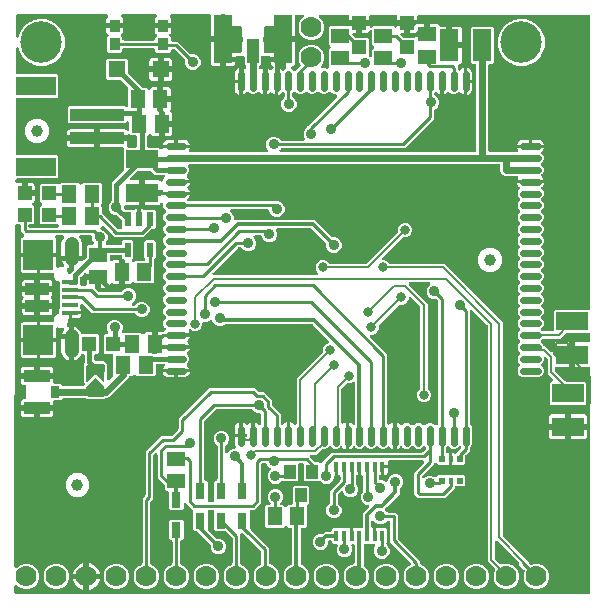
<source format=gbr>
G04 EAGLE Gerber X2 export*
%TF.Part,Single*%
%TF.FileFunction,Copper,L1,Top,Mixed*%
%TF.FilePolarity,Positive*%
%TF.GenerationSoftware,Autodesk,EAGLE,9.1.0*%
%TF.CreationDate,2018-08-24T06:26:26Z*%
G75*
%MOMM*%
%FSLAX34Y34*%
%LPD*%
%AMOC8*
5,1,8,0,0,1.08239X$1,22.5*%
G01*
%ADD10R,0.550000X1.200000*%
%ADD11R,1.200000X1.200000*%
%ADD12R,1.300000X1.500000*%
%ADD13R,4.600000X1.000000*%
%ADD14R,3.400000X1.600000*%
%ADD15R,1.500000X1.300000*%
%ADD16R,2.500000X2.500000*%
%ADD17C,1.208000*%
%ADD18R,1.350000X0.400000*%
%ADD19R,2.000000X1.000000*%
%ADD20R,0.900000X1.000000*%
%ADD21R,1.400000X1.400000*%
%ADD22R,2.700000X1.600000*%
%ADD23R,0.500000X0.500000*%
%ADD24R,0.400000X0.500000*%
%ADD25C,3.516000*%
%ADD26C,1.000000*%
%ADD27R,0.800000X1.350000*%
%ADD28R,0.350000X0.900000*%
%ADD29R,1.524000X4.064000*%
%ADD30R,1.016000X2.032000*%
%ADD31R,2.200000X1.050000*%
%ADD32R,0.800000X1.000000*%
%ADD33C,0.600000*%
%ADD34R,1.600000X2.700000*%
%ADD35C,1.778000*%
%ADD36R,1.000000X1.200000*%
%ADD37R,1.200000X1.300000*%
%ADD38C,0.381000*%
%ADD39C,0.406400*%
%ADD40C,0.304800*%
%ADD41C,0.906400*%
%ADD42C,0.254000*%
%ADD43C,0.203200*%
%ADD44C,0.800100*%
%ADD45C,0.609600*%

G36*
X489068Y2559D02*
X489068Y2559D01*
X489187Y2566D01*
X489225Y2579D01*
X489265Y2583D01*
X489376Y2627D01*
X489489Y2664D01*
X489523Y2686D01*
X489560Y2700D01*
X489657Y2770D01*
X489758Y2834D01*
X489785Y2863D01*
X489818Y2887D01*
X489894Y2979D01*
X489976Y3066D01*
X489995Y3101D01*
X490021Y3132D01*
X490072Y3240D01*
X490130Y3345D01*
X490140Y3383D01*
X490157Y3419D01*
X490179Y3537D01*
X490209Y3652D01*
X490213Y3712D01*
X490217Y3732D01*
X490215Y3752D01*
X490219Y3813D01*
X490219Y193900D01*
X490204Y194018D01*
X490197Y194137D01*
X490184Y194175D01*
X490179Y194216D01*
X490136Y194326D01*
X490099Y194439D01*
X490077Y194474D01*
X490062Y194511D01*
X489993Y194607D01*
X489929Y194708D01*
X489899Y194736D01*
X489876Y194769D01*
X489784Y194845D01*
X489697Y194926D01*
X489662Y194946D01*
X489631Y194971D01*
X489523Y195022D01*
X489419Y195080D01*
X489379Y195090D01*
X489343Y195107D01*
X489226Y195129D01*
X489111Y195159D01*
X489051Y195163D01*
X489031Y195167D01*
X489010Y195165D01*
X488950Y195169D01*
X477519Y195169D01*
X477519Y204440D01*
X477504Y204558D01*
X477497Y204677D01*
X477484Y204715D01*
X477479Y204755D01*
X477435Y204866D01*
X477399Y204979D01*
X477377Y205014D01*
X477362Y205051D01*
X477292Y205147D01*
X477229Y205248D01*
X477199Y205276D01*
X477175Y205308D01*
X477084Y205384D01*
X476997Y205466D01*
X476962Y205485D01*
X476930Y205511D01*
X476823Y205562D01*
X476719Y205619D01*
X476679Y205630D01*
X476643Y205647D01*
X476526Y205669D01*
X476411Y205699D01*
X476350Y205703D01*
X476330Y205707D01*
X476310Y205705D01*
X476250Y205709D01*
X474979Y205709D01*
X474979Y205711D01*
X476250Y205711D01*
X476368Y205726D01*
X476487Y205733D01*
X476525Y205746D01*
X476565Y205751D01*
X476676Y205795D01*
X476789Y205831D01*
X476824Y205853D01*
X476861Y205868D01*
X476957Y205938D01*
X477058Y206001D01*
X477086Y206031D01*
X477118Y206055D01*
X477194Y206146D01*
X477276Y206233D01*
X477295Y206268D01*
X477321Y206300D01*
X477372Y206407D01*
X477429Y206511D01*
X477440Y206551D01*
X477457Y206587D01*
X477479Y206704D01*
X477509Y206819D01*
X477513Y206880D01*
X477517Y206900D01*
X477515Y206920D01*
X477519Y206980D01*
X477519Y216251D01*
X488950Y216251D01*
X489068Y216266D01*
X489187Y216273D01*
X489225Y216286D01*
X489266Y216291D01*
X489376Y216334D01*
X489489Y216371D01*
X489524Y216393D01*
X489561Y216408D01*
X489657Y216477D01*
X489758Y216541D01*
X489786Y216571D01*
X489819Y216594D01*
X489895Y216686D01*
X489976Y216773D01*
X489996Y216808D01*
X490021Y216839D01*
X490072Y216947D01*
X490130Y217051D01*
X490140Y217091D01*
X490157Y217127D01*
X490179Y217244D01*
X490209Y217359D01*
X490213Y217419D01*
X490217Y217439D01*
X490215Y217460D01*
X490219Y217520D01*
X490219Y222408D01*
X490204Y222526D01*
X490197Y222645D01*
X490184Y222683D01*
X490179Y222724D01*
X490136Y222834D01*
X490099Y222947D01*
X490077Y222982D01*
X490062Y223019D01*
X489993Y223115D01*
X489929Y223216D01*
X489899Y223244D01*
X489876Y223277D01*
X489784Y223353D01*
X489697Y223434D01*
X489662Y223454D01*
X489631Y223479D01*
X489523Y223530D01*
X489419Y223588D01*
X489379Y223598D01*
X489343Y223615D01*
X489226Y223637D01*
X489111Y223667D01*
X489051Y223671D01*
X489031Y223675D01*
X489010Y223673D01*
X488950Y223677D01*
X469815Y223677D01*
X469716Y223665D01*
X469617Y223662D01*
X469559Y223645D01*
X469499Y223637D01*
X469407Y223601D01*
X469312Y223573D01*
X469260Y223543D01*
X469203Y223520D01*
X469123Y223462D01*
X469038Y223412D01*
X468963Y223346D01*
X468946Y223334D01*
X468938Y223324D01*
X468917Y223306D01*
X464813Y219201D01*
X450384Y219201D01*
X450286Y219189D01*
X450187Y219186D01*
X450129Y219169D01*
X450069Y219161D01*
X449977Y219125D01*
X449882Y219097D01*
X449829Y219067D01*
X449773Y219044D01*
X449693Y218986D01*
X449608Y218936D01*
X449532Y218870D01*
X449516Y218858D01*
X449508Y218848D01*
X449487Y218830D01*
X448575Y217917D01*
X448502Y217823D01*
X448423Y217734D01*
X448405Y217698D01*
X448380Y217666D01*
X448333Y217557D01*
X448279Y217451D01*
X448270Y217412D01*
X448254Y217374D01*
X448235Y217257D01*
X448209Y217141D01*
X448210Y217100D01*
X448204Y217060D01*
X448215Y216942D01*
X448219Y216823D01*
X448230Y216784D01*
X448234Y216744D01*
X448274Y216632D01*
X448307Y216517D01*
X448327Y216482D01*
X448341Y216444D01*
X448408Y216346D01*
X448468Y216243D01*
X448508Y216198D01*
X448520Y216181D01*
X448535Y216168D01*
X448575Y216122D01*
X449827Y214871D01*
X450443Y213382D01*
X450458Y213357D01*
X450467Y213329D01*
X450536Y213219D01*
X450601Y213106D01*
X450621Y213085D01*
X450637Y213060D01*
X450732Y212971D01*
X450822Y212878D01*
X450847Y212862D01*
X450869Y212842D01*
X450982Y212779D01*
X451093Y212711D01*
X451121Y212703D01*
X451147Y212688D01*
X451273Y212656D01*
X451397Y212618D01*
X451426Y212616D01*
X451455Y212609D01*
X451616Y212599D01*
X452113Y212599D01*
X454270Y210441D01*
X456773Y207939D01*
X456882Y207854D01*
X456989Y207765D01*
X457008Y207757D01*
X457024Y207744D01*
X457152Y207689D01*
X457277Y207630D01*
X457297Y207626D01*
X457316Y207618D01*
X457454Y207596D01*
X457590Y207570D01*
X457610Y207571D01*
X457630Y207568D01*
X457769Y207581D01*
X457907Y207590D01*
X457926Y207596D01*
X457946Y207598D01*
X458078Y207645D01*
X458209Y207688D01*
X458227Y207698D01*
X458246Y207705D01*
X458361Y207783D01*
X458478Y207858D01*
X458492Y207873D01*
X458509Y207884D01*
X458601Y207988D01*
X458696Y208089D01*
X458706Y208107D01*
X458719Y208122D01*
X458783Y208246D01*
X458850Y208368D01*
X458855Y208387D01*
X458864Y208406D01*
X458894Y208541D01*
X458929Y208676D01*
X458931Y208704D01*
X458934Y208716D01*
X458933Y208736D01*
X458939Y208837D01*
X458939Y214044D01*
X459112Y214691D01*
X459447Y215270D01*
X459920Y215743D01*
X460499Y216078D01*
X461146Y216251D01*
X472441Y216251D01*
X472441Y208249D01*
X459527Y208249D01*
X459389Y208232D01*
X459250Y208219D01*
X459231Y208212D01*
X459211Y208209D01*
X459082Y208158D01*
X458951Y208111D01*
X458934Y208100D01*
X458915Y208092D01*
X458803Y208011D01*
X458688Y207933D01*
X458674Y207917D01*
X458658Y207905D01*
X458569Y207798D01*
X458477Y207694D01*
X458468Y207676D01*
X458455Y207660D01*
X458396Y207535D01*
X458333Y207411D01*
X458328Y207391D01*
X458320Y207373D01*
X458294Y207236D01*
X458263Y207101D01*
X458264Y207080D01*
X458260Y207060D01*
X458269Y206922D01*
X458273Y206783D01*
X458278Y206763D01*
X458280Y206743D01*
X458322Y206611D01*
X458361Y206477D01*
X458371Y206460D01*
X458378Y206440D01*
X458452Y206323D01*
X458523Y206203D01*
X458541Y206182D01*
X458548Y206172D01*
X458563Y206158D01*
X458629Y206082D01*
X460249Y204463D01*
X460249Y204440D01*
X460264Y204322D01*
X460271Y204203D01*
X460284Y204165D01*
X460289Y204125D01*
X460332Y204014D01*
X460369Y203901D01*
X460391Y203866D01*
X460406Y203829D01*
X460475Y203733D01*
X460539Y203632D01*
X460569Y203604D01*
X460592Y203571D01*
X460684Y203496D01*
X460771Y203414D01*
X460806Y203394D01*
X460837Y203369D01*
X460945Y203318D01*
X461049Y203260D01*
X461089Y203250D01*
X461125Y203233D01*
X461242Y203211D01*
X461357Y203181D01*
X461417Y203177D01*
X461437Y203173D01*
X461458Y203175D01*
X461518Y203171D01*
X472441Y203171D01*
X472441Y195169D01*
X461518Y195169D01*
X461400Y195154D01*
X461281Y195147D01*
X461243Y195134D01*
X461202Y195129D01*
X461092Y195086D01*
X460979Y195049D01*
X460944Y195027D01*
X460907Y195012D01*
X460811Y194943D01*
X460710Y194879D01*
X460682Y194849D01*
X460649Y194826D01*
X460573Y194734D01*
X460492Y194647D01*
X460472Y194612D01*
X460447Y194581D01*
X460396Y194473D01*
X460338Y194369D01*
X460328Y194329D01*
X460311Y194293D01*
X460289Y194176D01*
X460259Y194061D01*
X460255Y194001D01*
X460251Y193981D01*
X460253Y193960D01*
X460249Y193900D01*
X460249Y192289D01*
X460261Y192190D01*
X460264Y192091D01*
X460281Y192033D01*
X460289Y191973D01*
X460325Y191881D01*
X460353Y191786D01*
X460383Y191734D01*
X460406Y191677D01*
X460464Y191597D01*
X460514Y191512D01*
X460580Y191437D01*
X460592Y191420D01*
X460602Y191412D01*
X460620Y191391D01*
X468857Y183154D01*
X468935Y183094D01*
X469007Y183026D01*
X469060Y182997D01*
X469108Y182960D01*
X469199Y182920D01*
X469286Y182872D01*
X469344Y182857D01*
X469400Y182833D01*
X469498Y182818D01*
X469594Y182793D01*
X469694Y182787D01*
X469714Y182783D01*
X469727Y182785D01*
X469755Y182783D01*
X485512Y182783D01*
X486703Y181592D01*
X486703Y163908D01*
X485512Y162717D01*
X456828Y162717D01*
X455637Y163908D01*
X455637Y181592D01*
X456828Y182783D01*
X457541Y182783D01*
X457679Y182800D01*
X457818Y182813D01*
X457837Y182820D01*
X457857Y182823D01*
X457986Y182874D01*
X458117Y182921D01*
X458134Y182932D01*
X458153Y182940D01*
X458265Y183021D01*
X458380Y183099D01*
X458394Y183115D01*
X458410Y183126D01*
X458499Y183234D01*
X458591Y183338D01*
X458600Y183356D01*
X458613Y183371D01*
X458672Y183497D01*
X458735Y183621D01*
X458740Y183641D01*
X458748Y183659D01*
X458774Y183795D01*
X458805Y183931D01*
X458804Y183952D01*
X458808Y183971D01*
X458800Y184110D01*
X458795Y184249D01*
X458790Y184269D01*
X458788Y184289D01*
X458746Y184421D01*
X458707Y184555D01*
X458697Y184572D01*
X458690Y184591D01*
X458616Y184709D01*
X458545Y184829D01*
X458527Y184850D01*
X458520Y184860D01*
X458505Y184874D01*
X458439Y184949D01*
X454151Y189237D01*
X454151Y201411D01*
X454139Y201510D01*
X454136Y201609D01*
X454119Y201667D01*
X454111Y201727D01*
X454075Y201819D01*
X454047Y201914D01*
X454017Y201966D01*
X453994Y202023D01*
X453936Y202103D01*
X453886Y202188D01*
X453820Y202264D01*
X453808Y202280D01*
X453798Y202288D01*
X453780Y202309D01*
X452759Y203329D01*
X452650Y203414D01*
X452543Y203503D01*
X452524Y203511D01*
X452508Y203524D01*
X452380Y203579D01*
X452255Y203638D01*
X452235Y203642D01*
X452216Y203650D01*
X452078Y203672D01*
X451942Y203698D01*
X451922Y203697D01*
X451902Y203700D01*
X451763Y203687D01*
X451625Y203678D01*
X451606Y203672D01*
X451586Y203670D01*
X451454Y203623D01*
X451323Y203580D01*
X451305Y203570D01*
X451286Y203563D01*
X451171Y203485D01*
X451054Y203410D01*
X451040Y203395D01*
X451023Y203384D01*
X450931Y203280D01*
X450836Y203179D01*
X450826Y203161D01*
X450813Y203146D01*
X450749Y203022D01*
X450682Y202900D01*
X450677Y202881D01*
X450668Y202862D01*
X450638Y202727D01*
X450603Y202592D01*
X450601Y202564D01*
X450598Y202552D01*
X450599Y202532D01*
X450593Y202431D01*
X450593Y201019D01*
X449827Y199169D01*
X448575Y197917D01*
X448502Y197823D01*
X448423Y197734D01*
X448405Y197698D01*
X448380Y197666D01*
X448333Y197557D01*
X448279Y197451D01*
X448270Y197412D01*
X448254Y197374D01*
X448235Y197257D01*
X448209Y197141D01*
X448210Y197100D01*
X448204Y197060D01*
X448215Y196942D01*
X448219Y196823D01*
X448230Y196784D01*
X448234Y196744D01*
X448274Y196632D01*
X448307Y196517D01*
X448327Y196482D01*
X448341Y196444D01*
X448408Y196346D01*
X448468Y196243D01*
X448508Y196198D01*
X448520Y196181D01*
X448535Y196168D01*
X448575Y196122D01*
X449827Y194871D01*
X450593Y193021D01*
X450593Y191019D01*
X449827Y189169D01*
X448411Y187753D01*
X446561Y186987D01*
X432559Y186987D01*
X430709Y187753D01*
X429293Y189169D01*
X428527Y191019D01*
X428527Y193021D01*
X429293Y194871D01*
X430545Y196122D01*
X430618Y196217D01*
X430697Y196306D01*
X430715Y196342D01*
X430740Y196374D01*
X430787Y196483D01*
X430841Y196589D01*
X430850Y196628D01*
X430866Y196666D01*
X430885Y196783D01*
X430911Y196899D01*
X430910Y196940D01*
X430916Y196980D01*
X430905Y197098D01*
X430901Y197217D01*
X430890Y197256D01*
X430886Y197296D01*
X430846Y197409D01*
X430813Y197523D01*
X430793Y197557D01*
X430779Y197596D01*
X430712Y197694D01*
X430652Y197797D01*
X430612Y197842D01*
X430600Y197859D01*
X430585Y197872D01*
X430545Y197917D01*
X429293Y199169D01*
X428527Y201019D01*
X428527Y203021D01*
X429293Y204871D01*
X430545Y206122D01*
X430618Y206217D01*
X430697Y206306D01*
X430715Y206342D01*
X430740Y206374D01*
X430787Y206483D01*
X430841Y206589D01*
X430850Y206628D01*
X430866Y206666D01*
X430885Y206783D01*
X430911Y206899D01*
X430910Y206940D01*
X430916Y206980D01*
X430905Y207098D01*
X430901Y207217D01*
X430890Y207256D01*
X430886Y207296D01*
X430846Y207409D01*
X430813Y207523D01*
X430793Y207557D01*
X430779Y207596D01*
X430712Y207694D01*
X430652Y207797D01*
X430612Y207842D01*
X430600Y207859D01*
X430585Y207872D01*
X430545Y207917D01*
X429293Y209169D01*
X428527Y211019D01*
X428527Y213021D01*
X429293Y214871D01*
X430545Y216122D01*
X430618Y216217D01*
X430697Y216306D01*
X430715Y216342D01*
X430740Y216374D01*
X430787Y216483D01*
X430841Y216589D01*
X430850Y216628D01*
X430866Y216666D01*
X430885Y216783D01*
X430911Y216899D01*
X430910Y216940D01*
X430916Y216980D01*
X430905Y217098D01*
X430901Y217217D01*
X430890Y217256D01*
X430886Y217296D01*
X430846Y217409D01*
X430813Y217523D01*
X430793Y217557D01*
X430779Y217596D01*
X430712Y217694D01*
X430652Y217797D01*
X430612Y217842D01*
X430600Y217859D01*
X430585Y217872D01*
X430545Y217917D01*
X429293Y219169D01*
X428527Y221019D01*
X428527Y223021D01*
X429293Y224871D01*
X430545Y226122D01*
X430618Y226217D01*
X430697Y226306D01*
X430715Y226342D01*
X430740Y226374D01*
X430787Y226483D01*
X430841Y226589D01*
X430850Y226628D01*
X430866Y226666D01*
X430885Y226783D01*
X430911Y226899D01*
X430910Y226940D01*
X430916Y226980D01*
X430905Y227098D01*
X430901Y227217D01*
X430890Y227256D01*
X430886Y227296D01*
X430846Y227409D01*
X430813Y227523D01*
X430793Y227557D01*
X430779Y227596D01*
X430712Y227694D01*
X430652Y227797D01*
X430612Y227842D01*
X430600Y227859D01*
X430585Y227872D01*
X430545Y227917D01*
X429293Y229169D01*
X428527Y231019D01*
X428527Y233021D01*
X429293Y234871D01*
X430545Y236122D01*
X430618Y236217D01*
X430697Y236306D01*
X430715Y236342D01*
X430740Y236374D01*
X430787Y236483D01*
X430841Y236589D01*
X430850Y236628D01*
X430866Y236666D01*
X430885Y236783D01*
X430911Y236899D01*
X430910Y236940D01*
X430916Y236980D01*
X430905Y237098D01*
X430901Y237217D01*
X430890Y237256D01*
X430886Y237296D01*
X430846Y237409D01*
X430813Y237523D01*
X430793Y237557D01*
X430779Y237596D01*
X430712Y237694D01*
X430652Y237797D01*
X430612Y237842D01*
X430600Y237859D01*
X430585Y237872D01*
X430545Y237917D01*
X429293Y239169D01*
X428527Y241019D01*
X428527Y243021D01*
X429293Y244871D01*
X430545Y246122D01*
X430618Y246217D01*
X430697Y246306D01*
X430715Y246342D01*
X430740Y246374D01*
X430787Y246483D01*
X430841Y246589D01*
X430850Y246628D01*
X430866Y246666D01*
X430885Y246783D01*
X430911Y246899D01*
X430910Y246940D01*
X430916Y246980D01*
X430905Y247098D01*
X430901Y247217D01*
X430890Y247256D01*
X430886Y247296D01*
X430846Y247409D01*
X430813Y247523D01*
X430793Y247557D01*
X430779Y247596D01*
X430712Y247694D01*
X430652Y247797D01*
X430612Y247842D01*
X430600Y247859D01*
X430585Y247872D01*
X430545Y247917D01*
X429293Y249169D01*
X428527Y251019D01*
X428527Y253021D01*
X429293Y254871D01*
X430545Y256122D01*
X430618Y256217D01*
X430697Y256306D01*
X430715Y256342D01*
X430740Y256374D01*
X430787Y256483D01*
X430841Y256589D01*
X430850Y256628D01*
X430866Y256666D01*
X430885Y256783D01*
X430911Y256899D01*
X430910Y256940D01*
X430916Y256980D01*
X430905Y257098D01*
X430901Y257217D01*
X430890Y257256D01*
X430886Y257296D01*
X430846Y257409D01*
X430813Y257523D01*
X430793Y257557D01*
X430779Y257596D01*
X430712Y257694D01*
X430652Y257797D01*
X430612Y257842D01*
X430600Y257859D01*
X430585Y257872D01*
X430545Y257917D01*
X429293Y259169D01*
X428527Y261019D01*
X428527Y263021D01*
X429293Y264871D01*
X430545Y266122D01*
X430618Y266217D01*
X430697Y266306D01*
X430715Y266342D01*
X430740Y266374D01*
X430787Y266483D01*
X430841Y266589D01*
X430850Y266628D01*
X430866Y266666D01*
X430885Y266783D01*
X430911Y266899D01*
X430910Y266940D01*
X430916Y266980D01*
X430905Y267098D01*
X430901Y267217D01*
X430890Y267256D01*
X430886Y267296D01*
X430846Y267409D01*
X430813Y267523D01*
X430793Y267557D01*
X430779Y267596D01*
X430712Y267694D01*
X430652Y267797D01*
X430612Y267842D01*
X430600Y267859D01*
X430585Y267872D01*
X430545Y267917D01*
X429293Y269169D01*
X428527Y271019D01*
X428527Y273021D01*
X429293Y274871D01*
X430545Y276122D01*
X430618Y276217D01*
X430697Y276306D01*
X430715Y276342D01*
X430740Y276374D01*
X430787Y276483D01*
X430841Y276589D01*
X430850Y276628D01*
X430866Y276666D01*
X430885Y276783D01*
X430911Y276899D01*
X430910Y276940D01*
X430916Y276980D01*
X430905Y277098D01*
X430901Y277217D01*
X430890Y277256D01*
X430886Y277296D01*
X430846Y277409D01*
X430813Y277523D01*
X430793Y277557D01*
X430779Y277596D01*
X430712Y277694D01*
X430652Y277797D01*
X430612Y277842D01*
X430600Y277859D01*
X430585Y277872D01*
X430545Y277917D01*
X429293Y279169D01*
X428527Y281019D01*
X428527Y283021D01*
X429293Y284871D01*
X430545Y286122D01*
X430618Y286217D01*
X430697Y286306D01*
X430715Y286342D01*
X430740Y286374D01*
X430787Y286483D01*
X430841Y286589D01*
X430850Y286628D01*
X430866Y286666D01*
X430885Y286783D01*
X430911Y286899D01*
X430910Y286940D01*
X430916Y286980D01*
X430905Y287098D01*
X430901Y287217D01*
X430890Y287256D01*
X430886Y287296D01*
X430846Y287409D01*
X430813Y287523D01*
X430793Y287557D01*
X430779Y287596D01*
X430712Y287694D01*
X430652Y287797D01*
X430612Y287842D01*
X430600Y287859D01*
X430585Y287872D01*
X430545Y287917D01*
X429293Y289169D01*
X428527Y291019D01*
X428527Y293021D01*
X429293Y294871D01*
X430545Y296122D01*
X430618Y296217D01*
X430697Y296306D01*
X430709Y296329D01*
X430709Y296330D01*
X430715Y296342D01*
X430740Y296374D01*
X430787Y296483D01*
X430841Y296589D01*
X430850Y296628D01*
X430866Y296666D01*
X430885Y296783D01*
X430911Y296899D01*
X430910Y296940D01*
X430916Y296980D01*
X430905Y297098D01*
X430901Y297217D01*
X430890Y297256D01*
X430886Y297296D01*
X430846Y297409D01*
X430813Y297523D01*
X430793Y297557D01*
X430779Y297596D01*
X430712Y297694D01*
X430652Y297797D01*
X430612Y297842D01*
X430600Y297859D01*
X430585Y297872D01*
X430545Y297917D01*
X429293Y299169D01*
X428527Y301019D01*
X428527Y303021D01*
X429293Y304871D01*
X430545Y306122D01*
X430618Y306217D01*
X430697Y306306D01*
X430715Y306342D01*
X430740Y306374D01*
X430787Y306483D01*
X430841Y306589D01*
X430850Y306628D01*
X430866Y306666D01*
X430885Y306783D01*
X430911Y306899D01*
X430910Y306940D01*
X430916Y306980D01*
X430905Y307098D01*
X430901Y307217D01*
X430890Y307256D01*
X430886Y307296D01*
X430846Y307409D01*
X430813Y307523D01*
X430793Y307557D01*
X430779Y307596D01*
X430712Y307694D01*
X430652Y307797D01*
X430612Y307842D01*
X430600Y307859D01*
X430585Y307872D01*
X430545Y307917D01*
X429293Y309169D01*
X428527Y311019D01*
X428527Y313021D01*
X429293Y314871D01*
X430545Y316122D01*
X430618Y316217D01*
X430697Y316306D01*
X430715Y316342D01*
X430740Y316374D01*
X430787Y316483D01*
X430841Y316589D01*
X430850Y316628D01*
X430866Y316666D01*
X430885Y316783D01*
X430911Y316899D01*
X430910Y316940D01*
X430916Y316980D01*
X430905Y317098D01*
X430901Y317217D01*
X430890Y317256D01*
X430886Y317296D01*
X430846Y317409D01*
X430813Y317523D01*
X430793Y317557D01*
X430779Y317596D01*
X430712Y317694D01*
X430652Y317797D01*
X430612Y317842D01*
X430600Y317859D01*
X430585Y317872D01*
X430545Y317917D01*
X429293Y319169D01*
X428527Y321019D01*
X428527Y323021D01*
X429293Y324871D01*
X430545Y326122D01*
X430618Y326217D01*
X430697Y326306D01*
X430715Y326342D01*
X430740Y326374D01*
X430787Y326483D01*
X430841Y326589D01*
X430850Y326628D01*
X430866Y326666D01*
X430885Y326783D01*
X430911Y326899D01*
X430910Y326940D01*
X430916Y326980D01*
X430905Y327098D01*
X430901Y327217D01*
X430890Y327256D01*
X430886Y327296D01*
X430846Y327409D01*
X430813Y327523D01*
X430793Y327557D01*
X430779Y327596D01*
X430712Y327694D01*
X430652Y327797D01*
X430612Y327842D01*
X430600Y327859D01*
X430585Y327872D01*
X430545Y327917D01*
X429293Y329169D01*
X428527Y331019D01*
X428527Y333021D01*
X429293Y334871D01*
X430545Y336122D01*
X430618Y336217D01*
X430697Y336306D01*
X430715Y336342D01*
X430740Y336374D01*
X430787Y336483D01*
X430841Y336589D01*
X430850Y336628D01*
X430866Y336666D01*
X430885Y336783D01*
X430911Y336899D01*
X430910Y336940D01*
X430916Y336980D01*
X430905Y337098D01*
X430901Y337217D01*
X430890Y337256D01*
X430886Y337296D01*
X430846Y337409D01*
X430813Y337523D01*
X430793Y337557D01*
X430779Y337596D01*
X430712Y337694D01*
X430652Y337797D01*
X430612Y337842D01*
X430600Y337859D01*
X430585Y337872D01*
X430545Y337917D01*
X429293Y339169D01*
X428527Y341019D01*
X428527Y343021D01*
X429293Y344871D01*
X430200Y345777D01*
X430252Y345844D01*
X430311Y345904D01*
X430349Y345969D01*
X430395Y346028D01*
X430428Y346106D01*
X430471Y346179D01*
X430491Y346251D01*
X430521Y346320D01*
X430534Y346404D01*
X430557Y346485D01*
X430559Y346560D01*
X430571Y346634D01*
X430563Y346719D01*
X430565Y346803D01*
X430548Y346876D01*
X430541Y346951D01*
X430512Y347031D01*
X430493Y347113D01*
X430459Y347180D01*
X430433Y347250D01*
X430386Y347320D01*
X430347Y347395D01*
X430297Y347451D01*
X430255Y347513D01*
X430192Y347569D01*
X430135Y347632D01*
X430036Y347708D01*
X429256Y348488D01*
X428650Y349396D01*
X428232Y350404D01*
X428209Y350521D01*
X439330Y350521D01*
X439448Y350536D01*
X439567Y350543D01*
X439574Y350545D01*
X439630Y350531D01*
X439690Y350527D01*
X439710Y350523D01*
X439730Y350525D01*
X439790Y350521D01*
X450911Y350521D01*
X450888Y350404D01*
X450470Y349396D01*
X449864Y348488D01*
X449061Y347685D01*
X449049Y347675D01*
X448979Y347627D01*
X448929Y347571D01*
X448873Y347522D01*
X448824Y347452D01*
X448768Y347389D01*
X448734Y347322D01*
X448692Y347260D01*
X448662Y347181D01*
X448624Y347106D01*
X448607Y347032D01*
X448581Y346962D01*
X448573Y346878D01*
X448554Y346795D01*
X448557Y346720D01*
X448549Y346646D01*
X448561Y346562D01*
X448564Y346477D01*
X448585Y346405D01*
X448596Y346331D01*
X448629Y346253D01*
X448652Y346172D01*
X448690Y346107D01*
X448720Y346038D01*
X448771Y345971D01*
X448814Y345898D01*
X448907Y345792D01*
X448912Y345785D01*
X448915Y345783D01*
X448920Y345777D01*
X449827Y344871D01*
X450593Y343021D01*
X450593Y341019D01*
X449827Y339169D01*
X448575Y337917D01*
X448502Y337823D01*
X448423Y337734D01*
X448405Y337698D01*
X448380Y337666D01*
X448333Y337557D01*
X448279Y337451D01*
X448270Y337412D01*
X448254Y337374D01*
X448235Y337257D01*
X448209Y337141D01*
X448210Y337100D01*
X448204Y337060D01*
X448215Y336942D01*
X448219Y336823D01*
X448230Y336784D01*
X448234Y336744D01*
X448274Y336632D01*
X448307Y336517D01*
X448327Y336482D01*
X448341Y336444D01*
X448408Y336346D01*
X448468Y336243D01*
X448508Y336198D01*
X448520Y336181D01*
X448535Y336168D01*
X448575Y336122D01*
X449827Y334871D01*
X450593Y333021D01*
X450593Y331019D01*
X449827Y329169D01*
X448575Y327917D01*
X448502Y327823D01*
X448423Y327734D01*
X448405Y327698D01*
X448380Y327666D01*
X448333Y327557D01*
X448279Y327451D01*
X448270Y327412D01*
X448254Y327374D01*
X448235Y327257D01*
X448209Y327141D01*
X448210Y327100D01*
X448204Y327060D01*
X448215Y326942D01*
X448219Y326823D01*
X448230Y326784D01*
X448234Y326744D01*
X448274Y326632D01*
X448307Y326517D01*
X448327Y326482D01*
X448341Y326444D01*
X448408Y326346D01*
X448468Y326243D01*
X448508Y326198D01*
X448520Y326181D01*
X448535Y326168D01*
X448575Y326122D01*
X449827Y324871D01*
X450593Y323021D01*
X450593Y321019D01*
X449827Y319169D01*
X448575Y317917D01*
X448502Y317823D01*
X448423Y317734D01*
X448405Y317698D01*
X448380Y317666D01*
X448333Y317557D01*
X448279Y317451D01*
X448270Y317412D01*
X448254Y317374D01*
X448235Y317257D01*
X448209Y317141D01*
X448210Y317100D01*
X448204Y317060D01*
X448215Y316942D01*
X448219Y316823D01*
X448230Y316784D01*
X448234Y316744D01*
X448274Y316632D01*
X448307Y316517D01*
X448327Y316482D01*
X448341Y316444D01*
X448408Y316346D01*
X448468Y316243D01*
X448508Y316198D01*
X448520Y316181D01*
X448535Y316168D01*
X448575Y316122D01*
X449827Y314871D01*
X450593Y313021D01*
X450593Y311019D01*
X449827Y309169D01*
X448575Y307917D01*
X448502Y307823D01*
X448423Y307734D01*
X448405Y307698D01*
X448380Y307666D01*
X448333Y307557D01*
X448279Y307451D01*
X448270Y307412D01*
X448254Y307374D01*
X448235Y307257D01*
X448209Y307141D01*
X448210Y307100D01*
X448204Y307060D01*
X448215Y306942D01*
X448219Y306823D01*
X448230Y306784D01*
X448234Y306744D01*
X448274Y306632D01*
X448307Y306517D01*
X448327Y306482D01*
X448341Y306444D01*
X448408Y306346D01*
X448468Y306243D01*
X448508Y306198D01*
X448520Y306181D01*
X448535Y306168D01*
X448575Y306122D01*
X449827Y304871D01*
X450593Y303021D01*
X450593Y301019D01*
X449827Y299169D01*
X448575Y297917D01*
X448502Y297823D01*
X448423Y297734D01*
X448405Y297698D01*
X448380Y297666D01*
X448333Y297557D01*
X448279Y297451D01*
X448270Y297412D01*
X448254Y297374D01*
X448235Y297257D01*
X448209Y297141D01*
X448210Y297100D01*
X448204Y297060D01*
X448215Y296942D01*
X448219Y296823D01*
X448230Y296784D01*
X448234Y296744D01*
X448274Y296632D01*
X448307Y296517D01*
X448327Y296482D01*
X448341Y296444D01*
X448408Y296346D01*
X448468Y296243D01*
X448500Y296207D01*
X448504Y296202D01*
X448509Y296196D01*
X448520Y296181D01*
X448535Y296168D01*
X448575Y296122D01*
X449827Y294871D01*
X450593Y293021D01*
X450593Y291019D01*
X449827Y289169D01*
X448575Y287917D01*
X448502Y287823D01*
X448423Y287734D01*
X448405Y287698D01*
X448380Y287666D01*
X448333Y287557D01*
X448279Y287451D01*
X448270Y287412D01*
X448254Y287374D01*
X448235Y287257D01*
X448209Y287141D01*
X448210Y287100D01*
X448204Y287060D01*
X448215Y286942D01*
X448219Y286823D01*
X448230Y286784D01*
X448234Y286744D01*
X448274Y286632D01*
X448307Y286517D01*
X448327Y286482D01*
X448341Y286444D01*
X448408Y286346D01*
X448468Y286243D01*
X448508Y286198D01*
X448520Y286181D01*
X448535Y286168D01*
X448575Y286122D01*
X449827Y284871D01*
X450593Y283021D01*
X450593Y281019D01*
X449827Y279169D01*
X448575Y277917D01*
X448502Y277823D01*
X448423Y277734D01*
X448405Y277698D01*
X448380Y277666D01*
X448333Y277557D01*
X448279Y277451D01*
X448270Y277412D01*
X448254Y277374D01*
X448235Y277257D01*
X448209Y277141D01*
X448210Y277100D01*
X448204Y277060D01*
X448215Y276942D01*
X448219Y276823D01*
X448230Y276784D01*
X448234Y276744D01*
X448274Y276632D01*
X448307Y276517D01*
X448327Y276482D01*
X448341Y276444D01*
X448408Y276346D01*
X448468Y276243D01*
X448508Y276198D01*
X448520Y276181D01*
X448535Y276168D01*
X448575Y276122D01*
X449827Y274871D01*
X450593Y273021D01*
X450593Y271019D01*
X449827Y269169D01*
X448575Y267917D01*
X448502Y267823D01*
X448423Y267734D01*
X448405Y267698D01*
X448380Y267666D01*
X448333Y267557D01*
X448279Y267451D01*
X448270Y267412D01*
X448254Y267374D01*
X448235Y267257D01*
X448209Y267141D01*
X448210Y267100D01*
X448204Y267060D01*
X448215Y266942D01*
X448219Y266823D01*
X448230Y266784D01*
X448234Y266744D01*
X448274Y266632D01*
X448307Y266517D01*
X448327Y266482D01*
X448341Y266444D01*
X448408Y266346D01*
X448468Y266243D01*
X448508Y266198D01*
X448520Y266181D01*
X448535Y266168D01*
X448575Y266122D01*
X449827Y264871D01*
X450593Y263021D01*
X450593Y261019D01*
X449827Y259169D01*
X448575Y257917D01*
X448502Y257823D01*
X448423Y257734D01*
X448405Y257698D01*
X448380Y257666D01*
X448333Y257557D01*
X448279Y257451D01*
X448270Y257412D01*
X448254Y257374D01*
X448235Y257257D01*
X448209Y257141D01*
X448210Y257100D01*
X448204Y257060D01*
X448215Y256942D01*
X448219Y256823D01*
X448230Y256784D01*
X448234Y256744D01*
X448274Y256632D01*
X448307Y256517D01*
X448327Y256482D01*
X448341Y256444D01*
X448408Y256346D01*
X448468Y256243D01*
X448508Y256198D01*
X448520Y256181D01*
X448535Y256168D01*
X448575Y256122D01*
X449827Y254871D01*
X450593Y253021D01*
X450593Y251019D01*
X449827Y249169D01*
X448575Y247917D01*
X448502Y247823D01*
X448423Y247734D01*
X448405Y247698D01*
X448380Y247666D01*
X448333Y247557D01*
X448279Y247451D01*
X448270Y247412D01*
X448254Y247374D01*
X448235Y247257D01*
X448209Y247141D01*
X448210Y247100D01*
X448204Y247060D01*
X448215Y246942D01*
X448219Y246823D01*
X448230Y246784D01*
X448234Y246744D01*
X448274Y246632D01*
X448307Y246517D01*
X448327Y246482D01*
X448341Y246444D01*
X448408Y246346D01*
X448468Y246243D01*
X448508Y246198D01*
X448520Y246181D01*
X448535Y246168D01*
X448575Y246122D01*
X449827Y244871D01*
X450593Y243021D01*
X450593Y241019D01*
X449827Y239169D01*
X448575Y237917D01*
X448502Y237823D01*
X448423Y237734D01*
X448405Y237698D01*
X448380Y237666D01*
X448333Y237557D01*
X448279Y237451D01*
X448270Y237412D01*
X448254Y237374D01*
X448235Y237257D01*
X448209Y237141D01*
X448210Y237100D01*
X448204Y237060D01*
X448215Y236942D01*
X448219Y236823D01*
X448230Y236784D01*
X448234Y236744D01*
X448274Y236632D01*
X448307Y236517D01*
X448327Y236482D01*
X448341Y236444D01*
X448408Y236346D01*
X448468Y236243D01*
X448508Y236198D01*
X448520Y236181D01*
X448535Y236168D01*
X448575Y236122D01*
X449827Y234871D01*
X450593Y233021D01*
X450593Y231019D01*
X449827Y229169D01*
X448575Y227917D01*
X448502Y227823D01*
X448423Y227734D01*
X448405Y227698D01*
X448380Y227666D01*
X448333Y227557D01*
X448278Y227451D01*
X448270Y227411D01*
X448254Y227374D01*
X448235Y227257D01*
X448209Y227141D01*
X448210Y227100D01*
X448204Y227060D01*
X448215Y226941D01*
X448219Y226823D01*
X448230Y226784D01*
X448234Y226744D01*
X448274Y226631D01*
X448307Y226517D01*
X448327Y226482D01*
X448341Y226444D01*
X448408Y226346D01*
X448468Y226243D01*
X448508Y226198D01*
X448520Y226181D01*
X448535Y226168D01*
X448575Y226122D01*
X449027Y225670D01*
X449105Y225610D01*
X449177Y225542D01*
X449230Y225513D01*
X449278Y225476D01*
X449369Y225436D01*
X449456Y225388D01*
X449514Y225373D01*
X449570Y225349D01*
X449668Y225334D01*
X449764Y225309D01*
X449864Y225303D01*
X449884Y225299D01*
X449896Y225301D01*
X449924Y225299D01*
X458178Y225299D01*
X458296Y225314D01*
X458415Y225321D01*
X458453Y225334D01*
X458494Y225339D01*
X458604Y225382D01*
X458717Y225419D01*
X458752Y225441D01*
X458789Y225456D01*
X458885Y225525D01*
X458986Y225589D01*
X459014Y225619D01*
X459047Y225642D01*
X459122Y225734D01*
X459204Y225821D01*
X459224Y225856D01*
X459249Y225887D01*
X459300Y225995D01*
X459358Y226099D01*
X459368Y226139D01*
X459385Y226175D01*
X459407Y226292D01*
X459437Y226407D01*
X459441Y226467D01*
X459445Y226487D01*
X459443Y226508D01*
X459447Y226568D01*
X459447Y242552D01*
X460638Y243743D01*
X488950Y243743D01*
X489068Y243758D01*
X489187Y243765D01*
X489225Y243778D01*
X489266Y243783D01*
X489376Y243826D01*
X489489Y243863D01*
X489524Y243885D01*
X489561Y243900D01*
X489657Y243969D01*
X489758Y244033D01*
X489786Y244063D01*
X489819Y244086D01*
X489895Y244178D01*
X489976Y244265D01*
X489996Y244300D01*
X490021Y244331D01*
X490072Y244439D01*
X490130Y244543D01*
X490140Y244583D01*
X490157Y244619D01*
X490179Y244736D01*
X490209Y244851D01*
X490213Y244911D01*
X490217Y244931D01*
X490215Y244952D01*
X490219Y245012D01*
X490219Y312112D01*
X490207Y312210D01*
X490204Y312309D01*
X490187Y312367D01*
X490179Y312427D01*
X490143Y312519D01*
X490115Y312615D01*
X490085Y312667D01*
X490062Y312723D01*
X490004Y312803D01*
X489999Y312813D01*
X489999Y492100D01*
X489984Y492218D01*
X489977Y492336D01*
X489964Y492375D01*
X489959Y492416D01*
X489915Y492526D01*
X489879Y492639D01*
X489857Y492674D01*
X489842Y492712D01*
X489772Y492807D01*
X489709Y492908D01*
X489679Y492936D01*
X489655Y492969D01*
X489564Y493045D01*
X489477Y493126D01*
X489442Y493146D01*
X489410Y493172D01*
X489303Y493222D01*
X489199Y493280D01*
X489159Y493290D01*
X489122Y493307D01*
X489006Y493329D01*
X488891Y493359D01*
X488830Y493363D01*
X488810Y493367D01*
X488790Y493366D01*
X488731Y493370D01*
X345091Y493492D01*
X344972Y493477D01*
X344853Y493470D01*
X344815Y493458D01*
X344776Y493453D01*
X344664Y493409D01*
X344551Y493372D01*
X344517Y493351D01*
X344480Y493336D01*
X344383Y493266D01*
X344282Y493202D01*
X344254Y493173D01*
X344222Y493149D01*
X344146Y493057D01*
X344064Y492970D01*
X344045Y492935D01*
X344019Y492905D01*
X343968Y492796D01*
X343910Y492692D01*
X343900Y492653D01*
X343883Y492617D01*
X343861Y492499D01*
X343831Y492384D01*
X343827Y492325D01*
X343823Y492305D01*
X343825Y492284D01*
X343821Y492223D01*
X343821Y489289D01*
X336550Y489289D01*
X336432Y489274D01*
X336313Y489267D01*
X336275Y489254D01*
X336235Y489249D01*
X336124Y489205D01*
X336011Y489169D01*
X335976Y489147D01*
X335939Y489132D01*
X335843Y489062D01*
X335742Y488999D01*
X335714Y488969D01*
X335682Y488945D01*
X335606Y488854D01*
X335524Y488767D01*
X335505Y488732D01*
X335479Y488700D01*
X335428Y488593D01*
X335371Y488489D01*
X335360Y488449D01*
X335343Y488413D01*
X335321Y488296D01*
X335291Y488181D01*
X335287Y488120D01*
X335283Y488100D01*
X335285Y488080D01*
X335281Y488020D01*
X335281Y486749D01*
X335279Y486749D01*
X335279Y488020D01*
X335264Y488138D01*
X335257Y488257D01*
X335244Y488295D01*
X335239Y488335D01*
X335195Y488446D01*
X335159Y488559D01*
X335137Y488594D01*
X335122Y488631D01*
X335052Y488727D01*
X334989Y488828D01*
X334959Y488856D01*
X334935Y488888D01*
X334844Y488964D01*
X334757Y489046D01*
X334722Y489065D01*
X334690Y489091D01*
X334583Y489142D01*
X334479Y489199D01*
X334439Y489210D01*
X334403Y489227D01*
X334286Y489249D01*
X334171Y489279D01*
X334110Y489283D01*
X334090Y489287D01*
X334070Y489285D01*
X334010Y489289D01*
X326739Y489289D01*
X326739Y492240D01*
X326724Y492357D01*
X326717Y492476D01*
X326705Y492515D01*
X326699Y492555D01*
X326656Y492665D01*
X326619Y492778D01*
X326597Y492813D01*
X326582Y492851D01*
X326513Y492947D01*
X326449Y493047D01*
X326420Y493075D01*
X326396Y493108D01*
X326304Y493184D01*
X326218Y493265D01*
X326182Y493285D01*
X326151Y493311D01*
X326043Y493362D01*
X325940Y493419D01*
X325900Y493429D01*
X325863Y493447D01*
X325747Y493469D01*
X325632Y493499D01*
X325571Y493503D01*
X325551Y493507D01*
X325530Y493505D01*
X325471Y493509D01*
X304451Y493527D01*
X304332Y493512D01*
X304213Y493505D01*
X304175Y493492D01*
X304136Y493487D01*
X304024Y493443D01*
X303911Y493407D01*
X303877Y493385D01*
X303840Y493371D01*
X303743Y493301D01*
X303642Y493237D01*
X303614Y493207D01*
X303582Y493184D01*
X303506Y493092D01*
X303424Y493005D01*
X303405Y492970D01*
X303379Y492939D01*
X303328Y492831D01*
X303270Y492726D01*
X303260Y492688D01*
X303243Y492652D01*
X303221Y492534D01*
X303191Y492418D01*
X303187Y492359D01*
X303183Y492339D01*
X303185Y492319D01*
X303181Y492258D01*
X303181Y489289D01*
X295910Y489289D01*
X295792Y489274D01*
X295673Y489267D01*
X295635Y489254D01*
X295595Y489249D01*
X295484Y489205D01*
X295371Y489169D01*
X295336Y489147D01*
X295299Y489132D01*
X295203Y489062D01*
X295102Y488999D01*
X295074Y488969D01*
X295042Y488945D01*
X294966Y488854D01*
X294884Y488767D01*
X294865Y488732D01*
X294839Y488700D01*
X294788Y488593D01*
X294731Y488489D01*
X294720Y488449D01*
X294703Y488413D01*
X294681Y488296D01*
X294651Y488181D01*
X294647Y488120D01*
X294643Y488100D01*
X294645Y488080D01*
X294641Y488020D01*
X294641Y486749D01*
X294639Y486749D01*
X294639Y488020D01*
X294624Y488138D01*
X294617Y488257D01*
X294604Y488295D01*
X294599Y488335D01*
X294555Y488446D01*
X294519Y488559D01*
X294497Y488594D01*
X294482Y488631D01*
X294412Y488727D01*
X294349Y488828D01*
X294319Y488856D01*
X294295Y488888D01*
X294204Y488964D01*
X294117Y489046D01*
X294082Y489065D01*
X294050Y489091D01*
X293943Y489142D01*
X293839Y489199D01*
X293799Y489210D01*
X293763Y489227D01*
X293646Y489249D01*
X293531Y489279D01*
X293470Y489283D01*
X293450Y489287D01*
X293430Y489285D01*
X293370Y489289D01*
X286099Y489289D01*
X286099Y492275D01*
X286084Y492392D01*
X286077Y492510D01*
X286065Y492549D01*
X286059Y492590D01*
X286016Y492700D01*
X285979Y492813D01*
X285957Y492848D01*
X285942Y492886D01*
X285873Y492982D01*
X285809Y493082D01*
X285780Y493110D01*
X285756Y493143D01*
X285664Y493219D01*
X285578Y493300D01*
X285542Y493320D01*
X285511Y493346D01*
X285403Y493396D01*
X285300Y493454D01*
X285260Y493464D01*
X285223Y493481D01*
X285107Y493504D01*
X284992Y493533D01*
X284931Y493537D01*
X284911Y493541D01*
X284890Y493540D01*
X284831Y493544D01*
X261549Y493564D01*
X261411Y493546D01*
X261271Y493533D01*
X261253Y493527D01*
X261233Y493524D01*
X261103Y493473D01*
X260972Y493426D01*
X260956Y493415D01*
X260937Y493407D01*
X260824Y493325D01*
X260709Y493247D01*
X260696Y493232D01*
X260680Y493221D01*
X260591Y493113D01*
X260498Y493009D01*
X260489Y492991D01*
X260477Y492976D01*
X260417Y492850D01*
X260354Y492725D01*
X260349Y492706D01*
X260341Y492688D01*
X260315Y492551D01*
X260284Y492415D01*
X260285Y492395D01*
X260281Y492376D01*
X260290Y492237D01*
X260294Y492097D01*
X260299Y492078D01*
X260300Y492059D01*
X260343Y491926D01*
X260382Y491792D01*
X260392Y491775D01*
X260398Y491756D01*
X260473Y491638D01*
X260544Y491518D01*
X260562Y491497D01*
X260568Y491487D01*
X260583Y491473D01*
X260650Y491397D01*
X263260Y488787D01*
X264923Y484773D01*
X264923Y480427D01*
X263260Y476413D01*
X260187Y473340D01*
X256173Y471677D01*
X251827Y471677D01*
X247813Y473340D01*
X244740Y476413D01*
X243077Y480427D01*
X243077Y484773D01*
X244740Y488787D01*
X247363Y491410D01*
X247448Y491520D01*
X247536Y491626D01*
X247545Y491645D01*
X247558Y491661D01*
X247613Y491788D01*
X247672Y491913D01*
X247676Y491934D01*
X247684Y491953D01*
X247706Y492090D01*
X247732Y492226D01*
X247731Y492246D01*
X247734Y492267D01*
X247721Y492405D01*
X247712Y492543D01*
X247706Y492563D01*
X247704Y492584D01*
X247657Y492714D01*
X247615Y492846D01*
X247604Y492863D01*
X247596Y492883D01*
X247519Y492997D01*
X247445Y493115D01*
X247430Y493129D01*
X247418Y493146D01*
X247314Y493238D01*
X247213Y493333D01*
X247195Y493343D01*
X247179Y493357D01*
X247056Y493420D01*
X246935Y493486D01*
X246915Y493492D01*
X246896Y493501D01*
X246761Y493531D01*
X246627Y493566D01*
X246598Y493568D01*
X246586Y493571D01*
X246565Y493570D01*
X246466Y493577D01*
X241301Y493581D01*
X241182Y493566D01*
X241063Y493559D01*
X241025Y493546D01*
X240986Y493541D01*
X240874Y493497D01*
X240761Y493461D01*
X240727Y493439D01*
X240690Y493425D01*
X240593Y493354D01*
X240492Y493290D01*
X240464Y493261D01*
X240432Y493238D01*
X240356Y493146D01*
X240274Y493059D01*
X240255Y493024D01*
X240229Y492993D01*
X240178Y492885D01*
X240120Y492780D01*
X240110Y492742D01*
X240093Y492706D01*
X240071Y492588D01*
X240041Y492472D01*
X240037Y492413D01*
X240033Y492393D01*
X240035Y492373D01*
X240031Y492312D01*
X240031Y474979D01*
X237235Y474979D01*
X237235Y482600D01*
X237227Y482658D01*
X237229Y482716D01*
X237207Y482798D01*
X237195Y482882D01*
X237172Y482935D01*
X237157Y482991D01*
X237114Y483064D01*
X237079Y483141D01*
X237041Y483186D01*
X237012Y483236D01*
X236950Y483294D01*
X236896Y483358D01*
X236847Y483390D01*
X236804Y483430D01*
X236729Y483469D01*
X236659Y483516D01*
X236603Y483533D01*
X236551Y483560D01*
X236483Y483571D01*
X236388Y483601D01*
X236288Y483604D01*
X236220Y483615D01*
X232409Y483615D01*
X232409Y492320D01*
X232394Y492438D01*
X232387Y492556D01*
X232374Y492595D01*
X232369Y492636D01*
X232326Y492746D01*
X232289Y492859D01*
X232267Y492894D01*
X232252Y492932D01*
X232183Y493027D01*
X232119Y493128D01*
X232090Y493156D01*
X232065Y493189D01*
X231974Y493265D01*
X231888Y493346D01*
X231852Y493366D01*
X231820Y493392D01*
X231713Y493442D01*
X231610Y493500D01*
X231570Y493510D01*
X231533Y493527D01*
X231417Y493550D01*
X231302Y493579D01*
X231240Y493583D01*
X231220Y493587D01*
X231200Y493586D01*
X231141Y493590D01*
X228601Y493592D01*
X228482Y493577D01*
X228363Y493570D01*
X228325Y493557D01*
X228286Y493552D01*
X228174Y493508D01*
X228061Y493471D01*
X228027Y493450D01*
X227990Y493435D01*
X227893Y493365D01*
X227792Y493301D01*
X227765Y493272D01*
X227732Y493249D01*
X227656Y493157D01*
X227574Y493070D01*
X227555Y493035D01*
X227529Y493004D01*
X227478Y492896D01*
X227420Y492791D01*
X227411Y492753D01*
X227393Y492716D01*
X227371Y492599D01*
X227341Y492483D01*
X227337Y492424D01*
X227333Y492404D01*
X227335Y492384D01*
X227331Y492323D01*
X227331Y483615D01*
X215122Y483615D01*
X215064Y483607D01*
X215006Y483609D01*
X214924Y483587D01*
X214841Y483575D01*
X214787Y483552D01*
X214731Y483537D01*
X214658Y483494D01*
X214581Y483459D01*
X214536Y483421D01*
X214486Y483392D01*
X214428Y483330D01*
X214364Y483276D01*
X214332Y483227D01*
X214292Y483184D01*
X214253Y483109D01*
X214207Y483039D01*
X214189Y482983D01*
X214162Y482931D01*
X214151Y482863D01*
X214121Y482768D01*
X214118Y482668D01*
X214107Y482600D01*
X214107Y474946D01*
X214101Y474944D01*
X214060Y474939D01*
X213950Y474895D01*
X213837Y474859D01*
X213802Y474837D01*
X213765Y474822D01*
X213669Y474752D01*
X213568Y474689D01*
X213540Y474659D01*
X213507Y474635D01*
X213431Y474544D01*
X213350Y474457D01*
X213330Y474422D01*
X213305Y474390D01*
X213254Y474283D01*
X213196Y474179D01*
X213186Y474139D01*
X213169Y474103D01*
X213147Y473986D01*
X213117Y473871D01*
X213113Y473810D01*
X213109Y473790D01*
X213111Y473770D01*
X213107Y473710D01*
X213107Y471170D01*
X213122Y471052D01*
X213129Y470933D01*
X213142Y470895D01*
X213147Y470855D01*
X213190Y470744D01*
X213227Y470631D01*
X213249Y470596D01*
X213264Y470559D01*
X213333Y470463D01*
X213397Y470362D01*
X213427Y470334D01*
X213450Y470301D01*
X213542Y470226D01*
X213629Y470144D01*
X213664Y470124D01*
X213695Y470099D01*
X213803Y470048D01*
X213907Y469990D01*
X213947Y469980D01*
X213983Y469963D01*
X214100Y469941D01*
X214107Y469939D01*
X214107Y461772D01*
X214115Y461714D01*
X214113Y461656D01*
X214135Y461574D01*
X214147Y461491D01*
X214171Y461437D01*
X214185Y461381D01*
X214228Y461308D01*
X214263Y461231D01*
X214301Y461186D01*
X214331Y461136D01*
X214392Y461078D01*
X214447Y461014D01*
X214495Y460982D01*
X214538Y460942D01*
X214613Y460903D01*
X214683Y460857D01*
X214739Y460839D01*
X214791Y460812D01*
X214859Y460801D01*
X214954Y460771D01*
X215054Y460768D01*
X215122Y460757D01*
X227331Y460757D01*
X227331Y448511D01*
X227339Y448447D01*
X227337Y448383D01*
X227359Y448290D01*
X227371Y448195D01*
X227394Y448135D01*
X227409Y448073D01*
X227453Y447988D01*
X227488Y447900D01*
X227525Y447848D01*
X227555Y447790D01*
X227619Y447719D01*
X227675Y447642D01*
X227724Y447601D01*
X227767Y447553D01*
X227895Y447455D01*
X228092Y447324D01*
X228895Y446521D01*
X228905Y446509D01*
X228953Y446439D01*
X229009Y446389D01*
X229058Y446333D01*
X229128Y446284D01*
X229191Y446228D01*
X229258Y446194D01*
X229320Y446152D01*
X229399Y446122D01*
X229474Y446084D01*
X229548Y446067D01*
X229618Y446041D01*
X229702Y446033D01*
X229785Y446014D01*
X229860Y446017D01*
X229934Y446009D01*
X230018Y446021D01*
X230103Y446024D01*
X230175Y446045D01*
X230249Y446056D01*
X230327Y446089D01*
X230408Y446112D01*
X230473Y446150D01*
X230542Y446180D01*
X230609Y446231D01*
X230682Y446274D01*
X230788Y446367D01*
X230795Y446372D01*
X230797Y446375D01*
X230803Y446380D01*
X231731Y447308D01*
X231789Y447345D01*
X231902Y447409D01*
X231923Y447430D01*
X231948Y447446D01*
X232037Y447541D01*
X232130Y447631D01*
X232146Y447656D01*
X232166Y447677D01*
X232229Y447791D01*
X232297Y447902D01*
X232305Y447930D01*
X232319Y447956D01*
X232352Y448081D01*
X232390Y448206D01*
X232392Y448235D01*
X232399Y448264D01*
X232409Y448425D01*
X232409Y460757D01*
X236220Y460757D01*
X236278Y460765D01*
X236336Y460763D01*
X236418Y460785D01*
X236502Y460797D01*
X236555Y460821D01*
X236611Y460835D01*
X236684Y460878D01*
X236761Y460913D01*
X236806Y460951D01*
X236856Y460981D01*
X236914Y461042D01*
X236978Y461097D01*
X237010Y461145D01*
X237050Y461188D01*
X237089Y461263D01*
X237136Y461333D01*
X237153Y461389D01*
X237180Y461441D01*
X237191Y461509D01*
X237221Y461604D01*
X237224Y461704D01*
X237235Y461772D01*
X237235Y469901D01*
X240031Y469901D01*
X240031Y451785D01*
X239858Y451139D01*
X239523Y450560D01*
X239050Y450087D01*
X238471Y449752D01*
X237814Y449576D01*
X237691Y449526D01*
X237566Y449482D01*
X237544Y449466D01*
X237519Y449456D01*
X237413Y449377D01*
X237303Y449303D01*
X237285Y449283D01*
X237264Y449267D01*
X237180Y449164D01*
X237093Y449064D01*
X237081Y449040D01*
X237064Y449019D01*
X237008Y448899D01*
X236948Y448781D01*
X236942Y448755D01*
X236931Y448730D01*
X236908Y448600D01*
X236879Y448471D01*
X236879Y448444D01*
X236875Y448417D01*
X236884Y448286D01*
X236888Y448153D01*
X236896Y448127D01*
X236898Y448100D01*
X236940Y447975D01*
X236977Y447848D01*
X236990Y447824D01*
X236999Y447799D01*
X237071Y447688D01*
X237138Y447574D01*
X237163Y447545D01*
X237172Y447532D01*
X237188Y447517D01*
X237245Y447453D01*
X238663Y446035D01*
X238757Y445962D01*
X238846Y445883D01*
X238882Y445865D01*
X238914Y445840D01*
X239023Y445793D01*
X239129Y445739D01*
X239169Y445730D01*
X239206Y445714D01*
X239323Y445695D01*
X239439Y445669D01*
X239480Y445670D01*
X239520Y445664D01*
X239638Y445675D01*
X239757Y445679D01*
X239796Y445690D01*
X239836Y445694D01*
X239948Y445734D01*
X240063Y445767D01*
X240098Y445787D01*
X240136Y445801D01*
X240234Y445868D01*
X240337Y445928D01*
X240382Y445968D01*
X240399Y445980D01*
X240412Y445995D01*
X240458Y446035D01*
X241709Y447287D01*
X241897Y447364D01*
X241905Y447369D01*
X241914Y447371D01*
X242042Y447447D01*
X242173Y447522D01*
X242180Y447528D01*
X242188Y447533D01*
X242309Y447639D01*
X244416Y449747D01*
X244434Y449770D01*
X244457Y449790D01*
X244532Y449896D01*
X244611Y449998D01*
X244623Y450025D01*
X244640Y450050D01*
X244686Y450171D01*
X244738Y450290D01*
X244742Y450319D01*
X244753Y450347D01*
X244767Y450476D01*
X244787Y450604D01*
X244785Y450634D01*
X244788Y450663D01*
X244770Y450791D01*
X244758Y450921D01*
X244748Y450949D01*
X244744Y450978D01*
X244691Y451130D01*
X243077Y455027D01*
X243077Y459373D01*
X244740Y463387D01*
X247813Y466460D01*
X251827Y468123D01*
X256173Y468123D01*
X260187Y466460D01*
X263260Y463387D01*
X264923Y459373D01*
X264923Y455027D01*
X263260Y451013D01*
X262467Y450219D01*
X262382Y450110D01*
X262293Y450003D01*
X262284Y449984D01*
X262272Y449968D01*
X262216Y449841D01*
X262157Y449715D01*
X262153Y449695D01*
X262145Y449676D01*
X262123Y449538D01*
X262097Y449402D01*
X262099Y449382D01*
X262095Y449362D01*
X262108Y449223D01*
X262117Y449085D01*
X262123Y449066D01*
X262125Y449046D01*
X262172Y448914D01*
X262215Y448783D01*
X262226Y448765D01*
X262233Y448746D01*
X262311Y448631D01*
X262385Y448514D01*
X262400Y448500D01*
X262411Y448483D01*
X262515Y448391D01*
X262617Y448296D01*
X262635Y448286D01*
X262650Y448273D01*
X262774Y448210D01*
X262895Y448142D01*
X262915Y448137D01*
X262933Y448128D01*
X263069Y448098D01*
X263203Y448063D01*
X263231Y448061D01*
X263243Y448058D01*
X263264Y448059D01*
X263364Y448053D01*
X265561Y448053D01*
X266889Y447503D01*
X266957Y447484D01*
X267021Y447456D01*
X267110Y447442D01*
X267196Y447419D01*
X267266Y447417D01*
X267335Y447407D01*
X267425Y447415D01*
X267514Y447414D01*
X267582Y447430D01*
X267652Y447436D01*
X267736Y447467D01*
X267823Y447488D01*
X267885Y447520D01*
X267951Y447544D01*
X268025Y447594D01*
X268105Y447636D01*
X268156Y447683D01*
X268214Y447723D01*
X268274Y447790D01*
X268340Y447850D01*
X268378Y447909D01*
X268425Y447961D01*
X268465Y448041D01*
X268515Y448116D01*
X268537Y448182D01*
X268569Y448245D01*
X268589Y448332D01*
X268618Y448417D01*
X268623Y448487D01*
X268639Y448555D01*
X268636Y448644D01*
X268643Y448734D01*
X268631Y448803D01*
X268629Y448873D01*
X268604Y448959D01*
X268597Y448998D01*
X268597Y463932D01*
X269858Y465193D01*
X269931Y465287D01*
X270010Y465376D01*
X270028Y465412D01*
X270053Y465444D01*
X270100Y465553D01*
X270154Y465659D01*
X270163Y465698D01*
X270179Y465736D01*
X270198Y465853D01*
X270224Y465969D01*
X270223Y466010D01*
X270229Y466050D01*
X270218Y466168D01*
X270214Y466287D01*
X270203Y466326D01*
X270199Y466366D01*
X270159Y466478D01*
X270126Y466593D01*
X270105Y466628D01*
X270092Y466666D01*
X270025Y466764D01*
X269964Y466867D01*
X269924Y466912D01*
X269913Y466929D01*
X269898Y466942D01*
X269858Y466988D01*
X268597Y468248D01*
X268597Y482932D01*
X269788Y484123D01*
X284830Y484123D01*
X284948Y484138D01*
X285067Y484145D01*
X285105Y484158D01*
X285146Y484163D01*
X285256Y484206D01*
X285270Y484211D01*
X292101Y484211D01*
X292101Y478209D01*
X289916Y478209D01*
X289778Y478192D01*
X289639Y478179D01*
X289620Y478172D01*
X289600Y478169D01*
X289471Y478118D01*
X289340Y478071D01*
X289323Y478060D01*
X289305Y478052D01*
X289192Y477971D01*
X289077Y477893D01*
X289064Y477877D01*
X289047Y477866D01*
X288958Y477758D01*
X288866Y477654D01*
X288857Y477636D01*
X288844Y477621D01*
X288785Y477495D01*
X288722Y477371D01*
X288717Y477351D01*
X288709Y477333D01*
X288683Y477196D01*
X288652Y477061D01*
X288653Y477040D01*
X288649Y477021D01*
X288658Y476882D01*
X288662Y476743D01*
X288668Y476723D01*
X288669Y476703D01*
X288712Y476571D01*
X288750Y476437D01*
X288761Y476420D01*
X288767Y476401D01*
X288841Y476283D01*
X288912Y476163D01*
X288930Y476142D01*
X288937Y476132D01*
X288952Y476118D01*
X289018Y476043D01*
X290906Y474154D01*
X290985Y474094D01*
X291057Y474026D01*
X291110Y473997D01*
X291158Y473960D01*
X291249Y473920D01*
X291335Y473872D01*
X291394Y473857D01*
X291449Y473833D01*
X291547Y473818D01*
X291643Y473793D01*
X291743Y473787D01*
X291764Y473783D01*
X291776Y473785D01*
X291804Y473783D01*
X301482Y473783D01*
X302673Y472592D01*
X302673Y458851D01*
X302676Y458821D01*
X302674Y458792D01*
X302696Y458664D01*
X302713Y458535D01*
X302723Y458508D01*
X302728Y458479D01*
X302782Y458360D01*
X302830Y458239D01*
X302847Y458216D01*
X302859Y458189D01*
X302940Y458087D01*
X303016Y457982D01*
X303039Y457963D01*
X303058Y457940D01*
X303161Y457862D01*
X303261Y457779D01*
X303288Y457767D01*
X303312Y457749D01*
X303456Y457678D01*
X303672Y457589D01*
X303715Y457577D01*
X303759Y457556D01*
X303762Y457555D01*
X303765Y457554D01*
X303877Y457533D01*
X303979Y457505D01*
X304023Y457504D01*
X304071Y457495D01*
X304074Y457495D01*
X304078Y457494D01*
X304193Y457501D01*
X304297Y457500D01*
X304339Y457510D01*
X304388Y457513D01*
X304392Y457514D01*
X304395Y457514D01*
X304506Y457550D01*
X304606Y457574D01*
X304644Y457594D01*
X304691Y457609D01*
X304694Y457611D01*
X304697Y457612D01*
X304796Y457675D01*
X304887Y457723D01*
X304919Y457752D01*
X304961Y457778D01*
X304963Y457780D01*
X304966Y457782D01*
X305047Y457868D01*
X305122Y457937D01*
X305146Y457972D01*
X305180Y458008D01*
X305182Y458011D01*
X305184Y458014D01*
X305241Y458117D01*
X305297Y458202D01*
X305311Y458243D01*
X305335Y458286D01*
X305336Y458289D01*
X305338Y458292D01*
X305367Y458405D01*
X305400Y458503D01*
X305404Y458546D01*
X305416Y458594D01*
X305416Y458597D01*
X305417Y458600D01*
X305427Y458761D01*
X305427Y463932D01*
X306688Y465193D01*
X306761Y465287D01*
X306840Y465376D01*
X306858Y465412D01*
X306883Y465444D01*
X306930Y465553D01*
X306984Y465659D01*
X306993Y465698D01*
X307009Y465736D01*
X307028Y465853D01*
X307054Y465969D01*
X307053Y466010D01*
X307059Y466050D01*
X307048Y466168D01*
X307044Y466287D01*
X307033Y466326D01*
X307029Y466366D01*
X306989Y466478D01*
X306956Y466593D01*
X306935Y466628D01*
X306922Y466666D01*
X306855Y466764D01*
X306794Y466867D01*
X306754Y466912D01*
X306743Y466929D01*
X306728Y466942D01*
X306688Y466988D01*
X305427Y468248D01*
X305427Y479223D01*
X305409Y479368D01*
X305394Y479513D01*
X305389Y479526D01*
X305387Y479539D01*
X305334Y479674D01*
X305283Y479811D01*
X305275Y479822D01*
X305270Y479835D01*
X305185Y479952D01*
X305102Y480072D01*
X305091Y480081D01*
X305084Y480092D01*
X304972Y480185D01*
X304861Y480280D01*
X304849Y480286D01*
X304839Y480295D01*
X304707Y480357D01*
X304576Y480422D01*
X304563Y480425D01*
X304551Y480430D01*
X304408Y480458D01*
X304265Y480488D01*
X304252Y480488D01*
X304239Y480490D01*
X304094Y480481D01*
X303948Y480475D01*
X303934Y480471D01*
X303921Y480470D01*
X303783Y480426D01*
X303643Y480384D01*
X303631Y480377D01*
X303619Y480372D01*
X303496Y480295D01*
X303371Y480219D01*
X303361Y480209D01*
X303350Y480202D01*
X303250Y480096D01*
X303148Y479992D01*
X303138Y479977D01*
X303132Y479971D01*
X303124Y479956D01*
X303059Y479858D01*
X302673Y479190D01*
X302200Y478717D01*
X301621Y478382D01*
X300974Y478209D01*
X297179Y478209D01*
X297179Y484211D01*
X303181Y484211D01*
X303181Y483750D01*
X303198Y483612D01*
X303211Y483473D01*
X303218Y483454D01*
X303221Y483434D01*
X303272Y483305D01*
X303319Y483174D01*
X303330Y483157D01*
X303338Y483138D01*
X303419Y483026D01*
X303497Y482911D01*
X303513Y482898D01*
X303524Y482881D01*
X303632Y482792D01*
X303736Y482700D01*
X303754Y482691D01*
X303769Y482678D01*
X303895Y482619D01*
X304019Y482556D01*
X304039Y482551D01*
X304057Y482543D01*
X304194Y482517D01*
X304329Y482486D01*
X304350Y482487D01*
X304369Y482483D01*
X304508Y482492D01*
X304647Y482496D01*
X304667Y482501D01*
X304687Y482503D01*
X304819Y482545D01*
X304953Y482584D01*
X304970Y482595D01*
X304989Y482601D01*
X305107Y482675D01*
X305227Y482746D01*
X305248Y482764D01*
X305258Y482771D01*
X305272Y482786D01*
X305347Y482852D01*
X306618Y484123D01*
X323302Y484123D01*
X324573Y482852D01*
X324682Y482767D01*
X324789Y482678D01*
X324808Y482670D01*
X324824Y482657D01*
X324952Y482602D01*
X325077Y482543D01*
X325097Y482539D01*
X325116Y482531D01*
X325254Y482509D01*
X325390Y482483D01*
X325410Y482484D01*
X325430Y482481D01*
X325569Y482494D01*
X325707Y482503D01*
X325726Y482509D01*
X325746Y482511D01*
X325878Y482558D01*
X326009Y482601D01*
X326027Y482612D01*
X326046Y482618D01*
X326161Y482697D01*
X326278Y482771D01*
X326292Y482786D01*
X326309Y482797D01*
X326401Y482901D01*
X326496Y483003D01*
X326506Y483020D01*
X326519Y483035D01*
X326583Y483160D01*
X326650Y483281D01*
X326655Y483301D01*
X326664Y483319D01*
X326694Y483455D01*
X326729Y483589D01*
X326731Y483617D01*
X326734Y483629D01*
X326733Y483649D01*
X326739Y483750D01*
X326739Y484211D01*
X332741Y484211D01*
X332741Y478209D01*
X330556Y478209D01*
X330418Y478192D01*
X330279Y478179D01*
X330260Y478172D01*
X330240Y478169D01*
X330111Y478118D01*
X329980Y478071D01*
X329963Y478060D01*
X329945Y478052D01*
X329832Y477971D01*
X329717Y477893D01*
X329704Y477877D01*
X329687Y477866D01*
X329598Y477758D01*
X329506Y477654D01*
X329497Y477636D01*
X329484Y477621D01*
X329425Y477495D01*
X329362Y477371D01*
X329357Y477351D01*
X329349Y477333D01*
X329323Y477196D01*
X329292Y477061D01*
X329293Y477040D01*
X329289Y477021D01*
X329298Y476882D01*
X329302Y476743D01*
X329308Y476723D01*
X329309Y476703D01*
X329352Y476571D01*
X329390Y476437D01*
X329401Y476420D01*
X329407Y476401D01*
X329481Y476283D01*
X329552Y476163D01*
X329570Y476142D01*
X329577Y476132D01*
X329592Y476118D01*
X329658Y476043D01*
X331546Y474154D01*
X331625Y474094D01*
X331697Y474026D01*
X331750Y473997D01*
X331798Y473960D01*
X331889Y473920D01*
X331975Y473872D01*
X332034Y473857D01*
X332089Y473833D01*
X332187Y473818D01*
X332283Y473793D01*
X332383Y473787D01*
X332404Y473783D01*
X332416Y473785D01*
X332444Y473783D01*
X340480Y473783D01*
X340598Y473798D01*
X340717Y473805D01*
X340755Y473818D01*
X340796Y473823D01*
X340906Y473866D01*
X341019Y473903D01*
X341054Y473925D01*
X341091Y473940D01*
X341187Y474009D01*
X341288Y474073D01*
X341316Y474103D01*
X341349Y474126D01*
X341425Y474218D01*
X341506Y474305D01*
X341515Y474321D01*
X350520Y474321D01*
X350638Y474336D01*
X350757Y474343D01*
X350795Y474356D01*
X350835Y474361D01*
X350946Y474404D01*
X351059Y474441D01*
X351094Y474463D01*
X351131Y474478D01*
X351227Y474548D01*
X351328Y474611D01*
X351356Y474641D01*
X351388Y474665D01*
X351464Y474756D01*
X351546Y474843D01*
X351565Y474878D01*
X351591Y474909D01*
X351642Y475017D01*
X351699Y475121D01*
X351710Y475161D01*
X351727Y475197D01*
X351749Y475314D01*
X351779Y475429D01*
X351783Y475490D01*
X351787Y475510D01*
X351785Y475530D01*
X351789Y475590D01*
X351789Y476861D01*
X353060Y476861D01*
X353178Y476876D01*
X353297Y476883D01*
X353335Y476896D01*
X353375Y476901D01*
X353486Y476945D01*
X353599Y476981D01*
X353634Y477003D01*
X353671Y477018D01*
X353767Y477088D01*
X353868Y477151D01*
X353896Y477181D01*
X353928Y477205D01*
X354004Y477296D01*
X354086Y477383D01*
X354105Y477418D01*
X354131Y477450D01*
X354182Y477557D01*
X354239Y477661D01*
X354250Y477701D01*
X354267Y477737D01*
X354289Y477854D01*
X354319Y477969D01*
X354323Y478030D01*
X354327Y478050D01*
X354325Y478070D01*
X354329Y478130D01*
X354329Y485901D01*
X359624Y485901D01*
X360271Y485728D01*
X360850Y485393D01*
X361323Y484920D01*
X361658Y484340D01*
X361700Y484237D01*
X361734Y484131D01*
X361760Y484091D01*
X361777Y484047D01*
X361844Y483957D01*
X361905Y483862D01*
X361939Y483830D01*
X361967Y483792D01*
X362054Y483721D01*
X362136Y483644D01*
X362178Y483621D01*
X362214Y483592D01*
X362316Y483545D01*
X362415Y483490D01*
X362460Y483479D01*
X362503Y483459D01*
X362614Y483439D01*
X362723Y483411D01*
X362795Y483406D01*
X362816Y483403D01*
X362834Y483404D01*
X362883Y483401D01*
X368271Y483401D01*
X368271Y468630D01*
X368286Y468512D01*
X368293Y468393D01*
X368306Y468355D01*
X368311Y468315D01*
X368354Y468204D01*
X368391Y468091D01*
X368413Y468056D01*
X368428Y468019D01*
X368498Y467923D01*
X368561Y467822D01*
X368591Y467794D01*
X368615Y467762D01*
X368706Y467686D01*
X368793Y467604D01*
X368828Y467585D01*
X368859Y467559D01*
X368967Y467508D01*
X369071Y467451D01*
X369111Y467440D01*
X369147Y467423D01*
X369264Y467401D01*
X369379Y467371D01*
X369440Y467367D01*
X369460Y467363D01*
X369480Y467365D01*
X369540Y467361D01*
X370811Y467361D01*
X370811Y466090D01*
X370826Y465972D01*
X370833Y465853D01*
X370846Y465815D01*
X370851Y465775D01*
X370895Y465664D01*
X370931Y465551D01*
X370953Y465516D01*
X370968Y465479D01*
X371038Y465383D01*
X371101Y465282D01*
X371131Y465254D01*
X371155Y465221D01*
X371246Y465146D01*
X371333Y465064D01*
X371368Y465044D01*
X371400Y465019D01*
X371507Y464968D01*
X371611Y464910D01*
X371651Y464900D01*
X371687Y464883D01*
X371804Y464861D01*
X371919Y464831D01*
X371980Y464827D01*
X372000Y464823D01*
X372020Y464825D01*
X372080Y464821D01*
X381351Y464821D01*
X381351Y453526D01*
X381178Y452879D01*
X380843Y452300D01*
X380370Y451827D01*
X379791Y451492D01*
X379084Y451303D01*
X378985Y451297D01*
X378947Y451284D01*
X378906Y451279D01*
X378796Y451236D01*
X378683Y451199D01*
X378648Y451177D01*
X378611Y451162D01*
X378515Y451093D01*
X378414Y451029D01*
X378386Y450999D01*
X378353Y450976D01*
X378277Y450884D01*
X378196Y450797D01*
X378176Y450762D01*
X378151Y450731D01*
X378100Y450623D01*
X378042Y450519D01*
X378032Y450479D01*
X378015Y450443D01*
X377993Y450326D01*
X377963Y450211D01*
X377959Y450151D01*
X377955Y450131D01*
X377957Y450110D01*
X377953Y450050D01*
X377953Y447289D01*
X377966Y447185D01*
X377970Y447081D01*
X377986Y447028D01*
X377993Y446973D01*
X378031Y446876D01*
X378061Y446776D01*
X378089Y446729D01*
X378110Y446678D01*
X378171Y446593D01*
X378225Y446503D01*
X378264Y446465D01*
X378296Y446420D01*
X378377Y446354D01*
X378451Y446280D01*
X378499Y446252D01*
X378541Y446217D01*
X378636Y446173D01*
X378726Y446120D01*
X378779Y446105D01*
X378829Y446082D01*
X378932Y446062D01*
X379032Y446034D01*
X379087Y446032D01*
X379141Y446022D01*
X379246Y446029D01*
X379350Y446026D01*
X379404Y446038D01*
X379459Y446042D01*
X379558Y446074D01*
X379660Y446098D01*
X379709Y446123D01*
X379761Y446140D01*
X379850Y446196D01*
X379943Y446244D01*
X379984Y446281D01*
X380030Y446310D01*
X380102Y446386D01*
X380180Y446456D01*
X380233Y446526D01*
X380248Y446542D01*
X380251Y446547D01*
X381028Y447324D01*
X381936Y447930D01*
X382944Y448348D01*
X383061Y448371D01*
X383061Y437250D01*
X383076Y437132D01*
X383083Y437013D01*
X383085Y437006D01*
X383071Y436950D01*
X383067Y436890D01*
X383063Y436870D01*
X383065Y436850D01*
X383061Y436790D01*
X383061Y425669D01*
X382944Y425692D01*
X381936Y426110D01*
X381028Y426716D01*
X380225Y427519D01*
X380215Y427531D01*
X380167Y427601D01*
X380111Y427651D01*
X380062Y427707D01*
X379992Y427756D01*
X379929Y427812D01*
X379862Y427846D01*
X379800Y427888D01*
X379721Y427918D01*
X379646Y427956D01*
X379572Y427973D01*
X379502Y427999D01*
X379418Y428007D01*
X379335Y428026D01*
X379260Y428023D01*
X379186Y428031D01*
X379102Y428019D01*
X379017Y428016D01*
X378945Y427995D01*
X378871Y427984D01*
X378793Y427951D01*
X378712Y427928D01*
X378647Y427890D01*
X378578Y427860D01*
X378511Y427809D01*
X378438Y427766D01*
X378332Y427673D01*
X378325Y427668D01*
X378323Y427665D01*
X378317Y427660D01*
X377411Y426753D01*
X375561Y425987D01*
X373559Y425987D01*
X371709Y426753D01*
X370803Y427660D01*
X370736Y427712D01*
X370676Y427771D01*
X370611Y427809D01*
X370552Y427855D01*
X370474Y427888D01*
X370401Y427931D01*
X370329Y427951D01*
X370260Y427981D01*
X370176Y427994D01*
X370095Y428017D01*
X370020Y428019D01*
X369946Y428031D01*
X369861Y428023D01*
X369777Y428025D01*
X369704Y428008D01*
X369629Y428001D01*
X369549Y427972D01*
X369467Y427953D01*
X369400Y427919D01*
X369330Y427893D01*
X369260Y427846D01*
X369185Y427807D01*
X369129Y427757D01*
X369067Y427715D01*
X369011Y427652D01*
X368948Y427595D01*
X368872Y427496D01*
X368092Y426716D01*
X367184Y426110D01*
X366176Y425692D01*
X366059Y425669D01*
X366059Y436790D01*
X366044Y436908D01*
X366037Y437027D01*
X366024Y437065D01*
X366019Y437105D01*
X365976Y437216D01*
X365939Y437329D01*
X365917Y437363D01*
X365902Y437401D01*
X365833Y437497D01*
X365769Y437598D01*
X365739Y437626D01*
X365716Y437658D01*
X365624Y437734D01*
X365537Y437816D01*
X365502Y437835D01*
X365471Y437861D01*
X365363Y437912D01*
X365259Y437969D01*
X365219Y437979D01*
X365183Y437997D01*
X365066Y438019D01*
X364951Y438049D01*
X364891Y438053D01*
X364871Y438056D01*
X364850Y438055D01*
X364790Y438059D01*
X364330Y438059D01*
X364212Y438044D01*
X364093Y438037D01*
X364055Y438024D01*
X364014Y438019D01*
X363904Y437975D01*
X363791Y437939D01*
X363756Y437917D01*
X363719Y437902D01*
X363622Y437832D01*
X363522Y437769D01*
X363494Y437739D01*
X363461Y437715D01*
X363385Y437624D01*
X363304Y437537D01*
X363284Y437502D01*
X363259Y437470D01*
X363208Y437363D01*
X363150Y437258D01*
X363140Y437219D01*
X363123Y437183D01*
X363101Y437066D01*
X363071Y436950D01*
X363067Y436890D01*
X363063Y436870D01*
X363065Y436850D01*
X363061Y436790D01*
X363061Y425669D01*
X362944Y425692D01*
X361936Y426110D01*
X361028Y426716D01*
X360225Y427519D01*
X360215Y427531D01*
X360167Y427601D01*
X360111Y427651D01*
X360062Y427707D01*
X359992Y427756D01*
X359929Y427812D01*
X359862Y427846D01*
X359800Y427888D01*
X359721Y427918D01*
X359646Y427956D01*
X359572Y427973D01*
X359502Y427999D01*
X359418Y428007D01*
X359335Y428026D01*
X359260Y428024D01*
X359186Y428031D01*
X359102Y428019D01*
X359017Y428016D01*
X358945Y427995D01*
X358871Y427984D01*
X358793Y427951D01*
X358712Y427928D01*
X358647Y427890D01*
X358578Y427860D01*
X358511Y427809D01*
X358438Y427766D01*
X358333Y427674D01*
X358325Y427668D01*
X358323Y427665D01*
X358317Y427660D01*
X358234Y427577D01*
X358174Y427499D01*
X358106Y427427D01*
X358077Y427374D01*
X358040Y427326D01*
X358000Y427235D01*
X357952Y427148D01*
X357937Y427090D01*
X357913Y427034D01*
X357898Y426936D01*
X357873Y426840D01*
X357867Y426740D01*
X357863Y426720D01*
X357865Y426708D01*
X357863Y426680D01*
X357863Y426116D01*
X357866Y426087D01*
X357864Y426058D01*
X357886Y425930D01*
X357903Y425801D01*
X357913Y425773D01*
X357918Y425744D01*
X357972Y425626D01*
X358020Y425505D01*
X358037Y425481D01*
X358049Y425454D01*
X358130Y425353D01*
X358206Y425248D01*
X358229Y425229D01*
X358248Y425206D01*
X358351Y425128D01*
X358451Y425045D01*
X358478Y425032D01*
X358502Y425015D01*
X358646Y424944D01*
X359319Y424665D01*
X361165Y422819D01*
X362165Y420406D01*
X362165Y417794D01*
X361165Y415381D01*
X359319Y413535D01*
X358646Y413256D01*
X358621Y413242D01*
X358593Y413232D01*
X358483Y413163D01*
X358370Y413099D01*
X358349Y413078D01*
X358324Y413062D01*
X358235Y412968D01*
X358142Y412877D01*
X358126Y412852D01*
X358106Y412831D01*
X358043Y412717D01*
X357975Y412606D01*
X357967Y412578D01*
X357952Y412552D01*
X357920Y412427D01*
X357882Y412302D01*
X357880Y412273D01*
X357873Y412244D01*
X357863Y412084D01*
X357863Y405262D01*
X332838Y380237D01*
X228757Y380237D01*
X228659Y380225D01*
X228560Y380222D01*
X228502Y380205D01*
X228441Y380197D01*
X228349Y380161D01*
X228254Y380133D01*
X228202Y380103D01*
X228146Y380080D01*
X228066Y380022D01*
X227980Y379972D01*
X227905Y379906D01*
X227888Y379894D01*
X227881Y379884D01*
X227859Y379866D01*
X227261Y379268D01*
X227176Y379158D01*
X227088Y379051D01*
X227079Y379032D01*
X227066Y379016D01*
X227011Y378888D01*
X226952Y378763D01*
X226948Y378743D01*
X226940Y378724D01*
X226918Y378586D01*
X226892Y378450D01*
X226893Y378430D01*
X226890Y378410D01*
X226903Y378271D01*
X226912Y378133D01*
X226918Y378114D01*
X226920Y378094D01*
X226967Y377963D01*
X227010Y377831D01*
X227021Y377813D01*
X227028Y377794D01*
X227106Y377680D01*
X227180Y377562D01*
X227195Y377548D01*
X227206Y377531D01*
X227310Y377439D01*
X227412Y377344D01*
X227430Y377334D01*
X227445Y377321D01*
X227569Y377258D01*
X227690Y377190D01*
X227710Y377185D01*
X227728Y377176D01*
X227864Y377146D01*
X227998Y377111D01*
X228026Y377109D01*
X228038Y377106D01*
X228059Y377107D01*
X228159Y377101D01*
X392460Y377101D01*
X392578Y377116D01*
X392697Y377123D01*
X392735Y377136D01*
X392776Y377141D01*
X392886Y377184D01*
X392999Y377221D01*
X393034Y377243D01*
X393071Y377258D01*
X393167Y377327D01*
X393268Y377391D01*
X393296Y377421D01*
X393329Y377444D01*
X393405Y377536D01*
X393486Y377623D01*
X393506Y377658D01*
X393531Y377689D01*
X393582Y377797D01*
X393640Y377901D01*
X393650Y377941D01*
X393667Y377977D01*
X393689Y378094D01*
X393719Y378209D01*
X393723Y378269D01*
X393727Y378289D01*
X393725Y378310D01*
X393729Y378370D01*
X393729Y450558D01*
X393714Y450676D01*
X393707Y450795D01*
X393694Y450833D01*
X393689Y450874D01*
X393646Y450984D01*
X393609Y451097D01*
X393587Y451132D01*
X393572Y451169D01*
X393503Y451265D01*
X393439Y451366D01*
X393409Y451394D01*
X393386Y451427D01*
X393294Y451503D01*
X393207Y451584D01*
X393172Y451604D01*
X393141Y451629D01*
X393033Y451680D01*
X392929Y451738D01*
X392889Y451748D01*
X392853Y451765D01*
X392736Y451787D01*
X392621Y451817D01*
X392561Y451821D01*
X392541Y451825D01*
X392520Y451823D01*
X392460Y451827D01*
X389968Y451827D01*
X388777Y453018D01*
X388777Y481702D01*
X389968Y482893D01*
X407652Y482893D01*
X408843Y481702D01*
X408843Y453018D01*
X407652Y451827D01*
X405160Y451827D01*
X405042Y451812D01*
X404923Y451805D01*
X404885Y451792D01*
X404844Y451787D01*
X404734Y451744D01*
X404621Y451707D01*
X404586Y451685D01*
X404549Y451670D01*
X404453Y451601D01*
X404352Y451537D01*
X404324Y451507D01*
X404291Y451484D01*
X404215Y451392D01*
X404134Y451305D01*
X404114Y451270D01*
X404089Y451239D01*
X404038Y451131D01*
X403980Y451027D01*
X403970Y450987D01*
X403953Y450951D01*
X403931Y450834D01*
X403901Y450719D01*
X403897Y450659D01*
X403893Y450639D01*
X403895Y450618D01*
X403891Y450558D01*
X403891Y378370D01*
X403906Y378252D01*
X403913Y378133D01*
X403926Y378095D01*
X403931Y378054D01*
X403974Y377944D01*
X404011Y377831D01*
X404033Y377796D01*
X404048Y377759D01*
X404117Y377663D01*
X404181Y377562D01*
X404211Y377534D01*
X404234Y377501D01*
X404326Y377425D01*
X404413Y377344D01*
X404448Y377324D01*
X404479Y377299D01*
X404587Y377248D01*
X404691Y377190D01*
X404731Y377180D01*
X404767Y377163D01*
X404884Y377141D01*
X404999Y377111D01*
X405059Y377107D01*
X405079Y377103D01*
X405100Y377105D01*
X405160Y377101D01*
X427809Y377101D01*
X427823Y377103D01*
X427838Y377101D01*
X427981Y377122D01*
X428124Y377141D01*
X428138Y377146D01*
X428152Y377148D01*
X428286Y377205D01*
X428420Y377258D01*
X428432Y377266D01*
X428445Y377272D01*
X428560Y377360D01*
X428677Y377444D01*
X428687Y377456D01*
X428698Y377465D01*
X428787Y377578D01*
X428880Y377689D01*
X428886Y377703D01*
X428895Y377714D01*
X428954Y377847D01*
X429015Y377977D01*
X429018Y377992D01*
X429024Y378005D01*
X429048Y378148D01*
X429075Y378289D01*
X429074Y378304D01*
X429077Y378319D01*
X429064Y378463D01*
X429056Y378607D01*
X429051Y378621D01*
X429050Y378636D01*
X429002Y378773D01*
X428957Y378909D01*
X428950Y378922D01*
X428945Y378936D01*
X428864Y379075D01*
X428650Y379396D01*
X428232Y380404D01*
X428209Y380521D01*
X439330Y380521D01*
X439448Y380536D01*
X439567Y380543D01*
X439574Y380545D01*
X439630Y380531D01*
X439690Y380527D01*
X439710Y380523D01*
X439730Y380525D01*
X439790Y380521D01*
X450911Y380521D01*
X450888Y380404D01*
X450470Y379396D01*
X449864Y378488D01*
X449061Y377685D01*
X449049Y377675D01*
X448979Y377627D01*
X448929Y377571D01*
X448873Y377522D01*
X448824Y377452D01*
X448768Y377389D01*
X448734Y377322D01*
X448692Y377260D01*
X448662Y377181D01*
X448624Y377106D01*
X448607Y377032D01*
X448581Y376962D01*
X448573Y376878D01*
X448554Y376795D01*
X448557Y376720D01*
X448549Y376646D01*
X448561Y376562D01*
X448564Y376477D01*
X448585Y376405D01*
X448596Y376331D01*
X448629Y376253D01*
X448652Y376172D01*
X448690Y376107D01*
X448720Y376038D01*
X448771Y375971D01*
X448814Y375898D01*
X448907Y375792D01*
X448912Y375785D01*
X448915Y375783D01*
X448920Y375777D01*
X449827Y374871D01*
X450593Y373021D01*
X450593Y371019D01*
X449827Y369169D01*
X448575Y367917D01*
X448502Y367823D01*
X448423Y367734D01*
X448405Y367698D01*
X448380Y367666D01*
X448333Y367557D01*
X448279Y367451D01*
X448270Y367412D01*
X448254Y367374D01*
X448235Y367257D01*
X448209Y367141D01*
X448210Y367100D01*
X448204Y367060D01*
X448215Y366942D01*
X448219Y366823D01*
X448230Y366784D01*
X448234Y366744D01*
X448274Y366632D01*
X448307Y366517D01*
X448327Y366482D01*
X448341Y366444D01*
X448408Y366346D01*
X448468Y366243D01*
X448508Y366198D01*
X448520Y366181D01*
X448535Y366168D01*
X448575Y366122D01*
X449827Y364871D01*
X450593Y363021D01*
X450593Y361019D01*
X449827Y359169D01*
X448920Y358263D01*
X448868Y358196D01*
X448809Y358136D01*
X448771Y358071D01*
X448725Y358012D01*
X448692Y357934D01*
X448649Y357861D01*
X448629Y357789D01*
X448599Y357720D01*
X448586Y357636D01*
X448563Y357555D01*
X448561Y357480D01*
X448549Y357406D01*
X448557Y357321D01*
X448555Y357237D01*
X448572Y357164D01*
X448579Y357089D01*
X448608Y357009D01*
X448627Y356927D01*
X448661Y356860D01*
X448687Y356790D01*
X448734Y356720D01*
X448773Y356645D01*
X448823Y356589D01*
X448865Y356527D01*
X448928Y356471D01*
X448985Y356408D01*
X449084Y356332D01*
X449864Y355552D01*
X450470Y354644D01*
X450888Y353636D01*
X450911Y353519D01*
X439790Y353519D01*
X439672Y353504D01*
X439553Y353497D01*
X439546Y353495D01*
X439490Y353509D01*
X439430Y353513D01*
X439410Y353517D01*
X439390Y353515D01*
X439330Y353519D01*
X428209Y353519D01*
X428232Y353636D01*
X428650Y354644D01*
X428864Y354965D01*
X428871Y354978D01*
X428880Y354989D01*
X428941Y355120D01*
X429006Y355249D01*
X429009Y355264D01*
X429015Y355277D01*
X429042Y355418D01*
X429073Y355560D01*
X429072Y355575D01*
X429075Y355590D01*
X429066Y355733D01*
X429061Y355878D01*
X429056Y355892D01*
X429056Y355907D01*
X429011Y356044D01*
X428970Y356183D01*
X428962Y356195D01*
X428957Y356209D01*
X428880Y356331D01*
X428806Y356455D01*
X428795Y356466D01*
X428787Y356478D01*
X428682Y356577D01*
X428579Y356679D01*
X428566Y356686D01*
X428556Y356696D01*
X428429Y356766D01*
X428304Y356838D01*
X428290Y356842D01*
X428277Y356850D01*
X428137Y356886D01*
X427998Y356925D01*
X427984Y356925D01*
X427969Y356929D01*
X427809Y356939D01*
X418089Y356939D01*
X416222Y357713D01*
X414793Y359142D01*
X414019Y361009D01*
X414019Y365670D01*
X414004Y365788D01*
X413997Y365907D01*
X413984Y365945D01*
X413979Y365986D01*
X413936Y366096D01*
X413899Y366209D01*
X413877Y366244D01*
X413862Y366281D01*
X413793Y366377D01*
X413729Y366478D01*
X413699Y366506D01*
X413676Y366539D01*
X413584Y366615D01*
X413497Y366696D01*
X413462Y366716D01*
X413431Y366741D01*
X413323Y366792D01*
X413219Y366850D01*
X413179Y366860D01*
X413143Y366877D01*
X413026Y366899D01*
X412911Y366929D01*
X412851Y366933D01*
X412831Y366937D01*
X412810Y366935D01*
X412750Y366939D01*
X150822Y366939D01*
X150684Y366922D01*
X150546Y366909D01*
X150527Y366902D01*
X150507Y366899D01*
X150377Y366848D01*
X150246Y366801D01*
X150230Y366790D01*
X150211Y366782D01*
X150098Y366700D01*
X149983Y366622D01*
X149970Y366607D01*
X149954Y366596D01*
X149865Y366488D01*
X149773Y366384D01*
X149764Y366366D01*
X149751Y366351D01*
X149692Y366225D01*
X149628Y366101D01*
X149624Y366081D01*
X149615Y366063D01*
X149589Y365927D01*
X149559Y365790D01*
X149559Y365770D01*
X149556Y365751D01*
X149564Y365612D01*
X149569Y365473D01*
X149574Y365453D01*
X149575Y365433D01*
X149618Y365301D01*
X149657Y365167D01*
X149667Y365150D01*
X149673Y365131D01*
X149748Y365013D01*
X149814Y364900D01*
X150593Y363021D01*
X150593Y361019D01*
X149827Y359169D01*
X148920Y358263D01*
X148868Y358196D01*
X148809Y358136D01*
X148771Y358071D01*
X148725Y358012D01*
X148692Y357934D01*
X148649Y357861D01*
X148629Y357789D01*
X148599Y357720D01*
X148586Y357636D01*
X148563Y357555D01*
X148561Y357480D01*
X148549Y357406D01*
X148557Y357321D01*
X148555Y357237D01*
X148572Y357164D01*
X148579Y357089D01*
X148608Y357009D01*
X148627Y356927D01*
X148661Y356860D01*
X148686Y356790D01*
X148734Y356720D01*
X148773Y356645D01*
X148823Y356589D01*
X148865Y356527D01*
X148929Y356471D01*
X148985Y356407D01*
X149084Y356332D01*
X149864Y355552D01*
X150470Y354644D01*
X150888Y353636D01*
X150911Y353519D01*
X139790Y353519D01*
X139672Y353504D01*
X139553Y353497D01*
X139515Y353484D01*
X139475Y353479D01*
X139364Y353436D01*
X139251Y353399D01*
X139217Y353377D01*
X139179Y353362D01*
X139083Y353293D01*
X138982Y353229D01*
X138954Y353199D01*
X138922Y353176D01*
X138846Y353084D01*
X138764Y352997D01*
X138745Y352962D01*
X138719Y352931D01*
X138668Y352823D01*
X138611Y352719D01*
X138601Y352679D01*
X138583Y352643D01*
X138561Y352526D01*
X138531Y352411D01*
X138527Y352351D01*
X138524Y352331D01*
X138525Y352310D01*
X138521Y352250D01*
X138521Y351790D01*
X138536Y351672D01*
X138543Y351553D01*
X138556Y351515D01*
X138561Y351474D01*
X138605Y351364D01*
X138641Y351251D01*
X138663Y351216D01*
X138678Y351179D01*
X138748Y351082D01*
X138811Y350982D01*
X138841Y350954D01*
X138865Y350921D01*
X138956Y350845D01*
X139043Y350764D01*
X139078Y350744D01*
X139110Y350719D01*
X139217Y350668D01*
X139322Y350610D01*
X139361Y350600D01*
X139397Y350583D01*
X139514Y350561D01*
X139630Y350531D01*
X139690Y350527D01*
X139710Y350523D01*
X139730Y350525D01*
X139790Y350521D01*
X150911Y350521D01*
X150888Y350404D01*
X150470Y349396D01*
X149864Y348488D01*
X149293Y347918D01*
X149220Y347823D01*
X149142Y347734D01*
X149123Y347698D01*
X149098Y347666D01*
X149051Y347557D01*
X148997Y347451D01*
X148988Y347412D01*
X148972Y347374D01*
X148953Y347257D01*
X148927Y347141D01*
X148928Y347100D01*
X148922Y347060D01*
X148933Y346942D01*
X148937Y346823D01*
X148948Y346784D01*
X148952Y346744D01*
X148992Y346632D01*
X149025Y346517D01*
X149046Y346482D01*
X149060Y346444D01*
X149126Y346346D01*
X149187Y346243D01*
X149227Y346198D01*
X149238Y346181D01*
X149253Y346168D01*
X149293Y346123D01*
X149864Y345552D01*
X150470Y344644D01*
X150888Y343636D01*
X150911Y343519D01*
X139790Y343519D01*
X139672Y343504D01*
X139553Y343497D01*
X139546Y343495D01*
X139490Y343509D01*
X139430Y343513D01*
X139410Y343517D01*
X139390Y343515D01*
X139330Y343519D01*
X128209Y343519D01*
X128232Y343636D01*
X128240Y343654D01*
X128253Y343702D01*
X128274Y343747D01*
X128295Y343855D01*
X128324Y343961D01*
X128324Y344011D01*
X128334Y344059D01*
X128327Y344169D01*
X128329Y344279D01*
X128317Y344327D01*
X128314Y344377D01*
X128280Y344481D01*
X128255Y344588D01*
X128231Y344632D01*
X128216Y344679D01*
X128157Y344772D01*
X128106Y344869D01*
X128072Y344906D01*
X128046Y344948D01*
X127966Y345023D01*
X127892Y345105D01*
X127850Y345132D01*
X127814Y345166D01*
X127718Y345219D01*
X127626Y345279D01*
X127579Y345295D01*
X127536Y345319D01*
X127429Y345347D01*
X127325Y345383D01*
X127276Y345387D01*
X127228Y345399D01*
X127067Y345409D01*
X113029Y345409D01*
X113029Y353411D01*
X124324Y353411D01*
X124971Y353238D01*
X125550Y352903D01*
X125986Y352467D01*
X125998Y352458D01*
X126008Y352446D01*
X126123Y352361D01*
X126238Y352272D01*
X126251Y352266D01*
X126263Y352257D01*
X126397Y352203D01*
X126530Y352145D01*
X126544Y352143D01*
X126558Y352137D01*
X126701Y352118D01*
X126844Y352096D01*
X126858Y352097D01*
X126873Y352095D01*
X127016Y352112D01*
X127160Y352125D01*
X127174Y352130D01*
X127189Y352132D01*
X127324Y352184D01*
X127460Y352233D01*
X127472Y352241D01*
X127486Y352247D01*
X127603Y352330D01*
X127723Y352412D01*
X127733Y352423D01*
X127745Y352431D01*
X127838Y352542D01*
X127933Y352650D01*
X127940Y352663D01*
X127949Y352674D01*
X128012Y352805D01*
X128078Y352933D01*
X128081Y352948D01*
X128087Y352961D01*
X128129Y353117D01*
X128232Y353636D01*
X128650Y354644D01*
X129256Y355552D01*
X129493Y355788D01*
X129578Y355898D01*
X129667Y356005D01*
X129675Y356024D01*
X129688Y356040D01*
X129743Y356168D01*
X129802Y356293D01*
X129806Y356313D01*
X129814Y356332D01*
X129836Y356469D01*
X129862Y356606D01*
X129861Y356626D01*
X129864Y356646D01*
X129851Y356784D01*
X129842Y356923D01*
X129836Y356942D01*
X129834Y356962D01*
X129787Y357093D01*
X129744Y357225D01*
X129733Y357243D01*
X129727Y357262D01*
X129648Y357377D01*
X129574Y357494D01*
X129559Y357508D01*
X129548Y357525D01*
X129444Y357617D01*
X129342Y357712D01*
X129325Y357722D01*
X129310Y357735D01*
X129186Y357798D01*
X129064Y357866D01*
X129044Y357871D01*
X129026Y357880D01*
X128891Y357910D01*
X128756Y357945D01*
X128728Y357947D01*
X128716Y357950D01*
X128695Y357949D01*
X128595Y357955D01*
X121436Y357955D01*
X118926Y360466D01*
X118848Y360526D01*
X118776Y360594D01*
X118723Y360623D01*
X118675Y360660D01*
X118584Y360700D01*
X118497Y360748D01*
X118439Y360763D01*
X118383Y360787D01*
X118285Y360802D01*
X118189Y360827D01*
X118089Y360833D01*
X118069Y360837D01*
X118057Y360835D01*
X118029Y360837D01*
X106731Y360837D01*
X106633Y360825D01*
X106534Y360822D01*
X106476Y360805D01*
X106416Y360797D01*
X106324Y360761D01*
X106229Y360733D01*
X106176Y360703D01*
X106120Y360680D01*
X106040Y360622D01*
X105955Y360572D01*
X105879Y360506D01*
X105863Y360494D01*
X105855Y360484D01*
X105834Y360466D01*
X100946Y355577D01*
X100861Y355468D01*
X100772Y355361D01*
X100763Y355342D01*
X100751Y355326D01*
X100695Y355198D01*
X100636Y355073D01*
X100633Y355053D01*
X100625Y355034D01*
X100603Y354896D01*
X100577Y354760D01*
X100578Y354740D01*
X100575Y354720D01*
X100588Y354581D01*
X100596Y354443D01*
X100603Y354424D01*
X100605Y354404D01*
X100652Y354272D01*
X100694Y354141D01*
X100705Y354123D01*
X100712Y354104D01*
X100790Y353989D01*
X100865Y353872D01*
X100879Y353858D01*
X100891Y353841D01*
X100995Y353749D01*
X101096Y353654D01*
X101114Y353644D01*
X101129Y353631D01*
X101253Y353567D01*
X101375Y353500D01*
X101394Y353495D01*
X101412Y353486D01*
X101548Y353456D01*
X101683Y353421D01*
X101711Y353419D01*
X101723Y353416D01*
X101743Y353417D01*
X101843Y353411D01*
X107951Y353411D01*
X107951Y344140D01*
X107966Y344022D01*
X107973Y343903D01*
X107986Y343865D01*
X107991Y343825D01*
X108034Y343714D01*
X108071Y343601D01*
X108093Y343566D01*
X108108Y343529D01*
X108178Y343433D01*
X108241Y343332D01*
X108271Y343304D01*
X108295Y343272D01*
X108386Y343196D01*
X108473Y343114D01*
X108508Y343095D01*
X108539Y343069D01*
X108647Y343018D01*
X108751Y342961D01*
X108791Y342950D01*
X108827Y342933D01*
X108944Y342911D01*
X109059Y342881D01*
X109120Y342877D01*
X109140Y342873D01*
X109160Y342875D01*
X109220Y342871D01*
X110491Y342871D01*
X110491Y342869D01*
X109220Y342869D01*
X109102Y342854D01*
X108983Y342847D01*
X108945Y342834D01*
X108905Y342829D01*
X108794Y342785D01*
X108681Y342749D01*
X108646Y342727D01*
X108609Y342712D01*
X108513Y342642D01*
X108412Y342579D01*
X108384Y342549D01*
X108351Y342525D01*
X108276Y342434D01*
X108194Y342347D01*
X108174Y342312D01*
X108149Y342280D01*
X108098Y342173D01*
X108040Y342069D01*
X108030Y342029D01*
X108013Y341993D01*
X107991Y341876D01*
X107961Y341761D01*
X107957Y341700D01*
X107953Y341680D01*
X107955Y341660D01*
X107951Y341600D01*
X107951Y332329D01*
X96734Y332329D01*
X96616Y332314D01*
X96497Y332307D01*
X96459Y332294D01*
X96418Y332289D01*
X96308Y332246D01*
X96195Y332209D01*
X96160Y332187D01*
X96123Y332172D01*
X96027Y332103D01*
X95926Y332039D01*
X95898Y332009D01*
X95865Y331986D01*
X95789Y331894D01*
X95708Y331807D01*
X95688Y331772D01*
X95663Y331741D01*
X95612Y331633D01*
X95554Y331529D01*
X95544Y331489D01*
X95527Y331453D01*
X95505Y331336D01*
X95475Y331221D01*
X95471Y331161D01*
X95467Y331141D01*
X95469Y331120D01*
X95465Y331060D01*
X95465Y329643D01*
X95480Y329525D01*
X95487Y329406D01*
X95500Y329368D01*
X95505Y329327D01*
X95548Y329217D01*
X95585Y329104D01*
X95607Y329069D01*
X95622Y329032D01*
X95691Y328936D01*
X95755Y328835D01*
X95785Y328807D01*
X95808Y328774D01*
X95900Y328698D01*
X95987Y328617D01*
X96022Y328597D01*
X96053Y328572D01*
X96161Y328521D01*
X96265Y328463D01*
X96305Y328453D01*
X96341Y328436D01*
X96458Y328414D01*
X96573Y328384D01*
X96633Y328380D01*
X96653Y328376D01*
X96674Y328378D01*
X96734Y328374D01*
X102067Y328374D01*
X102127Y328320D01*
X102163Y328302D01*
X102195Y328277D01*
X102304Y328230D01*
X102411Y328176D01*
X102450Y328167D01*
X102486Y328151D01*
X102604Y328132D01*
X102721Y328106D01*
X102761Y328108D01*
X102800Y328101D01*
X102919Y328112D01*
X103039Y328116D01*
X103077Y328127D01*
X103117Y328131D01*
X103229Y328171D01*
X103344Y328205D01*
X103379Y328225D01*
X103416Y328239D01*
X103486Y328286D01*
X103495Y328291D01*
X104219Y328709D01*
X104866Y328882D01*
X106576Y328882D01*
X106576Y320446D01*
X106591Y320328D01*
X106598Y320209D01*
X106610Y320171D01*
X106616Y320131D01*
X106659Y320020D01*
X106696Y319907D01*
X106718Y319873D01*
X106733Y319835D01*
X106802Y319739D01*
X106866Y319638D01*
X106896Y319610D01*
X106919Y319578D01*
X107011Y319502D01*
X107098Y319420D01*
X107133Y319401D01*
X107164Y319375D01*
X107272Y319324D01*
X107376Y319267D01*
X107416Y319257D01*
X107452Y319239D01*
X107569Y319217D01*
X107684Y319187D01*
X107744Y319183D01*
X107764Y319180D01*
X107785Y319181D01*
X107845Y319177D01*
X108055Y319177D01*
X108173Y319192D01*
X108292Y319199D01*
X108330Y319212D01*
X108371Y319217D01*
X108481Y319261D01*
X108594Y319297D01*
X108629Y319319D01*
X108666Y319334D01*
X108762Y319404D01*
X108863Y319467D01*
X108891Y319497D01*
X108924Y319521D01*
X109000Y319612D01*
X109081Y319699D01*
X109101Y319734D01*
X109126Y319766D01*
X109177Y319873D01*
X109235Y319978D01*
X109245Y320017D01*
X109262Y320053D01*
X109284Y320170D01*
X109314Y320286D01*
X109318Y320346D01*
X109322Y320366D01*
X109320Y320386D01*
X109324Y320446D01*
X109324Y328882D01*
X111034Y328882D01*
X111681Y328709D01*
X112331Y328333D01*
X112345Y328321D01*
X112381Y328302D01*
X112412Y328278D01*
X112522Y328230D01*
X112628Y328176D01*
X112667Y328167D01*
X112704Y328151D01*
X112822Y328133D01*
X112939Y328106D01*
X112978Y328108D01*
X113018Y328101D01*
X113137Y328112D01*
X113257Y328116D01*
X113295Y328127D01*
X113335Y328131D01*
X113447Y328171D01*
X113562Y328204D01*
X113596Y328225D01*
X113634Y328238D01*
X113733Y328305D01*
X113836Y328366D01*
X113845Y328374D01*
X121042Y328374D01*
X122233Y327183D01*
X122233Y313499D01*
X121042Y312308D01*
X119385Y312308D01*
X119287Y312296D01*
X119188Y312293D01*
X119129Y312276D01*
X119069Y312268D01*
X118977Y312232D01*
X118882Y312204D01*
X118830Y312174D01*
X118774Y312151D01*
X118694Y312093D01*
X118608Y312043D01*
X118533Y311977D01*
X118516Y311965D01*
X118508Y311955D01*
X118487Y311937D01*
X111858Y305307D01*
X87532Y305307D01*
X78424Y314415D01*
X78343Y314478D01*
X78281Y314536D01*
X78266Y314545D01*
X78241Y314567D01*
X78205Y314585D01*
X78173Y314610D01*
X78064Y314657D01*
X78038Y314670D01*
X78003Y314690D01*
X77997Y314691D01*
X77958Y314711D01*
X77919Y314720D01*
X77881Y314736D01*
X77764Y314755D01*
X77648Y314781D01*
X77607Y314780D01*
X77567Y314786D01*
X77449Y314775D01*
X77330Y314771D01*
X77291Y314760D01*
X77251Y314756D01*
X77205Y314740D01*
X77204Y314740D01*
X77201Y314738D01*
X77138Y314716D01*
X77024Y314683D01*
X76989Y314662D01*
X76951Y314648D01*
X76919Y314627D01*
X76909Y314623D01*
X76850Y314580D01*
X76750Y314521D01*
X76705Y314481D01*
X76688Y314470D01*
X76675Y314455D01*
X76662Y314444D01*
X76651Y314436D01*
X76646Y314429D01*
X76629Y314415D01*
X75701Y313486D01*
X75670Y313447D01*
X75633Y313413D01*
X75573Y313322D01*
X75506Y313235D01*
X75486Y313189D01*
X75459Y313148D01*
X75423Y313044D01*
X75379Y312943D01*
X75372Y312894D01*
X75355Y312847D01*
X75347Y312737D01*
X75330Y312629D01*
X75334Y312579D01*
X75330Y312530D01*
X75349Y312421D01*
X75359Y312312D01*
X75376Y312265D01*
X75385Y312216D01*
X75430Y312116D01*
X75467Y312013D01*
X75495Y311972D01*
X75515Y311926D01*
X75584Y311841D01*
X75646Y311750D01*
X75683Y311717D01*
X75714Y311678D01*
X75802Y311612D01*
X75884Y311539D01*
X75928Y311517D01*
X75968Y311487D01*
X76112Y311416D01*
X78649Y310365D01*
X80495Y308519D01*
X81495Y306106D01*
X81495Y303494D01*
X80495Y301081D01*
X80283Y300870D01*
X80198Y300760D01*
X80110Y300653D01*
X80101Y300634D01*
X80088Y300618D01*
X80033Y300491D01*
X79974Y300365D01*
X79970Y300345D01*
X79962Y300326D01*
X79940Y300189D01*
X79914Y300052D01*
X79915Y300032D01*
X79912Y300012D01*
X79925Y299874D01*
X79934Y299735D01*
X79940Y299716D01*
X79942Y299696D01*
X79989Y299564D01*
X80032Y299433D01*
X80043Y299416D01*
X80050Y299396D01*
X80128Y299281D01*
X80202Y299164D01*
X80217Y299150D01*
X80228Y299133D01*
X80332Y299041D01*
X80434Y298946D01*
X80451Y298936D01*
X80467Y298923D01*
X80591Y298859D01*
X80712Y298792D01*
X80732Y298787D01*
X80750Y298778D01*
X80886Y298748D01*
X81020Y298713D01*
X81048Y298711D01*
X81060Y298708D01*
X81081Y298709D01*
X81181Y298703D01*
X82020Y298703D01*
X82080Y298647D01*
X82133Y298618D01*
X82180Y298581D01*
X82271Y298541D01*
X82358Y298493D01*
X82417Y298478D01*
X82472Y298454D01*
X82570Y298439D01*
X82666Y298414D01*
X82766Y298408D01*
X82786Y298404D01*
X82798Y298406D01*
X82827Y298404D01*
X92398Y298404D01*
X92516Y298419D01*
X92635Y298426D01*
X92673Y298439D01*
X92714Y298444D01*
X92824Y298487D01*
X92937Y298524D01*
X92972Y298546D01*
X93009Y298561D01*
X93105Y298630D01*
X93206Y298694D01*
X93234Y298724D01*
X93267Y298747D01*
X93343Y298839D01*
X93424Y298926D01*
X93444Y298961D01*
X93469Y298992D01*
X93520Y299100D01*
X93578Y299204D01*
X93588Y299244D01*
X93605Y299280D01*
X93627Y299397D01*
X93657Y299512D01*
X93661Y299572D01*
X93665Y299592D01*
X93663Y299613D01*
X93667Y299673D01*
X93667Y301181D01*
X94858Y302372D01*
X102042Y302372D01*
X103233Y301181D01*
X103233Y287497D01*
X102036Y286301D01*
X101967Y286212D01*
X101892Y286128D01*
X101870Y286087D01*
X101841Y286049D01*
X101797Y285946D01*
X101745Y285847D01*
X101734Y285801D01*
X101715Y285758D01*
X101697Y285646D01*
X101672Y285537D01*
X101673Y285490D01*
X101665Y285443D01*
X101676Y285331D01*
X101678Y285219D01*
X101691Y285174D01*
X101695Y285127D01*
X101733Y285021D01*
X101763Y284913D01*
X101795Y284848D01*
X101803Y284828D01*
X101813Y284812D01*
X101835Y284769D01*
X102047Y284401D01*
X102123Y284301D01*
X102193Y284197D01*
X102219Y284175D01*
X102239Y284148D01*
X102338Y284070D01*
X102432Y283986D01*
X102462Y283971D01*
X102488Y283950D01*
X102603Y283899D01*
X102715Y283842D01*
X102748Y283834D01*
X102779Y283821D01*
X102903Y283800D01*
X103025Y283772D01*
X103059Y283773D01*
X103092Y283768D01*
X103218Y283778D01*
X103343Y283782D01*
X103376Y283791D01*
X103409Y283794D01*
X103528Y283835D01*
X103649Y283870D01*
X103678Y283887D01*
X103710Y283898D01*
X103815Y283968D01*
X103923Y284032D01*
X103959Y284064D01*
X103975Y284074D01*
X103989Y284090D01*
X104044Y284138D01*
X105028Y285123D01*
X111977Y285123D01*
X112115Y285140D01*
X112254Y285153D01*
X112273Y285160D01*
X112293Y285163D01*
X112422Y285214D01*
X112553Y285261D01*
X112570Y285272D01*
X112589Y285280D01*
X112701Y285361D01*
X112816Y285439D01*
X112829Y285455D01*
X112846Y285466D01*
X112935Y285574D01*
X113027Y285678D01*
X113036Y285696D01*
X113049Y285711D01*
X113108Y285837D01*
X113171Y285961D01*
X113176Y285981D01*
X113184Y285999D01*
X113210Y286135D01*
X113241Y286271D01*
X113240Y286292D01*
X113244Y286311D01*
X113235Y286450D01*
X113231Y286589D01*
X113226Y286609D01*
X113224Y286629D01*
X113181Y286761D01*
X113143Y286895D01*
X113132Y286912D01*
X113126Y286931D01*
X113052Y287049D01*
X112981Y287169D01*
X112963Y287190D01*
X112956Y287200D01*
X112941Y287214D01*
X112875Y287290D01*
X112667Y287497D01*
X112667Y301181D01*
X113858Y302372D01*
X121042Y302372D01*
X122233Y301181D01*
X122233Y287497D01*
X121124Y286389D01*
X121064Y286310D01*
X120996Y286238D01*
X120967Y286185D01*
X120930Y286137D01*
X120890Y286047D01*
X120842Y285960D01*
X120827Y285901D01*
X120803Y285846D01*
X120788Y285748D01*
X120763Y285652D01*
X120757Y285552D01*
X120753Y285532D01*
X120755Y285519D01*
X120753Y285491D01*
X120753Y284608D01*
X120765Y284509D01*
X120768Y284410D01*
X120785Y284352D01*
X120793Y284292D01*
X120829Y284200D01*
X120857Y284105D01*
X120887Y284053D01*
X120903Y284014D01*
X120903Y267248D01*
X119712Y266057D01*
X105028Y266057D01*
X104044Y267042D01*
X103944Y267119D01*
X103849Y267201D01*
X103819Y267216D01*
X103792Y267237D01*
X103677Y267287D01*
X103564Y267343D01*
X103531Y267350D01*
X103500Y267363D01*
X103376Y267383D01*
X103253Y267409D01*
X103220Y267408D01*
X103186Y267413D01*
X103061Y267401D01*
X102936Y267396D01*
X102903Y267386D01*
X102870Y267383D01*
X102751Y267341D01*
X102631Y267304D01*
X102602Y267287D01*
X102570Y267276D01*
X102466Y267205D01*
X102359Y267140D01*
X102335Y267116D01*
X102307Y267097D01*
X102224Y267003D01*
X102136Y266913D01*
X102109Y266872D01*
X102097Y266859D01*
X102087Y266839D01*
X102047Y266779D01*
X101903Y266530D01*
X101430Y266057D01*
X100851Y265722D01*
X100204Y265549D01*
X95909Y265549D01*
X95909Y274320D01*
X95894Y274438D01*
X95887Y274557D01*
X95874Y274595D01*
X95869Y274635D01*
X95825Y274746D01*
X95789Y274859D01*
X95767Y274894D01*
X95752Y274931D01*
X95682Y275027D01*
X95619Y275128D01*
X95589Y275156D01*
X95565Y275188D01*
X95474Y275264D01*
X95387Y275346D01*
X95352Y275365D01*
X95320Y275391D01*
X95213Y275442D01*
X95109Y275499D01*
X95069Y275510D01*
X95033Y275527D01*
X94916Y275549D01*
X94801Y275579D01*
X94740Y275583D01*
X94720Y275587D01*
X94700Y275585D01*
X94640Y275589D01*
X92100Y275589D01*
X91982Y275574D01*
X91863Y275567D01*
X91825Y275554D01*
X91785Y275549D01*
X91674Y275505D01*
X91561Y275469D01*
X91526Y275447D01*
X91489Y275432D01*
X91393Y275362D01*
X91292Y275299D01*
X91264Y275269D01*
X91231Y275245D01*
X91156Y275154D01*
X91074Y275067D01*
X91054Y275032D01*
X91029Y275000D01*
X90978Y274893D01*
X90920Y274789D01*
X90910Y274749D01*
X90893Y274713D01*
X90871Y274596D01*
X90841Y274481D01*
X90837Y274420D01*
X90833Y274400D01*
X90835Y274380D01*
X90831Y274320D01*
X90831Y265549D01*
X86536Y265549D01*
X85889Y265722D01*
X85605Y265887D01*
X85482Y265938D01*
X85363Y265995D01*
X85336Y266000D01*
X85311Y266010D01*
X85180Y266029D01*
X85050Y266054D01*
X85024Y266053D01*
X84997Y266057D01*
X84865Y266043D01*
X84733Y266035D01*
X84707Y266026D01*
X84681Y266023D01*
X84556Y265977D01*
X84431Y265937D01*
X84408Y265922D01*
X84382Y265913D01*
X84274Y265837D01*
X84162Y265766D01*
X84143Y265747D01*
X84121Y265731D01*
X84035Y265631D01*
X83944Y265535D01*
X83931Y265511D01*
X83913Y265491D01*
X83854Y265372D01*
X83790Y265256D01*
X83784Y265230D01*
X83772Y265206D01*
X83744Y265076D01*
X83711Y264948D01*
X83709Y264910D01*
X83705Y264895D01*
X83706Y264873D01*
X83701Y264788D01*
X83701Y264336D01*
X83528Y263689D01*
X83193Y263110D01*
X82720Y262637D01*
X82141Y262302D01*
X81494Y262129D01*
X76199Y262129D01*
X76199Y269900D01*
X76184Y270018D01*
X76177Y270137D01*
X76164Y270175D01*
X76159Y270215D01*
X76115Y270326D01*
X76079Y270439D01*
X76057Y270474D01*
X76042Y270511D01*
X75972Y270607D01*
X75909Y270708D01*
X75879Y270736D01*
X75855Y270768D01*
X75764Y270844D01*
X75677Y270926D01*
X75642Y270945D01*
X75610Y270971D01*
X75503Y271022D01*
X75399Y271079D01*
X75359Y271090D01*
X75323Y271107D01*
X75206Y271129D01*
X75091Y271159D01*
X75030Y271163D01*
X75010Y271167D01*
X74990Y271165D01*
X74930Y271169D01*
X73659Y271169D01*
X73659Y272440D01*
X73644Y272558D01*
X73637Y272677D01*
X73624Y272715D01*
X73619Y272755D01*
X73575Y272866D01*
X73539Y272979D01*
X73517Y273014D01*
X73502Y273051D01*
X73432Y273147D01*
X73369Y273248D01*
X73339Y273276D01*
X73315Y273308D01*
X73224Y273384D01*
X73137Y273466D01*
X73102Y273485D01*
X73070Y273511D01*
X72963Y273562D01*
X72859Y273619D01*
X72819Y273630D01*
X72783Y273647D01*
X72666Y273669D01*
X72551Y273699D01*
X72490Y273703D01*
X72470Y273707D01*
X72450Y273705D01*
X72390Y273709D01*
X63522Y273709D01*
X63481Y273822D01*
X63470Y273839D01*
X63462Y273858D01*
X63381Y273970D01*
X63303Y274085D01*
X63287Y274099D01*
X63276Y274115D01*
X63168Y274204D01*
X63064Y274296D01*
X63046Y274305D01*
X63031Y274318D01*
X62905Y274377D01*
X62781Y274440D01*
X62761Y274445D01*
X62743Y274454D01*
X62606Y274480D01*
X62471Y274510D01*
X62450Y274509D01*
X62431Y274513D01*
X62292Y274505D01*
X62153Y274500D01*
X62133Y274495D01*
X62113Y274494D01*
X61981Y274451D01*
X61847Y274412D01*
X61830Y274402D01*
X61811Y274396D01*
X61693Y274321D01*
X61573Y274251D01*
X61552Y274232D01*
X61542Y274225D01*
X61528Y274210D01*
X61453Y274144D01*
X58694Y271386D01*
X58621Y271291D01*
X58542Y271202D01*
X58524Y271166D01*
X58499Y271134D01*
X58452Y271025D01*
X58398Y270919D01*
X58389Y270880D01*
X58373Y270843D01*
X58354Y270725D01*
X58328Y270609D01*
X58329Y270568D01*
X58323Y270528D01*
X58334Y270410D01*
X58338Y270291D01*
X58349Y270252D01*
X58353Y270212D01*
X58393Y270100D01*
X58426Y269985D01*
X58443Y269957D01*
X58443Y265072D01*
X58458Y264954D01*
X58465Y264835D01*
X58478Y264797D01*
X58483Y264756D01*
X58526Y264646D01*
X58563Y264533D01*
X58585Y264498D01*
X58600Y264461D01*
X58669Y264365D01*
X58733Y264264D01*
X58763Y264236D01*
X58786Y264203D01*
X58878Y264127D01*
X58965Y264046D01*
X59000Y264026D01*
X59031Y264001D01*
X59139Y263950D01*
X59243Y263892D01*
X59283Y263882D01*
X59319Y263865D01*
X59436Y263843D01*
X59551Y263813D01*
X59611Y263809D01*
X59631Y263805D01*
X59652Y263807D01*
X59712Y263803D01*
X62350Y263803D01*
X62468Y263818D01*
X62587Y263825D01*
X62625Y263838D01*
X62666Y263843D01*
X62776Y263886D01*
X62889Y263923D01*
X62924Y263945D01*
X62961Y263960D01*
X63057Y264029D01*
X63158Y264093D01*
X63186Y264123D01*
X63219Y264146D01*
X63295Y264238D01*
X63376Y264325D01*
X63396Y264360D01*
X63421Y264391D01*
X63472Y264499D01*
X63530Y264603D01*
X63540Y264643D01*
X63557Y264679D01*
X63579Y264796D01*
X63609Y264911D01*
X63613Y264971D01*
X63617Y264991D01*
X63615Y265012D01*
X63619Y265072D01*
X63619Y268631D01*
X71121Y268631D01*
X71121Y261736D01*
X71133Y261638D01*
X71136Y261539D01*
X71153Y261480D01*
X71161Y261420D01*
X71197Y261328D01*
X71225Y261233D01*
X71255Y261181D01*
X71278Y261125D01*
X71336Y261044D01*
X71386Y260959D01*
X71453Y260884D01*
X71465Y260867D01*
X71474Y260859D01*
X71493Y260838D01*
X73386Y258944D01*
X73465Y258884D01*
X73537Y258816D01*
X73590Y258787D01*
X73638Y258750D01*
X73729Y258710D01*
X73815Y258662D01*
X73874Y258647D01*
X73929Y258623D01*
X74027Y258608D01*
X74123Y258583D01*
X74223Y258577D01*
X74244Y258573D01*
X74256Y258575D01*
X74284Y258573D01*
X92553Y258573D01*
X92651Y258585D01*
X92750Y258588D01*
X92808Y258605D01*
X92869Y258613D01*
X92961Y258649D01*
X93056Y258677D01*
X93108Y258707D01*
X93164Y258730D01*
X93244Y258788D01*
X93330Y258838D01*
X93405Y258904D01*
X93422Y258916D01*
X93429Y258926D01*
X93451Y258944D01*
X95341Y260835D01*
X97754Y261835D01*
X100366Y261835D01*
X102779Y260835D01*
X104625Y258989D01*
X105625Y256576D01*
X105625Y253964D01*
X104625Y251551D01*
X102779Y249705D01*
X102489Y249585D01*
X102428Y249550D01*
X102363Y249524D01*
X102291Y249472D01*
X102212Y249427D01*
X102162Y249378D01*
X102106Y249338D01*
X102049Y249268D01*
X101984Y249206D01*
X101948Y249146D01*
X101903Y249093D01*
X101865Y249011D01*
X101818Y248935D01*
X101797Y248868D01*
X101768Y248805D01*
X101751Y248717D01*
X101724Y248631D01*
X101721Y248561D01*
X101708Y248492D01*
X101713Y248403D01*
X101709Y248313D01*
X101723Y248245D01*
X101727Y248175D01*
X101755Y248090D01*
X101773Y248002D01*
X101804Y247939D01*
X101826Y247873D01*
X101874Y247797D01*
X101913Y247716D01*
X101958Y247663D01*
X101996Y247604D01*
X102061Y247542D01*
X102119Y247474D01*
X102176Y247434D01*
X102227Y247386D01*
X102306Y247343D01*
X102379Y247291D01*
X102445Y247266D01*
X102506Y247232D01*
X102593Y247210D01*
X102677Y247178D01*
X102746Y247170D01*
X102814Y247153D01*
X102974Y247143D01*
X103983Y247143D01*
X104081Y247155D01*
X104180Y247158D01*
X104238Y247175D01*
X104299Y247183D01*
X104391Y247219D01*
X104486Y247247D01*
X104538Y247277D01*
X104594Y247300D01*
X104674Y247358D01*
X104760Y247408D01*
X104835Y247474D01*
X104852Y247486D01*
X104859Y247496D01*
X104881Y247514D01*
X106771Y249405D01*
X109184Y250405D01*
X111796Y250405D01*
X114209Y249405D01*
X116055Y247559D01*
X117055Y245146D01*
X117055Y242534D01*
X116055Y240121D01*
X114209Y238275D01*
X111796Y237275D01*
X109184Y237275D01*
X106771Y238275D01*
X104881Y240166D01*
X104802Y240226D01*
X104730Y240294D01*
X104677Y240323D01*
X104629Y240360D01*
X104538Y240400D01*
X104452Y240448D01*
X104393Y240463D01*
X104337Y240487D01*
X104239Y240502D01*
X104144Y240527D01*
X104044Y240533D01*
X104023Y240537D01*
X104011Y240535D01*
X103983Y240537D01*
X68482Y240537D01*
X66176Y242844D01*
X60609Y248410D01*
X60530Y248471D01*
X60462Y248535D01*
X60429Y248554D01*
X60393Y248584D01*
X60374Y248592D01*
X60358Y248605D01*
X60255Y248649D01*
X60184Y248689D01*
X60152Y248697D01*
X60105Y248719D01*
X60085Y248723D01*
X60066Y248731D01*
X59945Y248750D01*
X59876Y248768D01*
X59835Y248771D01*
X59792Y248779D01*
X59772Y248778D01*
X59752Y248781D01*
X59721Y248778D01*
X59715Y248778D01*
X59712Y248778D01*
X59672Y248773D01*
X59613Y248768D01*
X59475Y248759D01*
X59456Y248753D01*
X59436Y248751D01*
X59403Y248739D01*
X59396Y248739D01*
X59354Y248722D01*
X59304Y248704D01*
X59173Y248661D01*
X59155Y248650D01*
X59136Y248643D01*
X59109Y248625D01*
X59101Y248622D01*
X59054Y248588D01*
X59021Y248565D01*
X58904Y248491D01*
X58890Y248476D01*
X58873Y248465D01*
X58852Y248441D01*
X58843Y248435D01*
X58796Y248378D01*
X58781Y248361D01*
X58686Y248259D01*
X58676Y248242D01*
X58663Y248226D01*
X58649Y248200D01*
X58641Y248190D01*
X58601Y248105D01*
X58599Y248102D01*
X58532Y247981D01*
X58527Y247961D01*
X58518Y247943D01*
X58512Y247917D01*
X58505Y247902D01*
X58485Y247797D01*
X58453Y247673D01*
X58451Y247645D01*
X58448Y247633D01*
X58449Y247612D01*
X58449Y247608D01*
X58445Y247590D01*
X58446Y247571D01*
X58443Y247512D01*
X58443Y244901D01*
X58454Y244809D01*
X58456Y244717D01*
X58474Y244652D01*
X58483Y244585D01*
X58517Y244499D01*
X58541Y244410D01*
X58593Y244305D01*
X58600Y244290D01*
X58605Y244283D01*
X58613Y244266D01*
X58778Y243981D01*
X58951Y243334D01*
X58951Y242269D01*
X49660Y242269D01*
X49542Y242254D01*
X49423Y242247D01*
X49385Y242235D01*
X49345Y242230D01*
X49234Y242186D01*
X49121Y242149D01*
X49087Y242127D01*
X49049Y242113D01*
X48953Y242043D01*
X48852Y241979D01*
X48852Y241978D01*
X48824Y241949D01*
X48792Y241926D01*
X48792Y241925D01*
X48791Y241925D01*
X48715Y241833D01*
X48634Y241747D01*
X48614Y241711D01*
X48588Y241680D01*
X48538Y241573D01*
X48480Y241468D01*
X48470Y241429D01*
X48453Y241393D01*
X48431Y241276D01*
X48401Y241160D01*
X48397Y241100D01*
X48393Y241080D01*
X48394Y241060D01*
X48391Y241000D01*
X48391Y236146D01*
X48384Y236139D01*
X48351Y236116D01*
X48275Y236024D01*
X48194Y235937D01*
X48174Y235902D01*
X48149Y235871D01*
X48098Y235763D01*
X48040Y235659D01*
X48030Y235619D01*
X48013Y235583D01*
X47991Y235466D01*
X47961Y235351D01*
X47957Y235291D01*
X47953Y235271D01*
X47955Y235250D01*
X47951Y235190D01*
X47951Y233298D01*
X46991Y230982D01*
X46988Y230968D01*
X46980Y230955D01*
X46946Y230815D01*
X46907Y230676D01*
X46907Y230661D01*
X46904Y230647D01*
X46905Y230502D01*
X46902Y230358D01*
X46906Y230343D01*
X46906Y230329D01*
X46943Y230189D01*
X46977Y230048D01*
X46984Y230035D01*
X46987Y230021D01*
X47058Y229895D01*
X47125Y229767D01*
X47135Y229756D01*
X47142Y229744D01*
X47242Y229639D01*
X47339Y229532D01*
X47352Y229524D01*
X47362Y229513D01*
X47484Y229437D01*
X47605Y229357D01*
X47619Y229352D01*
X47631Y229345D01*
X47769Y229301D01*
X47906Y229254D01*
X47920Y229253D01*
X47935Y229248D01*
X48079Y229240D01*
X48223Y229229D01*
X48237Y229231D01*
X48252Y229231D01*
X48412Y229252D01*
X49161Y229401D01*
X49161Y222749D01*
X42509Y222749D01*
X42659Y223503D01*
X43306Y225064D01*
X44255Y226485D01*
X44262Y226498D01*
X44271Y226509D01*
X44332Y226640D01*
X44397Y226769D01*
X44400Y226784D01*
X44406Y226797D01*
X44434Y226938D01*
X44464Y227080D01*
X44463Y227095D01*
X44466Y227110D01*
X44457Y227253D01*
X44452Y227398D01*
X44447Y227412D01*
X44447Y227427D01*
X44402Y227564D01*
X44361Y227703D01*
X44353Y227715D01*
X44348Y227729D01*
X44271Y227852D01*
X44197Y227975D01*
X44186Y227986D01*
X44178Y227998D01*
X44073Y228097D01*
X43970Y228198D01*
X43958Y228206D01*
X43947Y228216D01*
X43820Y228286D01*
X43695Y228358D01*
X43681Y228362D01*
X43668Y228370D01*
X43528Y228406D01*
X43389Y228445D01*
X43375Y228445D01*
X43360Y228449D01*
X43200Y228459D01*
X40708Y228459D01*
X39706Y228875D01*
X39658Y228888D01*
X39613Y228909D01*
X39505Y228930D01*
X39399Y228959D01*
X39349Y228959D01*
X39300Y228969D01*
X39191Y228962D01*
X39081Y228964D01*
X39033Y228952D01*
X38983Y228949D01*
X38879Y228915D01*
X38772Y228889D01*
X38728Y228866D01*
X38681Y228851D01*
X38588Y228792D01*
X38491Y228741D01*
X38454Y228707D01*
X38412Y228681D01*
X38337Y228601D01*
X38255Y228527D01*
X38228Y228485D01*
X38194Y228449D01*
X38141Y228353D01*
X38081Y228261D01*
X38064Y228214D01*
X38040Y228171D01*
X38013Y228064D01*
X37977Y227960D01*
X37973Y227911D01*
X37961Y227863D01*
X37951Y227702D01*
X37951Y219499D01*
X32257Y219499D01*
X32195Y219492D01*
X32134Y219493D01*
X32038Y219472D01*
X31941Y219459D01*
X31884Y219437D01*
X31824Y219423D01*
X31736Y219378D01*
X31645Y219342D01*
X31595Y219306D01*
X31541Y219278D01*
X31467Y219213D01*
X31388Y219156D01*
X31349Y219108D01*
X31303Y219067D01*
X31248Y218986D01*
X31185Y218911D01*
X31159Y218855D01*
X31124Y218804D01*
X31091Y218711D01*
X31050Y218623D01*
X31038Y218562D01*
X31017Y218504D01*
X30993Y218345D01*
X30972Y218115D01*
X30973Y218080D01*
X30967Y218046D01*
X30972Y217885D01*
X30993Y217655D01*
X31006Y217595D01*
X31010Y217533D01*
X31040Y217440D01*
X31061Y217344D01*
X31089Y217289D01*
X31108Y217231D01*
X31160Y217148D01*
X31204Y217060D01*
X31245Y217014D01*
X31278Y216962D01*
X31349Y216895D01*
X31414Y216821D01*
X31464Y216786D01*
X31509Y216744D01*
X31595Y216697D01*
X31676Y216641D01*
X31734Y216620D01*
X31788Y216590D01*
X31883Y216566D01*
X31975Y216532D01*
X32036Y216526D01*
X32096Y216511D01*
X32257Y216501D01*
X37951Y216501D01*
X37951Y205166D01*
X37778Y204519D01*
X37443Y203940D01*
X36970Y203467D01*
X36391Y203132D01*
X35744Y202959D01*
X24409Y202959D01*
X24409Y211190D01*
X24394Y211308D01*
X24387Y211427D01*
X24374Y211465D01*
X24369Y211506D01*
X24326Y211616D01*
X24289Y211729D01*
X24267Y211764D01*
X24252Y211801D01*
X24183Y211897D01*
X24119Y211998D01*
X24089Y212026D01*
X24066Y212059D01*
X23974Y212135D01*
X23887Y212216D01*
X23852Y212236D01*
X23821Y212261D01*
X23713Y212312D01*
X23609Y212370D01*
X23569Y212380D01*
X23533Y212397D01*
X23416Y212419D01*
X23301Y212449D01*
X23241Y212453D01*
X23221Y212457D01*
X23200Y212455D01*
X23140Y212459D01*
X22680Y212459D01*
X22562Y212444D01*
X22443Y212437D01*
X22405Y212424D01*
X22364Y212419D01*
X22254Y212376D01*
X22141Y212339D01*
X22106Y212317D01*
X22069Y212302D01*
X21972Y212233D01*
X21872Y212169D01*
X21844Y212139D01*
X21811Y212116D01*
X21735Y212024D01*
X21654Y211937D01*
X21634Y211902D01*
X21609Y211871D01*
X21558Y211763D01*
X21500Y211659D01*
X21490Y211619D01*
X21473Y211583D01*
X21451Y211466D01*
X21421Y211351D01*
X21417Y211291D01*
X21413Y211271D01*
X21415Y211250D01*
X21411Y211190D01*
X21411Y202959D01*
X10076Y202959D01*
X9429Y203132D01*
X8850Y203467D01*
X8377Y203940D01*
X8042Y204519D01*
X7869Y205166D01*
X7869Y216501D01*
X13563Y216501D01*
X13625Y216508D01*
X13686Y216507D01*
X13782Y216528D01*
X13879Y216541D01*
X13936Y216563D01*
X13997Y216577D01*
X14084Y216622D01*
X14175Y216658D01*
X14225Y216694D01*
X14280Y216722D01*
X14353Y216787D01*
X14432Y216844D01*
X14471Y216892D01*
X14518Y216933D01*
X14572Y217014D01*
X14635Y217089D01*
X14661Y217145D01*
X14696Y217196D01*
X14729Y217289D01*
X14770Y217377D01*
X14782Y217438D01*
X14803Y217496D01*
X14827Y217655D01*
X14848Y217885D01*
X14847Y217920D01*
X14853Y217954D01*
X14848Y218115D01*
X14827Y218345D01*
X14814Y218405D01*
X14810Y218467D01*
X14780Y218560D01*
X14759Y218656D01*
X14731Y218711D01*
X14712Y218769D01*
X14660Y218852D01*
X14616Y218939D01*
X14575Y218986D01*
X14542Y219038D01*
X14471Y219105D01*
X14407Y219179D01*
X14356Y219214D01*
X14311Y219256D01*
X14225Y219303D01*
X14144Y219359D01*
X14086Y219380D01*
X14032Y219410D01*
X13937Y219434D01*
X13845Y219468D01*
X13784Y219474D01*
X13724Y219489D01*
X13563Y219499D01*
X7869Y219499D01*
X7869Y230834D01*
X8042Y231481D01*
X8377Y232060D01*
X8850Y232533D01*
X9429Y232868D01*
X10076Y233041D01*
X21411Y233041D01*
X21411Y224810D01*
X21426Y224692D01*
X21433Y224573D01*
X21445Y224535D01*
X21451Y224494D01*
X21494Y224384D01*
X21531Y224271D01*
X21553Y224236D01*
X21568Y224199D01*
X21637Y224103D01*
X21701Y224002D01*
X21731Y223974D01*
X21754Y223941D01*
X21846Y223865D01*
X21933Y223784D01*
X21968Y223764D01*
X21999Y223739D01*
X22107Y223688D01*
X22211Y223630D01*
X22251Y223620D01*
X22287Y223603D01*
X22404Y223581D01*
X22519Y223551D01*
X22579Y223547D01*
X22599Y223543D01*
X22620Y223545D01*
X22680Y223541D01*
X23140Y223541D01*
X23258Y223556D01*
X23377Y223563D01*
X23415Y223576D01*
X23456Y223581D01*
X23566Y223624D01*
X23679Y223661D01*
X23714Y223683D01*
X23751Y223698D01*
X23847Y223767D01*
X23948Y223831D01*
X23976Y223861D01*
X24009Y223884D01*
X24085Y223976D01*
X24166Y224063D01*
X24186Y224098D01*
X24211Y224129D01*
X24262Y224237D01*
X24320Y224341D01*
X24330Y224381D01*
X24347Y224417D01*
X24369Y224534D01*
X24399Y224649D01*
X24403Y224709D01*
X24407Y224729D01*
X24405Y224750D01*
X24409Y224810D01*
X24409Y233041D01*
X34600Y233041D01*
X34718Y233056D01*
X34837Y233063D01*
X34875Y233076D01*
X34916Y233081D01*
X35026Y233124D01*
X35139Y233161D01*
X35174Y233183D01*
X35211Y233198D01*
X35307Y233267D01*
X35408Y233331D01*
X35436Y233361D01*
X35469Y233384D01*
X35545Y233476D01*
X35626Y233563D01*
X35646Y233598D01*
X35671Y233629D01*
X35722Y233737D01*
X35780Y233841D01*
X35790Y233881D01*
X35807Y233917D01*
X35829Y234034D01*
X35859Y234149D01*
X35863Y234209D01*
X35867Y234229D01*
X35865Y234250D01*
X35869Y234310D01*
X35869Y235702D01*
X36789Y237922D01*
X38488Y239621D01*
X39586Y240076D01*
X39611Y240090D01*
X39639Y240099D01*
X39749Y240169D01*
X39862Y240233D01*
X39883Y240254D01*
X39908Y240270D01*
X39997Y240364D01*
X40090Y240455D01*
X40106Y240480D01*
X40126Y240501D01*
X40189Y240615D01*
X40257Y240726D01*
X40265Y240754D01*
X40280Y240780D01*
X40312Y240905D01*
X40350Y241030D01*
X40352Y241059D01*
X40359Y241088D01*
X40369Y241248D01*
X40369Y243334D01*
X40542Y243981D01*
X40707Y244266D01*
X40743Y244351D01*
X40788Y244432D01*
X40804Y244497D01*
X40830Y244559D01*
X40844Y244651D01*
X40867Y244740D01*
X40874Y244857D01*
X40877Y244874D01*
X40876Y244882D01*
X40877Y244901D01*
X40877Y266541D01*
X40874Y266571D01*
X40876Y266600D01*
X40854Y266728D01*
X40837Y266857D01*
X40827Y266884D01*
X40822Y266913D01*
X40768Y267032D01*
X40720Y267152D01*
X40703Y267176D01*
X40691Y267203D01*
X40610Y267305D01*
X40534Y267410D01*
X40511Y267429D01*
X40492Y267452D01*
X40389Y267530D01*
X40367Y267548D01*
X40339Y267574D01*
X40328Y267580D01*
X40289Y267613D01*
X40262Y267625D01*
X40238Y267643D01*
X40094Y267714D01*
X38488Y268379D01*
X36789Y270078D01*
X35869Y272298D01*
X35869Y273690D01*
X35854Y273808D01*
X35847Y273927D01*
X35834Y273965D01*
X35829Y274006D01*
X35786Y274116D01*
X35749Y274229D01*
X35727Y274264D01*
X35712Y274301D01*
X35643Y274397D01*
X35579Y274498D01*
X35549Y274526D01*
X35526Y274559D01*
X35434Y274635D01*
X35347Y274716D01*
X35312Y274736D01*
X35281Y274761D01*
X35173Y274812D01*
X35069Y274870D01*
X35029Y274880D01*
X34993Y274897D01*
X34876Y274919D01*
X34761Y274949D01*
X34701Y274953D01*
X34681Y274957D01*
X34660Y274955D01*
X34600Y274959D01*
X24409Y274959D01*
X24409Y283190D01*
X24394Y283308D01*
X24387Y283427D01*
X24374Y283465D01*
X24369Y283506D01*
X24326Y283616D01*
X24289Y283729D01*
X24267Y283764D01*
X24252Y283801D01*
X24183Y283897D01*
X24119Y283998D01*
X24089Y284026D01*
X24066Y284059D01*
X23974Y284135D01*
X23887Y284216D01*
X23852Y284236D01*
X23821Y284261D01*
X23713Y284312D01*
X23609Y284370D01*
X23569Y284380D01*
X23533Y284397D01*
X23416Y284419D01*
X23301Y284449D01*
X23241Y284453D01*
X23221Y284457D01*
X23200Y284455D01*
X23140Y284459D01*
X22680Y284459D01*
X22562Y284444D01*
X22443Y284437D01*
X22405Y284424D01*
X22364Y284419D01*
X22254Y284376D01*
X22141Y284339D01*
X22106Y284317D01*
X22069Y284302D01*
X21972Y284233D01*
X21872Y284169D01*
X21844Y284139D01*
X21811Y284116D01*
X21735Y284024D01*
X21654Y283937D01*
X21634Y283902D01*
X21609Y283871D01*
X21558Y283763D01*
X21500Y283659D01*
X21490Y283619D01*
X21473Y283583D01*
X21451Y283466D01*
X21421Y283351D01*
X21417Y283291D01*
X21413Y283271D01*
X21415Y283250D01*
X21411Y283190D01*
X21411Y274959D01*
X10076Y274959D01*
X9429Y275132D01*
X8850Y275467D01*
X8377Y275940D01*
X8042Y276519D01*
X7869Y277166D01*
X7869Y288501D01*
X13563Y288501D01*
X13625Y288508D01*
X13686Y288507D01*
X13782Y288528D01*
X13879Y288541D01*
X13936Y288563D01*
X13996Y288577D01*
X14084Y288622D01*
X14175Y288658D01*
X14225Y288694D01*
X14279Y288722D01*
X14353Y288787D01*
X14432Y288844D01*
X14471Y288892D01*
X14517Y288933D01*
X14572Y289014D01*
X14635Y289089D01*
X14661Y289145D01*
X14696Y289196D01*
X14729Y289289D01*
X14770Y289377D01*
X14782Y289438D01*
X14803Y289496D01*
X14827Y289655D01*
X14848Y289885D01*
X14847Y289920D01*
X14853Y289954D01*
X14848Y290115D01*
X14827Y290345D01*
X14814Y290405D01*
X14810Y290467D01*
X14780Y290560D01*
X14759Y290656D01*
X14731Y290711D01*
X14712Y290769D01*
X14660Y290852D01*
X14616Y290940D01*
X14575Y290986D01*
X14542Y291038D01*
X14471Y291105D01*
X14406Y291179D01*
X14356Y291214D01*
X14311Y291256D01*
X14225Y291303D01*
X14144Y291359D01*
X14086Y291380D01*
X14032Y291410D01*
X13937Y291434D01*
X13845Y291468D01*
X13784Y291474D01*
X13724Y291489D01*
X13563Y291499D01*
X7869Y291499D01*
X7869Y302834D01*
X8042Y303481D01*
X8377Y304060D01*
X8850Y304533D01*
X9429Y304868D01*
X10155Y305062D01*
X10277Y305112D01*
X10402Y305157D01*
X10424Y305172D01*
X10449Y305182D01*
X10555Y305261D01*
X10665Y305335D01*
X10683Y305356D01*
X10705Y305372D01*
X10788Y305474D01*
X10876Y305574D01*
X10888Y305598D01*
X10905Y305619D01*
X10960Y305739D01*
X11020Y305857D01*
X11026Y305883D01*
X11037Y305908D01*
X11061Y306038D01*
X11090Y306167D01*
X11089Y306194D01*
X11094Y306221D01*
X11084Y306353D01*
X11080Y306485D01*
X11073Y306511D01*
X11071Y306538D01*
X11028Y306664D01*
X10992Y306791D01*
X10978Y306814D01*
X10969Y306840D01*
X10897Y306951D01*
X10830Y307065D01*
X10805Y307093D01*
X10796Y307106D01*
X10780Y307121D01*
X10724Y307185D01*
X7797Y310112D01*
X7797Y314658D01*
X7782Y314776D01*
X7775Y314895D01*
X7762Y314933D01*
X7757Y314974D01*
X7714Y315084D01*
X7677Y315197D01*
X7655Y315232D01*
X7640Y315269D01*
X7571Y315365D01*
X7507Y315466D01*
X7477Y315494D01*
X7454Y315527D01*
X7362Y315603D01*
X7275Y315684D01*
X7240Y315704D01*
X7209Y315729D01*
X7101Y315780D01*
X6997Y315838D01*
X6957Y315848D01*
X6921Y315865D01*
X6804Y315887D01*
X6689Y315917D01*
X6629Y315921D01*
X6609Y315925D01*
X6588Y315923D01*
X6528Y315927D01*
X4615Y315927D01*
X4498Y315913D01*
X4381Y315906D01*
X4341Y315893D01*
X4299Y315887D01*
X4190Y315844D01*
X4078Y315808D01*
X4043Y315786D01*
X4004Y315770D01*
X3909Y315701D01*
X3809Y315639D01*
X3780Y315608D01*
X3746Y315584D01*
X3671Y315493D01*
X3591Y315408D01*
X3570Y315371D01*
X3543Y315339D01*
X3493Y315232D01*
X3436Y315130D01*
X3426Y315089D01*
X3408Y315051D01*
X3386Y314936D01*
X3356Y314822D01*
X3352Y314759D01*
X3348Y314739D01*
X3349Y314719D01*
X3345Y314661D01*
X2607Y26201D01*
X2624Y26062D01*
X2637Y25922D01*
X2644Y25904D01*
X2646Y25886D01*
X2697Y25755D01*
X2745Y25622D01*
X2755Y25607D01*
X2762Y25590D01*
X2844Y25476D01*
X2923Y25359D01*
X2937Y25347D01*
X2948Y25332D01*
X3056Y25242D01*
X3162Y25149D01*
X3178Y25140D01*
X3193Y25128D01*
X3320Y25068D01*
X3445Y25004D01*
X3463Y25000D01*
X3480Y24992D01*
X3618Y24965D01*
X3755Y24935D01*
X3774Y24935D01*
X3792Y24932D01*
X3932Y24940D01*
X4073Y24944D01*
X4091Y24949D01*
X4110Y24951D01*
X4243Y24993D01*
X4379Y25033D01*
X4395Y25042D01*
X4413Y25048D01*
X4532Y25123D01*
X4653Y25194D01*
X4672Y25211D01*
X4682Y25217D01*
X4695Y25232D01*
X4774Y25301D01*
X6513Y27040D01*
X10527Y28703D01*
X14873Y28703D01*
X18887Y27040D01*
X21960Y23967D01*
X23623Y19953D01*
X23623Y15607D01*
X21960Y11593D01*
X18887Y8520D01*
X14873Y6857D01*
X10527Y6857D01*
X6513Y8520D01*
X4731Y10302D01*
X4622Y10387D01*
X4516Y10475D01*
X4497Y10484D01*
X4479Y10497D01*
X4353Y10552D01*
X4229Y10611D01*
X4208Y10615D01*
X4187Y10624D01*
X4052Y10645D01*
X3917Y10671D01*
X3895Y10670D01*
X3873Y10674D01*
X3736Y10661D01*
X3599Y10652D01*
X3579Y10646D01*
X3557Y10644D01*
X3427Y10597D01*
X3297Y10555D01*
X3278Y10544D01*
X3257Y10536D01*
X3144Y10459D01*
X3027Y10386D01*
X3012Y10370D01*
X2994Y10358D01*
X2903Y10254D01*
X2809Y10155D01*
X2798Y10136D01*
X2784Y10119D01*
X2721Y9996D01*
X2655Y9877D01*
X2649Y9855D01*
X2639Y9836D01*
X2609Y9702D01*
X2574Y9569D01*
X2572Y9538D01*
X2570Y9526D01*
X2570Y9505D01*
X2564Y9408D01*
X2550Y4219D01*
X2565Y4099D01*
X2573Y3980D01*
X2585Y3942D01*
X2590Y3903D01*
X2634Y3791D01*
X2670Y3677D01*
X2691Y3644D01*
X2706Y3607D01*
X2776Y3510D01*
X2840Y3408D01*
X2869Y3381D01*
X2892Y3349D01*
X2984Y3273D01*
X3072Y3190D01*
X3106Y3171D01*
X3136Y3146D01*
X3245Y3095D01*
X3350Y3036D01*
X3388Y3027D01*
X3424Y3010D01*
X3542Y2987D01*
X3658Y2957D01*
X3716Y2953D01*
X3736Y2949D01*
X3757Y2950D01*
X3819Y2946D01*
X488949Y2544D01*
X489068Y2559D01*
G37*
%LPC*%
G36*
X112127Y6857D02*
X112127Y6857D01*
X108113Y8520D01*
X105040Y11593D01*
X103377Y15607D01*
X103377Y19953D01*
X105040Y23967D01*
X108113Y27040D01*
X110214Y27910D01*
X110239Y27925D01*
X110267Y27934D01*
X110377Y28003D01*
X110490Y28068D01*
X110511Y28088D01*
X110536Y28104D01*
X110625Y28199D01*
X110718Y28289D01*
X110734Y28314D01*
X110754Y28336D01*
X110817Y28449D01*
X110885Y28560D01*
X110893Y28588D01*
X110908Y28614D01*
X110940Y28740D01*
X110978Y28864D01*
X110980Y28893D01*
X110987Y28922D01*
X110997Y29083D01*
X110997Y83918D01*
X113166Y86086D01*
X113226Y86165D01*
X113294Y86237D01*
X113323Y86290D01*
X113360Y86338D01*
X113400Y86429D01*
X113448Y86515D01*
X113463Y86574D01*
X113487Y86629D01*
X113502Y86727D01*
X113527Y86823D01*
X113533Y86923D01*
X113537Y86944D01*
X113535Y86956D01*
X113537Y86984D01*
X113537Y123288D01*
X126902Y136653D01*
X135266Y136653D01*
X135364Y136665D01*
X135463Y136668D01*
X135522Y136685D01*
X135582Y136693D01*
X135674Y136729D01*
X135769Y136757D01*
X135821Y136787D01*
X135877Y136810D01*
X135957Y136868D01*
X136043Y136918D01*
X136118Y136984D01*
X136135Y136996D01*
X136143Y137006D01*
X136164Y137024D01*
X141106Y141966D01*
X141166Y142045D01*
X141234Y142117D01*
X141263Y142170D01*
X141300Y142218D01*
X141340Y142309D01*
X141388Y142395D01*
X141403Y142454D01*
X141427Y142509D01*
X141442Y142607D01*
X141467Y142703D01*
X141473Y142803D01*
X141477Y142824D01*
X141475Y142836D01*
X141477Y142864D01*
X141477Y151228D01*
X167542Y177293D01*
X206081Y177293D01*
X209306Y174068D01*
X209384Y174008D01*
X209456Y173940D01*
X209509Y173911D01*
X209557Y173874D01*
X209648Y173834D01*
X209735Y173786D01*
X209793Y173771D01*
X209849Y173747D01*
X209947Y173732D01*
X210042Y173707D01*
X210143Y173701D01*
X210163Y173697D01*
X210175Y173699D01*
X210203Y173697D01*
X214163Y173697D01*
X220687Y167173D01*
X220687Y163213D01*
X220699Y163115D01*
X220702Y163016D01*
X220719Y162958D01*
X220727Y162898D01*
X220763Y162806D01*
X220791Y162710D01*
X220821Y162658D01*
X220844Y162602D01*
X220902Y162522D01*
X220952Y162437D01*
X221018Y162361D01*
X221030Y162345D01*
X221040Y162337D01*
X221058Y162316D01*
X227863Y155511D01*
X227863Y147360D01*
X227875Y147262D01*
X227878Y147163D01*
X227895Y147105D01*
X227903Y147045D01*
X227939Y146953D01*
X227967Y146858D01*
X227997Y146805D01*
X228020Y146749D01*
X228078Y146669D01*
X228128Y146584D01*
X228194Y146508D01*
X228206Y146492D01*
X228216Y146484D01*
X228234Y146463D01*
X228317Y146380D01*
X228384Y146328D01*
X228444Y146269D01*
X228509Y146231D01*
X228568Y146185D01*
X228646Y146152D01*
X228719Y146109D01*
X228791Y146089D01*
X228860Y146059D01*
X228944Y146046D01*
X229025Y146023D01*
X229100Y146021D01*
X229174Y146009D01*
X229259Y146017D01*
X229343Y146015D01*
X229416Y146032D01*
X229491Y146039D01*
X229571Y146068D01*
X229653Y146087D01*
X229720Y146121D01*
X229790Y146146D01*
X229860Y146194D01*
X229935Y146233D01*
X229991Y146283D01*
X230053Y146325D01*
X230109Y146389D01*
X230173Y146445D01*
X230248Y146544D01*
X231028Y147324D01*
X231936Y147930D01*
X232944Y148348D01*
X233061Y148371D01*
X233061Y137250D01*
X233076Y137132D01*
X233083Y137013D01*
X233095Y136975D01*
X233101Y136935D01*
X233144Y136824D01*
X233181Y136711D01*
X233203Y136677D01*
X233218Y136639D01*
X233287Y136543D01*
X233351Y136442D01*
X233381Y136414D01*
X233404Y136382D01*
X233496Y136306D01*
X233583Y136224D01*
X233618Y136205D01*
X233649Y136179D01*
X233757Y136128D01*
X233861Y136071D01*
X233901Y136061D01*
X233937Y136043D01*
X234054Y136021D01*
X234169Y135991D01*
X234229Y135987D01*
X234249Y135984D01*
X234270Y135985D01*
X234330Y135981D01*
X234790Y135981D01*
X234908Y135996D01*
X235027Y136003D01*
X235065Y136016D01*
X235106Y136021D01*
X235216Y136065D01*
X235329Y136101D01*
X235364Y136123D01*
X235401Y136138D01*
X235497Y136208D01*
X235598Y136271D01*
X235626Y136301D01*
X235659Y136325D01*
X235735Y136416D01*
X235816Y136503D01*
X235836Y136538D01*
X235861Y136570D01*
X235912Y136677D01*
X235970Y136782D01*
X235980Y136821D01*
X235997Y136857D01*
X236019Y136974D01*
X236049Y137090D01*
X236053Y137150D01*
X236057Y137170D01*
X236055Y137190D01*
X236059Y137250D01*
X236059Y148371D01*
X236176Y148348D01*
X237184Y147930D01*
X238092Y147324D01*
X238895Y146521D01*
X238905Y146509D01*
X238953Y146439D01*
X239009Y146389D01*
X239058Y146333D01*
X239128Y146284D01*
X239191Y146228D01*
X239258Y146194D01*
X239320Y146152D01*
X239399Y146122D01*
X239474Y146084D01*
X239548Y146067D01*
X239618Y146041D01*
X239702Y146033D01*
X239785Y146014D01*
X239860Y146017D01*
X239934Y146009D01*
X240018Y146021D01*
X240103Y146024D01*
X240175Y146045D01*
X240249Y146056D01*
X240327Y146089D01*
X240408Y146112D01*
X240473Y146150D01*
X240542Y146180D01*
X240609Y146231D01*
X240682Y146274D01*
X240788Y146367D01*
X240795Y146372D01*
X240797Y146375D01*
X240803Y146380D01*
X241055Y146632D01*
X241115Y146710D01*
X241183Y146782D01*
X241212Y146835D01*
X241249Y146883D01*
X241289Y146974D01*
X241337Y147061D01*
X241352Y147119D01*
X241376Y147175D01*
X241391Y147273D01*
X241416Y147369D01*
X241422Y147469D01*
X241426Y147489D01*
X241424Y147501D01*
X241426Y147529D01*
X241426Y185413D01*
X263470Y207457D01*
X263531Y207535D01*
X263599Y207607D01*
X263628Y207660D01*
X263665Y207708D01*
X263704Y207799D01*
X263752Y207885D01*
X263767Y207944D01*
X263791Y208000D01*
X263807Y208098D01*
X263832Y208193D01*
X263838Y208293D01*
X263841Y208314D01*
X263840Y208326D01*
X263842Y208354D01*
X263842Y210750D01*
X264760Y212968D01*
X266457Y214665D01*
X268477Y215501D01*
X268520Y215526D01*
X268567Y215543D01*
X268658Y215604D01*
X268753Y215659D01*
X268789Y215693D01*
X268830Y215721D01*
X268903Y215804D01*
X268982Y215880D01*
X269008Y215922D01*
X269040Y215960D01*
X269090Y216057D01*
X269148Y216151D01*
X269162Y216199D01*
X269185Y216243D01*
X269209Y216350D01*
X269241Y216455D01*
X269244Y216505D01*
X269255Y216553D01*
X269251Y216663D01*
X269257Y216773D01*
X269247Y216821D01*
X269245Y216871D01*
X269215Y216977D01*
X269192Y217084D01*
X269170Y217129D01*
X269157Y217177D01*
X269101Y217271D01*
X269053Y217370D01*
X269020Y217408D01*
X268995Y217451D01*
X268889Y217571D01*
X255439Y231022D01*
X255360Y231082D01*
X255288Y231150D01*
X255235Y231179D01*
X255187Y231216D01*
X255096Y231256D01*
X255010Y231304D01*
X254951Y231319D01*
X254895Y231343D01*
X254797Y231358D01*
X254702Y231383D01*
X254602Y231389D01*
X254581Y231393D01*
X254569Y231391D01*
X254541Y231393D01*
X181513Y231393D01*
X181415Y231381D01*
X181316Y231378D01*
X181258Y231361D01*
X181197Y231353D01*
X181105Y231317D01*
X181010Y231289D01*
X180958Y231259D01*
X180902Y231236D01*
X180822Y231178D01*
X180736Y231128D01*
X180661Y231062D01*
X180644Y231050D01*
X180637Y231040D01*
X180615Y231021D01*
X180249Y230655D01*
X177836Y229655D01*
X175224Y229655D01*
X172811Y230655D01*
X170965Y232501D01*
X170116Y234550D01*
X170091Y234593D01*
X170075Y234640D01*
X170013Y234731D01*
X169959Y234826D01*
X169924Y234862D01*
X169896Y234903D01*
X169814Y234976D01*
X169737Y235055D01*
X169695Y235081D01*
X169658Y235114D01*
X169560Y235164D01*
X169466Y235221D01*
X169419Y235236D01*
X169374Y235258D01*
X169267Y235282D01*
X169162Y235315D01*
X169113Y235317D01*
X169064Y235328D01*
X168954Y235325D01*
X168845Y235330D01*
X168796Y235320D01*
X168746Y235318D01*
X168641Y235288D01*
X168533Y235266D01*
X168488Y235244D01*
X168441Y235230D01*
X168346Y235174D01*
X168247Y235126D01*
X168210Y235094D01*
X168167Y235068D01*
X168046Y234962D01*
X167549Y234465D01*
X165136Y233465D01*
X162877Y233465D01*
X162759Y233450D01*
X162641Y233443D01*
X162602Y233430D01*
X162562Y233425D01*
X162451Y233382D01*
X162338Y233345D01*
X162304Y233323D01*
X162266Y233308D01*
X162170Y233239D01*
X162069Y233175D01*
X162042Y233145D01*
X162009Y233122D01*
X161933Y233030D01*
X161851Y232943D01*
X161832Y232908D01*
X161806Y232877D01*
X161755Y232769D01*
X161698Y232665D01*
X161688Y232625D01*
X161671Y232589D01*
X161648Y232472D01*
X161618Y232357D01*
X161615Y232297D01*
X161611Y232277D01*
X161612Y232256D01*
X161608Y232196D01*
X161608Y230575D01*
X160690Y228357D01*
X158993Y226660D01*
X156775Y225742D01*
X154375Y225742D01*
X152158Y226660D01*
X152126Y226692D01*
X152098Y226713D01*
X152075Y226740D01*
X151973Y226811D01*
X151875Y226887D01*
X151842Y226901D01*
X151814Y226921D01*
X151697Y226964D01*
X151583Y227013D01*
X151548Y227019D01*
X151515Y227031D01*
X151391Y227044D01*
X151269Y227063D01*
X151234Y227060D01*
X151199Y227063D01*
X151076Y227045D01*
X150952Y227033D01*
X150919Y227021D01*
X150884Y227016D01*
X150770Y226968D01*
X150653Y226926D01*
X150624Y226906D01*
X150591Y226892D01*
X150493Y226817D01*
X150390Y226747D01*
X150366Y226721D01*
X150339Y226700D01*
X150261Y226602D01*
X150179Y226509D01*
X150163Y226478D01*
X150141Y226450D01*
X150091Y226336D01*
X150034Y226226D01*
X150027Y226191D01*
X150013Y226159D01*
X149992Y226037D01*
X149965Y225915D01*
X149966Y225880D01*
X149960Y225846D01*
X149971Y225722D01*
X149974Y225597D01*
X149984Y225564D01*
X149987Y225529D01*
X150028Y225411D01*
X150063Y225292D01*
X150081Y225262D01*
X150092Y225229D01*
X150173Y225089D01*
X150470Y224644D01*
X150888Y223636D01*
X150911Y223519D01*
X139790Y223519D01*
X139672Y223504D01*
X139553Y223497D01*
X139515Y223484D01*
X139475Y223479D01*
X139364Y223436D01*
X139251Y223399D01*
X139217Y223377D01*
X139179Y223362D01*
X139083Y223293D01*
X138982Y223229D01*
X138954Y223199D01*
X138922Y223176D01*
X138846Y223084D01*
X138764Y222997D01*
X138745Y222962D01*
X138719Y222931D01*
X138668Y222823D01*
X138611Y222719D01*
X138601Y222679D01*
X138583Y222643D01*
X138561Y222526D01*
X138531Y222411D01*
X138527Y222351D01*
X138524Y222331D01*
X138525Y222310D01*
X138521Y222250D01*
X138521Y221790D01*
X138536Y221672D01*
X138543Y221553D01*
X138556Y221515D01*
X138561Y221474D01*
X138605Y221364D01*
X138641Y221251D01*
X138663Y221216D01*
X138678Y221179D01*
X138748Y221082D01*
X138811Y220982D01*
X138841Y220954D01*
X138865Y220921D01*
X138956Y220845D01*
X139043Y220764D01*
X139078Y220744D01*
X139110Y220719D01*
X139217Y220668D01*
X139322Y220610D01*
X139361Y220600D01*
X139397Y220583D01*
X139514Y220561D01*
X139630Y220531D01*
X139690Y220527D01*
X139710Y220523D01*
X139730Y220525D01*
X139790Y220521D01*
X150911Y220521D01*
X150888Y220404D01*
X150470Y219396D01*
X149864Y218488D01*
X149293Y217918D01*
X149220Y217823D01*
X149142Y217734D01*
X149123Y217698D01*
X149098Y217666D01*
X149051Y217557D01*
X148997Y217451D01*
X148988Y217412D01*
X148972Y217374D01*
X148953Y217257D01*
X148927Y217141D01*
X148928Y217100D01*
X148922Y217060D01*
X148933Y216942D01*
X148937Y216823D01*
X148948Y216784D01*
X148952Y216744D01*
X148992Y216632D01*
X149025Y216517D01*
X149046Y216482D01*
X149060Y216444D01*
X149126Y216346D01*
X149187Y216243D01*
X149227Y216198D01*
X149238Y216181D01*
X149253Y216168D01*
X149293Y216123D01*
X149864Y215552D01*
X150470Y214644D01*
X150888Y213636D01*
X150911Y213519D01*
X139790Y213519D01*
X139672Y213504D01*
X139553Y213497D01*
X139515Y213484D01*
X139475Y213479D01*
X139364Y213436D01*
X139251Y213399D01*
X139217Y213377D01*
X139179Y213362D01*
X139083Y213293D01*
X138982Y213229D01*
X138954Y213199D01*
X138922Y213176D01*
X138846Y213084D01*
X138764Y212997D01*
X138745Y212962D01*
X138719Y212931D01*
X138668Y212823D01*
X138611Y212719D01*
X138600Y212679D01*
X138583Y212643D01*
X138561Y212526D01*
X138531Y212411D01*
X138527Y212351D01*
X138524Y212331D01*
X138525Y212310D01*
X138521Y212250D01*
X138521Y211790D01*
X138536Y211672D01*
X138543Y211553D01*
X138556Y211515D01*
X138561Y211474D01*
X138605Y211364D01*
X138641Y211251D01*
X138663Y211216D01*
X138678Y211179D01*
X138748Y211082D01*
X138811Y210982D01*
X138841Y210954D01*
X138865Y210921D01*
X138956Y210845D01*
X139043Y210764D01*
X139078Y210744D01*
X139110Y210719D01*
X139217Y210668D01*
X139322Y210610D01*
X139361Y210600D01*
X139397Y210583D01*
X139514Y210561D01*
X139630Y210531D01*
X139690Y210527D01*
X139710Y210523D01*
X139730Y210525D01*
X139790Y210521D01*
X150911Y210521D01*
X150888Y210404D01*
X150470Y209396D01*
X149864Y208488D01*
X149061Y207685D01*
X149049Y207675D01*
X148979Y207627D01*
X148929Y207571D01*
X148872Y207521D01*
X148824Y207452D01*
X148768Y207389D01*
X148734Y207322D01*
X148691Y207260D01*
X148662Y207181D01*
X148624Y207106D01*
X148607Y207032D01*
X148581Y206962D01*
X148573Y206877D01*
X148554Y206795D01*
X148557Y206720D01*
X148549Y206645D01*
X148561Y206562D01*
X148564Y206477D01*
X148585Y206405D01*
X148596Y206331D01*
X148629Y206253D01*
X148652Y206172D01*
X148691Y206107D01*
X148720Y206038D01*
X148771Y205971D01*
X148814Y205898D01*
X148907Y205792D01*
X148913Y205785D01*
X148915Y205783D01*
X148920Y205777D01*
X149827Y204871D01*
X150593Y203021D01*
X150593Y201019D01*
X149827Y199169D01*
X148920Y198263D01*
X148868Y198196D01*
X148809Y198136D01*
X148771Y198071D01*
X148725Y198012D01*
X148692Y197934D01*
X148649Y197861D01*
X148629Y197789D01*
X148599Y197720D01*
X148586Y197636D01*
X148563Y197555D01*
X148561Y197480D01*
X148549Y197406D01*
X148557Y197321D01*
X148555Y197237D01*
X148572Y197164D01*
X148579Y197089D01*
X148608Y197009D01*
X148627Y196927D01*
X148661Y196860D01*
X148686Y196790D01*
X148734Y196720D01*
X148773Y196645D01*
X148823Y196589D01*
X148865Y196527D01*
X148929Y196471D01*
X148985Y196407D01*
X149084Y196332D01*
X149864Y195552D01*
X150470Y194644D01*
X150888Y193636D01*
X150911Y193519D01*
X139790Y193519D01*
X139672Y193504D01*
X139553Y193497D01*
X139546Y193495D01*
X139490Y193509D01*
X139430Y193513D01*
X139410Y193517D01*
X139390Y193515D01*
X139330Y193519D01*
X128209Y193519D01*
X128232Y193636D01*
X128650Y194644D01*
X129256Y195552D01*
X129493Y195788D01*
X129578Y195898D01*
X129667Y196005D01*
X129675Y196024D01*
X129688Y196040D01*
X129743Y196168D01*
X129802Y196293D01*
X129806Y196313D01*
X129814Y196332D01*
X129836Y196469D01*
X129862Y196606D01*
X129861Y196626D01*
X129864Y196646D01*
X129851Y196784D01*
X129842Y196923D01*
X129836Y196942D01*
X129834Y196962D01*
X129787Y197093D01*
X129744Y197225D01*
X129733Y197243D01*
X129727Y197262D01*
X129648Y197377D01*
X129574Y197494D01*
X129559Y197508D01*
X129548Y197525D01*
X129444Y197617D01*
X129342Y197712D01*
X129325Y197722D01*
X129310Y197735D01*
X129186Y197798D01*
X129064Y197866D01*
X129044Y197871D01*
X129026Y197880D01*
X128891Y197910D01*
X128756Y197945D01*
X128728Y197947D01*
X128716Y197950D01*
X128695Y197949D01*
X128595Y197955D01*
X123442Y197955D01*
X123324Y197940D01*
X123205Y197933D01*
X123167Y197920D01*
X123126Y197915D01*
X123016Y197872D01*
X122903Y197835D01*
X122868Y197813D01*
X122831Y197798D01*
X122735Y197729D01*
X122634Y197665D01*
X122606Y197635D01*
X122573Y197612D01*
X122497Y197520D01*
X122416Y197433D01*
X122396Y197398D01*
X122371Y197367D01*
X122320Y197259D01*
X122262Y197155D01*
X122252Y197115D01*
X122235Y197079D01*
X122213Y196962D01*
X122183Y196847D01*
X122179Y196787D01*
X122175Y196767D01*
X122177Y196746D01*
X122173Y196686D01*
X122173Y188508D01*
X120982Y187317D01*
X106298Y187317D01*
X105038Y188578D01*
X104943Y188651D01*
X104854Y188730D01*
X104818Y188748D01*
X104786Y188773D01*
X104677Y188820D01*
X104571Y188874D01*
X104532Y188883D01*
X104494Y188899D01*
X104377Y188918D01*
X104261Y188944D01*
X104220Y188943D01*
X104180Y188949D01*
X104062Y188938D01*
X103943Y188934D01*
X103904Y188923D01*
X103864Y188919D01*
X103751Y188879D01*
X103637Y188846D01*
X103603Y188825D01*
X103564Y188812D01*
X103466Y188745D01*
X103363Y188684D01*
X103318Y188644D01*
X103301Y188633D01*
X103288Y188618D01*
X103243Y188578D01*
X101982Y187317D01*
X100448Y187317D01*
X100419Y187314D01*
X100389Y187316D01*
X100261Y187294D01*
X100132Y187277D01*
X100105Y187267D01*
X100076Y187262D01*
X99957Y187208D01*
X99837Y187160D01*
X99813Y187143D01*
X99786Y187131D01*
X99684Y187050D01*
X99579Y186974D01*
X99560Y186951D01*
X99537Y186932D01*
X99459Y186828D01*
X99376Y186729D01*
X99364Y186702D01*
X99346Y186678D01*
X99275Y186534D01*
X98947Y185742D01*
X84496Y171291D01*
X84496Y171290D01*
X82888Y169683D01*
X81021Y168909D01*
X79754Y168909D01*
X79656Y168897D01*
X79557Y168894D01*
X79498Y168877D01*
X79438Y168869D01*
X79346Y168833D01*
X79251Y168805D01*
X79199Y168775D01*
X79143Y168752D01*
X79063Y168694D01*
X78977Y168644D01*
X78902Y168578D01*
X78885Y168566D01*
X78877Y168556D01*
X78856Y168538D01*
X78466Y168147D01*
X63774Y168147D01*
X63384Y168538D01*
X63305Y168598D01*
X63233Y168666D01*
X63180Y168695D01*
X63132Y168732D01*
X63041Y168772D01*
X62955Y168820D01*
X62896Y168835D01*
X62841Y168859D01*
X62743Y168874D01*
X62647Y168899D01*
X62547Y168905D01*
X62526Y168909D01*
X62514Y168907D01*
X62486Y168909D01*
X44142Y168909D01*
X44024Y168894D01*
X43905Y168887D01*
X43867Y168874D01*
X43826Y168869D01*
X43716Y168826D01*
X43603Y168789D01*
X43568Y168767D01*
X43531Y168752D01*
X43435Y168683D01*
X43334Y168619D01*
X43306Y168589D01*
X43273Y168566D01*
X43197Y168474D01*
X43181Y168456D01*
X41682Y166957D01*
X36400Y166957D01*
X36282Y166942D01*
X36163Y166935D01*
X36125Y166922D01*
X36084Y166917D01*
X35974Y166874D01*
X35861Y166837D01*
X35826Y166815D01*
X35789Y166800D01*
X35693Y166731D01*
X35592Y166667D01*
X35564Y166637D01*
X35531Y166614D01*
X35455Y166522D01*
X35374Y166435D01*
X35354Y166400D01*
X35329Y166369D01*
X35278Y166261D01*
X35220Y166157D01*
X35210Y166117D01*
X35193Y166081D01*
X35171Y165964D01*
X35141Y165849D01*
X35137Y165789D01*
X35133Y165769D01*
X35135Y165748D01*
X35131Y165688D01*
X35131Y162779D01*
X22860Y162779D01*
X22742Y162764D01*
X22623Y162757D01*
X22585Y162744D01*
X22545Y162739D01*
X22434Y162695D01*
X22321Y162659D01*
X22286Y162637D01*
X22249Y162622D01*
X22153Y162552D01*
X22052Y162489D01*
X22024Y162459D01*
X21992Y162435D01*
X21916Y162344D01*
X21834Y162257D01*
X21815Y162222D01*
X21789Y162190D01*
X21738Y162083D01*
X21681Y161979D01*
X21670Y161939D01*
X21653Y161903D01*
X21631Y161786D01*
X21601Y161671D01*
X21597Y161610D01*
X21593Y161590D01*
X21595Y161570D01*
X21591Y161510D01*
X21591Y160239D01*
X21589Y160239D01*
X21589Y161510D01*
X21574Y161628D01*
X21567Y161747D01*
X21554Y161785D01*
X21549Y161825D01*
X21505Y161936D01*
X21469Y162049D01*
X21447Y162084D01*
X21432Y162121D01*
X21362Y162217D01*
X21299Y162318D01*
X21269Y162346D01*
X21245Y162378D01*
X21154Y162454D01*
X21067Y162536D01*
X21032Y162555D01*
X21000Y162581D01*
X20893Y162632D01*
X20789Y162689D01*
X20749Y162700D01*
X20713Y162717D01*
X20596Y162739D01*
X20481Y162769D01*
X20420Y162773D01*
X20400Y162777D01*
X20380Y162775D01*
X20320Y162779D01*
X8049Y162779D01*
X8049Y165824D01*
X8222Y166471D01*
X8557Y167050D01*
X9030Y167523D01*
X9609Y167858D01*
X10256Y168031D01*
X11430Y168031D01*
X11548Y168046D01*
X11667Y168053D01*
X11705Y168066D01*
X11746Y168071D01*
X11856Y168114D01*
X11969Y168151D01*
X12004Y168173D01*
X12041Y168188D01*
X12137Y168257D01*
X12238Y168321D01*
X12266Y168351D01*
X12299Y168374D01*
X12375Y168466D01*
X12456Y168553D01*
X12476Y168588D01*
X12501Y168619D01*
X12552Y168727D01*
X12610Y168831D01*
X12620Y168871D01*
X12637Y168907D01*
X12659Y169024D01*
X12689Y169139D01*
X12693Y169199D01*
X12697Y169219D01*
X12695Y169240D01*
X12699Y169300D01*
X12699Y178680D01*
X12684Y178798D01*
X12677Y178917D01*
X12664Y178955D01*
X12659Y178996D01*
X12616Y179106D01*
X12579Y179219D01*
X12557Y179254D01*
X12542Y179291D01*
X12473Y179387D01*
X12409Y179488D01*
X12379Y179516D01*
X12356Y179549D01*
X12264Y179625D01*
X12177Y179706D01*
X12142Y179726D01*
X12111Y179751D01*
X12003Y179802D01*
X11899Y179860D01*
X11859Y179870D01*
X11823Y179887D01*
X11706Y179909D01*
X11591Y179939D01*
X11531Y179943D01*
X11511Y179947D01*
X11490Y179945D01*
X11430Y179949D01*
X10256Y179949D01*
X9609Y180122D01*
X9030Y180457D01*
X8557Y180930D01*
X8222Y181509D01*
X8049Y182156D01*
X8049Y185201D01*
X20320Y185201D01*
X20438Y185216D01*
X20557Y185223D01*
X20595Y185236D01*
X20635Y185241D01*
X20746Y185284D01*
X20859Y185321D01*
X20894Y185343D01*
X20931Y185358D01*
X21027Y185428D01*
X21128Y185491D01*
X21156Y185521D01*
X21188Y185545D01*
X21264Y185636D01*
X21346Y185723D01*
X21365Y185758D01*
X21391Y185789D01*
X21442Y185897D01*
X21499Y186001D01*
X21510Y186041D01*
X21527Y186077D01*
X21549Y186194D01*
X21579Y186309D01*
X21583Y186370D01*
X21587Y186390D01*
X21585Y186410D01*
X21589Y186470D01*
X21589Y187741D01*
X21591Y187741D01*
X21591Y186470D01*
X21606Y186352D01*
X21613Y186233D01*
X21626Y186195D01*
X21631Y186155D01*
X21675Y186044D01*
X21711Y185931D01*
X21733Y185896D01*
X21748Y185859D01*
X21818Y185763D01*
X21881Y185662D01*
X21911Y185634D01*
X21935Y185601D01*
X22026Y185526D01*
X22113Y185444D01*
X22148Y185424D01*
X22180Y185399D01*
X22287Y185348D01*
X22391Y185290D01*
X22431Y185280D01*
X22467Y185263D01*
X22584Y185241D01*
X22699Y185211D01*
X22760Y185207D01*
X22780Y185203D01*
X22800Y185205D01*
X22860Y185201D01*
X35131Y185201D01*
X35131Y182292D01*
X35146Y182174D01*
X35153Y182055D01*
X35166Y182017D01*
X35171Y181976D01*
X35214Y181866D01*
X35251Y181753D01*
X35273Y181718D01*
X35288Y181681D01*
X35357Y181585D01*
X35421Y181484D01*
X35451Y181456D01*
X35474Y181423D01*
X35566Y181347D01*
X35653Y181266D01*
X35688Y181246D01*
X35719Y181221D01*
X35827Y181170D01*
X35931Y181112D01*
X35971Y181102D01*
X36007Y181085D01*
X36124Y181063D01*
X36239Y181033D01*
X36299Y181029D01*
X36319Y181025D01*
X36340Y181027D01*
X36400Y181023D01*
X41682Y181023D01*
X43147Y179558D01*
X43163Y179532D01*
X43193Y179504D01*
X43216Y179471D01*
X43308Y179395D01*
X43395Y179314D01*
X43430Y179294D01*
X43461Y179269D01*
X43569Y179218D01*
X43673Y179160D01*
X43713Y179150D01*
X43749Y179133D01*
X43866Y179111D01*
X43981Y179081D01*
X44041Y179077D01*
X44061Y179073D01*
X44082Y179075D01*
X44142Y179071D01*
X60630Y179071D01*
X60728Y179083D01*
X60827Y179086D01*
X60885Y179103D01*
X60946Y179111D01*
X61038Y179147D01*
X61133Y179175D01*
X61185Y179205D01*
X61241Y179228D01*
X61321Y179286D01*
X61407Y179336D01*
X61482Y179402D01*
X61499Y179414D01*
X61506Y179424D01*
X61527Y179442D01*
X61845Y179760D01*
X61918Y179854D01*
X61997Y179943D01*
X62015Y179979D01*
X62040Y180011D01*
X62087Y180121D01*
X62141Y180227D01*
X62150Y180266D01*
X62166Y180303D01*
X62185Y180420D01*
X62211Y180537D01*
X62210Y180577D01*
X62216Y180617D01*
X62205Y180735D01*
X62201Y180855D01*
X62190Y180894D01*
X62186Y180934D01*
X62146Y181046D01*
X62113Y181160D01*
X62093Y181195D01*
X62079Y181233D01*
X62012Y181332D01*
X61951Y181434D01*
X61912Y181479D01*
X61900Y181496D01*
X61885Y181510D01*
X61845Y181555D01*
X61451Y181949D01*
X61467Y182889D01*
X61466Y182896D01*
X61467Y182911D01*
X61467Y197846D01*
X61604Y197982D01*
X61664Y198061D01*
X61732Y198133D01*
X61761Y198186D01*
X61798Y198234D01*
X61838Y198325D01*
X61886Y198411D01*
X61901Y198470D01*
X61925Y198525D01*
X61940Y198623D01*
X61965Y198719D01*
X61971Y198819D01*
X61975Y198840D01*
X61973Y198852D01*
X61975Y198880D01*
X61975Y204828D01*
X61960Y204946D01*
X61953Y205065D01*
X61940Y205103D01*
X61935Y205144D01*
X61892Y205254D01*
X61855Y205367D01*
X61833Y205402D01*
X61818Y205439D01*
X61749Y205535D01*
X61685Y205636D01*
X61655Y205664D01*
X61632Y205697D01*
X61540Y205773D01*
X61453Y205854D01*
X61418Y205874D01*
X61387Y205899D01*
X61279Y205950D01*
X61175Y206008D01*
X61135Y206018D01*
X61099Y206035D01*
X60982Y206057D01*
X60867Y206087D01*
X60807Y206091D01*
X60787Y206095D01*
X60766Y206093D01*
X60706Y206097D01*
X59877Y206097D01*
X59847Y206094D01*
X59818Y206096D01*
X59690Y206074D01*
X59561Y206057D01*
X59534Y206047D01*
X59505Y206042D01*
X59386Y205988D01*
X59265Y205940D01*
X59242Y205923D01*
X59215Y205911D01*
X59113Y205830D01*
X59008Y205754D01*
X58989Y205731D01*
X58966Y205712D01*
X58888Y205609D01*
X58805Y205509D01*
X58793Y205482D01*
X58775Y205458D01*
X58704Y205314D01*
X58514Y204856D01*
X57575Y203450D01*
X56380Y202255D01*
X54974Y201316D01*
X53413Y200669D01*
X52659Y200519D01*
X52659Y220520D01*
X52644Y220638D01*
X52637Y220757D01*
X52624Y220795D01*
X52619Y220835D01*
X52576Y220946D01*
X52560Y220994D01*
X52570Y221012D01*
X52580Y221051D01*
X52597Y221087D01*
X52619Y221204D01*
X52649Y221320D01*
X52653Y221380D01*
X52657Y221400D01*
X52655Y221420D01*
X52659Y221480D01*
X52659Y229401D01*
X53413Y229251D01*
X54974Y228604D01*
X56380Y227665D01*
X57575Y226470D01*
X58514Y225064D01*
X58977Y223946D01*
X58992Y223921D01*
X59001Y223893D01*
X59071Y223783D01*
X59135Y223670D01*
X59155Y223649D01*
X59171Y223624D01*
X59266Y223535D01*
X59356Y223442D01*
X59381Y223426D01*
X59403Y223406D01*
X59516Y223343D01*
X59627Y223275D01*
X59656Y223267D01*
X59681Y223252D01*
X59807Y223220D01*
X59931Y223182D01*
X59961Y223180D01*
X59989Y223173D01*
X60150Y223163D01*
X72882Y223163D01*
X74073Y221972D01*
X74073Y207288D01*
X72882Y206097D01*
X71374Y206097D01*
X71256Y206082D01*
X71137Y206075D01*
X71099Y206062D01*
X71058Y206057D01*
X70948Y206014D01*
X70835Y205977D01*
X70800Y205955D01*
X70763Y205940D01*
X70667Y205871D01*
X70566Y205807D01*
X70538Y205777D01*
X70505Y205754D01*
X70429Y205662D01*
X70348Y205575D01*
X70328Y205540D01*
X70303Y205509D01*
X70252Y205401D01*
X70194Y205297D01*
X70184Y205257D01*
X70167Y205221D01*
X70145Y205104D01*
X70115Y204989D01*
X70111Y204929D01*
X70107Y204909D01*
X70109Y204888D01*
X70105Y204828D01*
X70105Y201599D01*
X70117Y201501D01*
X70120Y201402D01*
X70137Y201344D01*
X70145Y201284D01*
X70181Y201192D01*
X70208Y201097D01*
X70239Y201044D01*
X70262Y200988D01*
X70320Y200908D01*
X70370Y200823D01*
X70436Y200748D01*
X70448Y200731D01*
X70458Y200723D01*
X70476Y200702D01*
X70654Y200525D01*
X70732Y200464D01*
X70804Y200396D01*
X70857Y200367D01*
X70905Y200330D01*
X70996Y200290D01*
X71083Y200242D01*
X71141Y200227D01*
X71197Y200203D01*
X71295Y200188D01*
X71391Y200163D01*
X71491Y200157D01*
X71511Y200153D01*
X71523Y200155D01*
X71551Y200153D01*
X78466Y200153D01*
X80773Y197846D01*
X80773Y185002D01*
X80790Y184865D01*
X80803Y184726D01*
X80810Y184707D01*
X80813Y184687D01*
X80864Y184558D01*
X80911Y184427D01*
X80922Y184410D01*
X80930Y184391D01*
X81011Y184279D01*
X81089Y184163D01*
X81105Y184150D01*
X81116Y184134D01*
X81224Y184045D01*
X81328Y183953D01*
X81346Y183944D01*
X81361Y183931D01*
X81487Y183872D01*
X81611Y183808D01*
X81631Y183804D01*
X81649Y183795D01*
X81785Y183769D01*
X81921Y183739D01*
X81942Y183739D01*
X81961Y183736D01*
X82100Y183744D01*
X82239Y183748D01*
X82259Y183754D01*
X82279Y183755D01*
X82411Y183798D01*
X82545Y183837D01*
X82562Y183847D01*
X82581Y183853D01*
X82699Y183928D01*
X82819Y183998D01*
X82840Y184017D01*
X82850Y184023D01*
X82864Y184038D01*
X82939Y184105D01*
X85828Y186993D01*
X85901Y187087D01*
X85979Y187176D01*
X85998Y187212D01*
X86022Y187244D01*
X86070Y187354D01*
X86124Y187460D01*
X86133Y187499D01*
X86149Y187536D01*
X86168Y187654D01*
X86194Y187770D01*
X86192Y187810D01*
X86199Y187850D01*
X86187Y187969D01*
X86184Y188088D01*
X86173Y188126D01*
X86169Y188167D01*
X86129Y188279D01*
X86107Y188352D01*
X86107Y204828D01*
X86092Y204946D01*
X86085Y205065D01*
X86072Y205103D01*
X86067Y205144D01*
X86024Y205254D01*
X85987Y205367D01*
X85965Y205402D01*
X85950Y205439D01*
X85881Y205535D01*
X85817Y205636D01*
X85787Y205664D01*
X85764Y205697D01*
X85672Y205773D01*
X85585Y205854D01*
X85550Y205874D01*
X85519Y205899D01*
X85411Y205950D01*
X85307Y206008D01*
X85267Y206018D01*
X85231Y206035D01*
X85114Y206057D01*
X84999Y206087D01*
X84939Y206091D01*
X84919Y206095D01*
X84898Y206093D01*
X84838Y206097D01*
X79518Y206097D01*
X78327Y207288D01*
X78327Y221972D01*
X79518Y223163D01*
X80877Y223163D01*
X80926Y223169D01*
X80976Y223167D01*
X81083Y223189D01*
X81193Y223203D01*
X81239Y223221D01*
X81287Y223231D01*
X81386Y223279D01*
X81488Y223320D01*
X81528Y223349D01*
X81573Y223371D01*
X81657Y223442D01*
X81746Y223506D01*
X81777Y223545D01*
X81815Y223577D01*
X81878Y223667D01*
X81948Y223751D01*
X81970Y223796D01*
X81998Y223837D01*
X82037Y223940D01*
X82084Y224039D01*
X82093Y224088D01*
X82111Y224134D01*
X82123Y224244D01*
X82144Y224351D01*
X82141Y224401D01*
X82146Y224450D01*
X82131Y224559D01*
X82124Y224669D01*
X82109Y224716D01*
X82102Y224765D01*
X82050Y224918D01*
X81065Y227294D01*
X81065Y229906D01*
X82065Y232319D01*
X83911Y234165D01*
X86324Y235165D01*
X88936Y235165D01*
X91349Y234165D01*
X93195Y232319D01*
X94195Y229906D01*
X94195Y227294D01*
X93625Y225918D01*
X93611Y225870D01*
X93590Y225825D01*
X93570Y225717D01*
X93541Y225611D01*
X93540Y225561D01*
X93531Y225512D01*
X93537Y225403D01*
X93536Y225293D01*
X93547Y225245D01*
X93550Y225195D01*
X93584Y225091D01*
X93610Y224984D01*
X93633Y224940D01*
X93648Y224893D01*
X93707Y224800D01*
X93758Y224703D01*
X93792Y224666D01*
X93818Y224624D01*
X93899Y224549D01*
X93972Y224467D01*
X94014Y224440D01*
X94050Y224406D01*
X94146Y224353D01*
X94238Y224293D01*
X94285Y224276D01*
X94329Y224252D01*
X94435Y224225D01*
X94539Y224189D01*
X94588Y224185D01*
X94637Y224173D01*
X94797Y224163D01*
X109602Y224163D01*
X110586Y223178D01*
X110686Y223101D01*
X110781Y223019D01*
X110811Y223004D01*
X110838Y222983D01*
X110953Y222933D01*
X111066Y222877D01*
X111099Y222870D01*
X111130Y222857D01*
X111254Y222837D01*
X111377Y222811D01*
X111410Y222812D01*
X111444Y222807D01*
X111569Y222819D01*
X111694Y222824D01*
X111727Y222834D01*
X111760Y222837D01*
X111879Y222879D01*
X111999Y222916D01*
X112028Y222933D01*
X112060Y222944D01*
X112164Y223015D01*
X112271Y223080D01*
X112295Y223104D01*
X112323Y223123D01*
X112406Y223217D01*
X112494Y223307D01*
X112521Y223348D01*
X112533Y223361D01*
X112543Y223381D01*
X112583Y223441D01*
X112727Y223690D01*
X113200Y224163D01*
X113779Y224498D01*
X114426Y224671D01*
X118721Y224671D01*
X118721Y215900D01*
X118736Y215782D01*
X118743Y215663D01*
X118756Y215625D01*
X118761Y215585D01*
X118804Y215474D01*
X118841Y215361D01*
X118863Y215326D01*
X118878Y215289D01*
X118948Y215193D01*
X119011Y215092D01*
X119041Y215064D01*
X119065Y215032D01*
X119156Y214956D01*
X119243Y214874D01*
X119278Y214855D01*
X119309Y214829D01*
X119417Y214778D01*
X119521Y214721D01*
X119561Y214710D01*
X119597Y214693D01*
X119714Y214671D01*
X119829Y214641D01*
X119890Y214637D01*
X119910Y214633D01*
X119930Y214635D01*
X119990Y214631D01*
X122530Y214631D01*
X122648Y214646D01*
X122767Y214653D01*
X122805Y214666D01*
X122845Y214671D01*
X122956Y214715D01*
X123069Y214751D01*
X123104Y214773D01*
X123141Y214788D01*
X123237Y214858D01*
X123338Y214921D01*
X123366Y214951D01*
X123398Y214975D01*
X123474Y215066D01*
X123556Y215153D01*
X123575Y215188D01*
X123601Y215220D01*
X123652Y215327D01*
X123709Y215431D01*
X123720Y215471D01*
X123737Y215507D01*
X123759Y215624D01*
X123789Y215739D01*
X123793Y215800D01*
X123797Y215820D01*
X123795Y215840D01*
X123799Y215900D01*
X123799Y224671D01*
X127989Y224671D01*
X128053Y224679D01*
X128117Y224677D01*
X128210Y224699D01*
X128304Y224711D01*
X128364Y224734D01*
X128427Y224749D01*
X128512Y224793D01*
X128600Y224828D01*
X128652Y224865D01*
X128709Y224895D01*
X128780Y224958D01*
X128858Y225014D01*
X128899Y225064D01*
X128947Y225107D01*
X129044Y225235D01*
X129256Y225552D01*
X130059Y226355D01*
X130071Y226365D01*
X130141Y226413D01*
X130191Y226469D01*
X130247Y226518D01*
X130296Y226588D01*
X130352Y226651D01*
X130386Y226718D01*
X130428Y226780D01*
X130458Y226859D01*
X130496Y226934D01*
X130513Y227008D01*
X130539Y227078D01*
X130547Y227162D01*
X130566Y227245D01*
X130563Y227320D01*
X130571Y227394D01*
X130559Y227478D01*
X130556Y227563D01*
X130535Y227635D01*
X130524Y227709D01*
X130491Y227787D01*
X130468Y227868D01*
X130430Y227933D01*
X130400Y228002D01*
X130349Y228069D01*
X130306Y228142D01*
X130213Y228248D01*
X130208Y228255D01*
X130205Y228257D01*
X130200Y228263D01*
X129293Y229169D01*
X128527Y231019D01*
X128527Y233021D01*
X129293Y234871D01*
X130545Y236123D01*
X130618Y236217D01*
X130697Y236306D01*
X130715Y236342D01*
X130740Y236374D01*
X130787Y236483D01*
X130841Y236589D01*
X130850Y236628D01*
X130866Y236666D01*
X130885Y236783D01*
X130911Y236899D01*
X130910Y236940D01*
X130916Y236980D01*
X130905Y237098D01*
X130901Y237217D01*
X130890Y237256D01*
X130886Y237296D01*
X130846Y237408D01*
X130813Y237523D01*
X130793Y237558D01*
X130779Y237596D01*
X130712Y237694D01*
X130652Y237797D01*
X130612Y237842D01*
X130600Y237859D01*
X130585Y237872D01*
X130545Y237918D01*
X129293Y239169D01*
X128527Y241019D01*
X128527Y243021D01*
X129293Y244871D01*
X130545Y246123D01*
X130618Y246217D01*
X130697Y246306D01*
X130715Y246342D01*
X130740Y246374D01*
X130787Y246483D01*
X130841Y246589D01*
X130850Y246628D01*
X130866Y246666D01*
X130885Y246783D01*
X130911Y246899D01*
X130910Y246940D01*
X130916Y246980D01*
X130905Y247098D01*
X130901Y247217D01*
X130890Y247256D01*
X130886Y247296D01*
X130846Y247408D01*
X130813Y247523D01*
X130793Y247558D01*
X130779Y247596D01*
X130712Y247694D01*
X130652Y247797D01*
X130612Y247842D01*
X130600Y247859D01*
X130585Y247872D01*
X130545Y247918D01*
X129293Y249169D01*
X128527Y251019D01*
X128527Y253021D01*
X129293Y254871D01*
X130545Y256123D01*
X130618Y256217D01*
X130697Y256306D01*
X130715Y256342D01*
X130740Y256374D01*
X130787Y256483D01*
X130841Y256589D01*
X130850Y256628D01*
X130866Y256666D01*
X130885Y256783D01*
X130911Y256899D01*
X130910Y256940D01*
X130916Y256980D01*
X130905Y257098D01*
X130901Y257217D01*
X130890Y257256D01*
X130886Y257296D01*
X130846Y257408D01*
X130813Y257523D01*
X130793Y257558D01*
X130779Y257596D01*
X130712Y257694D01*
X130652Y257797D01*
X130612Y257842D01*
X130600Y257859D01*
X130585Y257872D01*
X130545Y257918D01*
X129293Y259169D01*
X128527Y261019D01*
X128527Y263021D01*
X129293Y264871D01*
X130545Y266123D01*
X130618Y266217D01*
X130697Y266306D01*
X130715Y266342D01*
X130740Y266374D01*
X130787Y266483D01*
X130841Y266589D01*
X130850Y266628D01*
X130866Y266666D01*
X130885Y266783D01*
X130911Y266899D01*
X130910Y266940D01*
X130916Y266980D01*
X130905Y267098D01*
X130901Y267217D01*
X130890Y267256D01*
X130886Y267296D01*
X130846Y267408D01*
X130813Y267523D01*
X130793Y267558D01*
X130779Y267596D01*
X130712Y267694D01*
X130652Y267797D01*
X130612Y267842D01*
X130600Y267859D01*
X130585Y267872D01*
X130545Y267918D01*
X129293Y269169D01*
X128527Y271019D01*
X128527Y273021D01*
X129293Y274871D01*
X130545Y276123D01*
X130618Y276217D01*
X130697Y276306D01*
X130715Y276342D01*
X130740Y276374D01*
X130787Y276483D01*
X130841Y276589D01*
X130850Y276628D01*
X130866Y276666D01*
X130885Y276783D01*
X130911Y276899D01*
X130910Y276940D01*
X130916Y276980D01*
X130905Y277098D01*
X130901Y277217D01*
X130890Y277256D01*
X130886Y277296D01*
X130846Y277408D01*
X130813Y277523D01*
X130793Y277558D01*
X130779Y277596D01*
X130712Y277694D01*
X130652Y277797D01*
X130612Y277842D01*
X130600Y277859D01*
X130585Y277872D01*
X130545Y277918D01*
X129293Y279169D01*
X128527Y281019D01*
X128527Y283021D01*
X129293Y284871D01*
X130545Y286123D01*
X130618Y286217D01*
X130697Y286306D01*
X130715Y286342D01*
X130740Y286374D01*
X130787Y286483D01*
X130841Y286589D01*
X130850Y286628D01*
X130866Y286666D01*
X130885Y286783D01*
X130911Y286899D01*
X130910Y286940D01*
X130916Y286980D01*
X130905Y287098D01*
X130901Y287217D01*
X130890Y287256D01*
X130886Y287296D01*
X130846Y287408D01*
X130813Y287523D01*
X130793Y287558D01*
X130779Y287596D01*
X130712Y287694D01*
X130652Y287797D01*
X130612Y287842D01*
X130600Y287859D01*
X130585Y287872D01*
X130545Y287918D01*
X129293Y289169D01*
X128527Y291019D01*
X128527Y293021D01*
X129293Y294871D01*
X130545Y296123D01*
X130618Y296217D01*
X130697Y296306D01*
X130715Y296342D01*
X130740Y296374D01*
X130787Y296483D01*
X130841Y296589D01*
X130850Y296628D01*
X130866Y296666D01*
X130885Y296783D01*
X130911Y296899D01*
X130910Y296940D01*
X130916Y296980D01*
X130905Y297098D01*
X130901Y297217D01*
X130890Y297256D01*
X130886Y297296D01*
X130846Y297408D01*
X130813Y297523D01*
X130793Y297558D01*
X130779Y297596D01*
X130712Y297694D01*
X130652Y297797D01*
X130612Y297842D01*
X130600Y297859D01*
X130585Y297872D01*
X130545Y297918D01*
X129293Y299169D01*
X128527Y301019D01*
X128527Y303021D01*
X129293Y304871D01*
X130545Y306123D01*
X130618Y306217D01*
X130697Y306306D01*
X130715Y306342D01*
X130740Y306374D01*
X130787Y306483D01*
X130841Y306589D01*
X130850Y306628D01*
X130866Y306666D01*
X130885Y306783D01*
X130911Y306899D01*
X130910Y306940D01*
X130916Y306980D01*
X130905Y307098D01*
X130901Y307217D01*
X130890Y307256D01*
X130886Y307296D01*
X130846Y307408D01*
X130813Y307523D01*
X130793Y307558D01*
X130779Y307596D01*
X130712Y307694D01*
X130652Y307797D01*
X130612Y307842D01*
X130600Y307859D01*
X130585Y307872D01*
X130545Y307918D01*
X129293Y309169D01*
X128527Y311019D01*
X128527Y313021D01*
X129293Y314871D01*
X130545Y316123D01*
X130618Y316217D01*
X130697Y316306D01*
X130715Y316342D01*
X130740Y316374D01*
X130787Y316483D01*
X130841Y316589D01*
X130850Y316628D01*
X130866Y316666D01*
X130885Y316783D01*
X130911Y316899D01*
X130910Y316940D01*
X130916Y316980D01*
X130905Y317098D01*
X130901Y317217D01*
X130890Y317256D01*
X130886Y317296D01*
X130846Y317408D01*
X130813Y317523D01*
X130793Y317558D01*
X130779Y317596D01*
X130712Y317694D01*
X130652Y317797D01*
X130612Y317842D01*
X130600Y317859D01*
X130585Y317872D01*
X130545Y317918D01*
X129293Y319169D01*
X128527Y321019D01*
X128527Y323021D01*
X129293Y324871D01*
X130545Y326123D01*
X130618Y326217D01*
X130697Y326306D01*
X130715Y326342D01*
X130740Y326374D01*
X130787Y326483D01*
X130841Y326589D01*
X130850Y326628D01*
X130866Y326666D01*
X130885Y326783D01*
X130911Y326899D01*
X130910Y326940D01*
X130916Y326980D01*
X130905Y327098D01*
X130901Y327217D01*
X130890Y327256D01*
X130886Y327296D01*
X130846Y327408D01*
X130813Y327523D01*
X130793Y327558D01*
X130779Y327596D01*
X130712Y327694D01*
X130652Y327797D01*
X130612Y327842D01*
X130600Y327859D01*
X130585Y327872D01*
X130545Y327918D01*
X129293Y329169D01*
X128527Y331019D01*
X128527Y332910D01*
X128509Y333055D01*
X128494Y333200D01*
X128489Y333213D01*
X128487Y333226D01*
X128434Y333362D01*
X128383Y333498D01*
X128375Y333509D01*
X128370Y333522D01*
X128285Y333639D01*
X128202Y333759D01*
X128191Y333768D01*
X128184Y333779D01*
X128072Y333872D01*
X127961Y333967D01*
X127949Y333973D01*
X127939Y333982D01*
X127807Y334044D01*
X127676Y334109D01*
X127663Y334112D01*
X127651Y334117D01*
X127508Y334145D01*
X127365Y334175D01*
X127352Y334175D01*
X127339Y334177D01*
X127193Y334168D01*
X127047Y334162D01*
X127035Y334158D01*
X127021Y334157D01*
X126882Y334112D01*
X126743Y334070D01*
X126731Y334064D01*
X126719Y334059D01*
X126595Y333981D01*
X126471Y333906D01*
X126461Y333896D01*
X126450Y333889D01*
X126350Y333783D01*
X126248Y333679D01*
X126238Y333664D01*
X126232Y333658D01*
X126224Y333643D01*
X126159Y333545D01*
X126023Y333310D01*
X125550Y332837D01*
X124971Y332502D01*
X124324Y332329D01*
X113029Y332329D01*
X113029Y340331D01*
X126750Y340331D01*
X126868Y340346D01*
X126987Y340353D01*
X127025Y340366D01*
X127066Y340371D01*
X127176Y340414D01*
X127289Y340451D01*
X127324Y340473D01*
X127361Y340488D01*
X127407Y340521D01*
X139330Y340521D01*
X139448Y340536D01*
X139567Y340543D01*
X139574Y340545D01*
X139630Y340531D01*
X139690Y340527D01*
X139710Y340523D01*
X139730Y340525D01*
X139790Y340521D01*
X150911Y340521D01*
X150888Y340404D01*
X150470Y339396D01*
X149864Y338488D01*
X149061Y337685D01*
X149049Y337675D01*
X148979Y337627D01*
X148929Y337571D01*
X148873Y337522D01*
X148824Y337452D01*
X148769Y337389D01*
X148734Y337322D01*
X148692Y337260D01*
X148662Y337181D01*
X148624Y337106D01*
X148607Y337032D01*
X148581Y336962D01*
X148573Y336878D01*
X148554Y336796D01*
X148557Y336720D01*
X148549Y336646D01*
X148561Y336562D01*
X148564Y336478D01*
X148585Y336405D01*
X148596Y336331D01*
X148629Y336253D01*
X148652Y336172D01*
X148690Y336107D01*
X148720Y336038D01*
X148771Y335971D01*
X148814Y335898D01*
X148907Y335793D01*
X148912Y335785D01*
X148915Y335783D01*
X148920Y335777D01*
X149003Y335695D01*
X149081Y335634D01*
X149153Y335566D01*
X149206Y335537D01*
X149254Y335500D01*
X149345Y335460D01*
X149432Y335412D01*
X149490Y335397D01*
X149546Y335373D01*
X149644Y335358D01*
X149740Y335333D01*
X149840Y335327D01*
X149860Y335323D01*
X149872Y335325D01*
X149900Y335323D01*
X222816Y335323D01*
X222826Y335324D01*
X222835Y335323D01*
X222984Y335344D01*
X223132Y335363D01*
X223141Y335366D01*
X223150Y335367D01*
X223302Y335419D01*
X223484Y335495D01*
X226096Y335495D01*
X228509Y334495D01*
X230355Y332649D01*
X231355Y330236D01*
X231355Y327624D01*
X230355Y325211D01*
X228509Y323365D01*
X226096Y322365D01*
X223484Y322365D01*
X221071Y323365D01*
X219225Y325211D01*
X218203Y327677D01*
X218203Y327685D01*
X218190Y327723D01*
X218185Y327764D01*
X218142Y327874D01*
X218105Y327987D01*
X218083Y328022D01*
X218068Y328059D01*
X217999Y328155D01*
X217935Y328256D01*
X217905Y328284D01*
X217882Y328317D01*
X217790Y328393D01*
X217703Y328474D01*
X217668Y328494D01*
X217637Y328519D01*
X217529Y328570D01*
X217425Y328628D01*
X217385Y328638D01*
X217349Y328655D01*
X217232Y328677D01*
X217117Y328707D01*
X217057Y328711D01*
X217037Y328715D01*
X217016Y328713D01*
X216956Y328717D01*
X186551Y328717D01*
X186413Y328700D01*
X186275Y328687D01*
X186255Y328680D01*
X186235Y328677D01*
X186106Y328626D01*
X185975Y328579D01*
X185958Y328568D01*
X185940Y328560D01*
X185827Y328479D01*
X185712Y328401D01*
X185699Y328385D01*
X185682Y328374D01*
X185594Y328266D01*
X185502Y328162D01*
X185492Y328144D01*
X185480Y328129D01*
X185420Y328003D01*
X185357Y327879D01*
X185353Y327859D01*
X185344Y327841D01*
X185318Y327704D01*
X185287Y327569D01*
X185288Y327548D01*
X185284Y327529D01*
X185293Y327390D01*
X185297Y327251D01*
X185303Y327231D01*
X185304Y327211D01*
X185347Y327079D01*
X185385Y326945D01*
X185396Y326928D01*
X185402Y326909D01*
X185477Y326791D01*
X185547Y326671D01*
X185566Y326650D01*
X185572Y326640D01*
X185587Y326626D01*
X185653Y326551D01*
X187175Y325029D01*
X188175Y322616D01*
X188175Y320729D01*
X188192Y320591D01*
X188205Y320453D01*
X188212Y320434D01*
X188215Y320413D01*
X188266Y320284D01*
X188313Y320153D01*
X188324Y320136D01*
X188332Y320118D01*
X188413Y320005D01*
X188491Y319890D01*
X188507Y319877D01*
X188518Y319860D01*
X188626Y319772D01*
X188730Y319680D01*
X188748Y319670D01*
X188763Y319658D01*
X188889Y319598D01*
X189013Y319535D01*
X189033Y319531D01*
X189051Y319522D01*
X189187Y319496D01*
X189323Y319465D01*
X189344Y319466D01*
X189363Y319462D01*
X189502Y319471D01*
X189641Y319475D01*
X189661Y319481D01*
X189681Y319482D01*
X189813Y319525D01*
X189947Y319563D01*
X189964Y319574D01*
X189983Y319580D01*
X190101Y319654D01*
X190221Y319725D01*
X190242Y319744D01*
X190252Y319750D01*
X190266Y319765D01*
X190291Y319787D01*
X256743Y319787D01*
X271143Y305386D01*
X271222Y305326D01*
X271294Y305258D01*
X271347Y305229D01*
X271395Y305192D01*
X271486Y305152D01*
X271572Y305104D01*
X271631Y305089D01*
X271687Y305065D01*
X271785Y305050D01*
X271880Y305025D01*
X271980Y305019D01*
X272001Y305015D01*
X272013Y305017D01*
X272041Y305015D01*
X274356Y305015D01*
X276769Y304015D01*
X278615Y302169D01*
X279615Y299756D01*
X279615Y297144D01*
X278615Y294731D01*
X276769Y292885D01*
X274356Y291885D01*
X271744Y291885D01*
X269331Y292885D01*
X267485Y294731D01*
X266485Y297144D01*
X266485Y299459D01*
X266473Y299557D01*
X266470Y299656D01*
X266453Y299714D01*
X266445Y299775D01*
X266409Y299867D01*
X266381Y299962D01*
X266351Y300014D01*
X266328Y300070D01*
X266270Y300150D01*
X266220Y300236D01*
X266154Y300311D01*
X266142Y300328D01*
X266132Y300335D01*
X266114Y300357D01*
X254169Y312302D01*
X254090Y312362D01*
X254018Y312430D01*
X253965Y312459D01*
X253917Y312496D01*
X253826Y312536D01*
X253740Y312584D01*
X253681Y312599D01*
X253625Y312623D01*
X253527Y312638D01*
X253432Y312663D01*
X253332Y312669D01*
X253311Y312673D01*
X253299Y312671D01*
X253271Y312673D01*
X225236Y312673D01*
X225187Y312667D01*
X225137Y312669D01*
X225030Y312647D01*
X224921Y312633D01*
X224874Y312615D01*
X224826Y312605D01*
X224727Y312557D01*
X224625Y312516D01*
X224585Y312487D01*
X224540Y312465D01*
X224457Y312394D01*
X224367Y312330D01*
X224336Y312291D01*
X224298Y312259D01*
X224235Y312169D01*
X224165Y312085D01*
X224143Y312040D01*
X224115Y311999D01*
X224076Y311896D01*
X224029Y311797D01*
X224020Y311748D01*
X224002Y311702D01*
X223990Y311592D01*
X223969Y311485D01*
X223972Y311435D01*
X223967Y311386D01*
X223982Y311277D01*
X223989Y311167D01*
X224004Y311120D01*
X224011Y311071D01*
X224063Y310918D01*
X225005Y308646D01*
X225005Y306034D01*
X224005Y303621D01*
X222159Y301775D01*
X219746Y300775D01*
X217134Y300775D01*
X214721Y301775D01*
X212875Y303621D01*
X211975Y305794D01*
X211960Y305819D01*
X211951Y305847D01*
X211882Y305957D01*
X211817Y306070D01*
X211797Y306091D01*
X211781Y306116D01*
X211687Y306205D01*
X211596Y306298D01*
X211571Y306314D01*
X211549Y306334D01*
X211436Y306397D01*
X211325Y306465D01*
X211297Y306473D01*
X211271Y306488D01*
X211145Y306520D01*
X211021Y306558D01*
X210992Y306560D01*
X210963Y306567D01*
X210802Y306577D01*
X206151Y306577D01*
X206013Y306560D01*
X205875Y306547D01*
X205856Y306540D01*
X205835Y306537D01*
X205706Y306486D01*
X205575Y306439D01*
X205558Y306428D01*
X205540Y306420D01*
X205427Y306339D01*
X205312Y306261D01*
X205299Y306245D01*
X205282Y306234D01*
X205194Y306126D01*
X205102Y306022D01*
X205092Y306004D01*
X205080Y305989D01*
X205020Y305863D01*
X204957Y305739D01*
X204953Y305719D01*
X204944Y305701D01*
X204918Y305564D01*
X204887Y305429D01*
X204888Y305408D01*
X204884Y305389D01*
X204893Y305250D01*
X204897Y305111D01*
X204903Y305091D01*
X204904Y305071D01*
X204947Y304939D01*
X204985Y304805D01*
X204996Y304788D01*
X205002Y304769D01*
X205076Y304651D01*
X205147Y304531D01*
X205166Y304510D01*
X205172Y304500D01*
X205187Y304486D01*
X205253Y304411D01*
X206225Y303439D01*
X207225Y301026D01*
X207225Y298414D01*
X206225Y296001D01*
X204379Y294155D01*
X201966Y293155D01*
X199354Y293155D01*
X196941Y294155D01*
X195051Y296046D01*
X194972Y296106D01*
X194900Y296174D01*
X194847Y296203D01*
X194799Y296240D01*
X194708Y296280D01*
X194622Y296328D01*
X194563Y296343D01*
X194507Y296367D01*
X194409Y296382D01*
X194314Y296407D01*
X194214Y296413D01*
X194193Y296417D01*
X194181Y296415D01*
X194153Y296417D01*
X192394Y296417D01*
X192296Y296405D01*
X192197Y296402D01*
X192138Y296385D01*
X192078Y296377D01*
X191986Y296341D01*
X191891Y296313D01*
X191839Y296283D01*
X191783Y296260D01*
X191703Y296202D01*
X191617Y296152D01*
X191542Y296086D01*
X191525Y296074D01*
X191517Y296064D01*
X191496Y296046D01*
X170541Y275090D01*
X170456Y274981D01*
X170367Y274874D01*
X170359Y274855D01*
X170346Y274839D01*
X170291Y274711D01*
X170232Y274586D01*
X170228Y274566D01*
X170220Y274547D01*
X170198Y274409D01*
X170172Y274273D01*
X170173Y274253D01*
X170170Y274233D01*
X170183Y274094D01*
X170192Y273956D01*
X170198Y273937D01*
X170200Y273917D01*
X170247Y273785D01*
X170290Y273654D01*
X170301Y273636D01*
X170308Y273617D01*
X170386Y273502D01*
X170460Y273385D01*
X170475Y273371D01*
X170486Y273354D01*
X170590Y273262D01*
X170692Y273167D01*
X170709Y273157D01*
X170725Y273144D01*
X170848Y273080D01*
X170970Y273013D01*
X170990Y273008D01*
X171008Y272999D01*
X171144Y272969D01*
X171278Y272934D01*
X171306Y272932D01*
X171318Y272929D01*
X171339Y272930D01*
X171439Y272924D01*
X258405Y272924D01*
X258543Y272941D01*
X258681Y272954D01*
X258700Y272961D01*
X258720Y272964D01*
X258849Y273015D01*
X258980Y273062D01*
X258997Y273073D01*
X259016Y273081D01*
X259128Y273162D01*
X259244Y273240D01*
X259257Y273256D01*
X259273Y273267D01*
X259362Y273375D01*
X259454Y273479D01*
X259463Y273497D01*
X259476Y273512D01*
X259535Y273638D01*
X259599Y273762D01*
X259603Y273782D01*
X259612Y273800D01*
X259638Y273936D01*
X259668Y274072D01*
X259668Y274093D01*
X259671Y274112D01*
X259663Y274251D01*
X259659Y274390D01*
X259653Y274410D01*
X259652Y274430D01*
X259609Y274562D01*
X259570Y274696D01*
X259560Y274713D01*
X259554Y274732D01*
X259479Y274850D01*
X259409Y274970D01*
X259390Y274991D01*
X259384Y275001D01*
X259369Y275015D01*
X259302Y275090D01*
X258410Y275982D01*
X257492Y278200D01*
X257492Y280600D01*
X258410Y282818D01*
X260107Y284515D01*
X262325Y285433D01*
X264725Y285433D01*
X266943Y284515D01*
X268637Y282820D01*
X268715Y282760D01*
X268787Y282692D01*
X268840Y282663D01*
X268888Y282626D01*
X268979Y282586D01*
X269066Y282538D01*
X269124Y282523D01*
X269180Y282499D01*
X269278Y282484D01*
X269374Y282459D01*
X269474Y282453D01*
X269494Y282449D01*
X269506Y282451D01*
X269534Y282449D01*
X299836Y282449D01*
X299935Y282461D01*
X300034Y282464D01*
X300092Y282481D01*
X300152Y282489D01*
X300244Y282525D01*
X300339Y282553D01*
X300391Y282583D01*
X300448Y282606D01*
X300528Y282664D01*
X300613Y282714D01*
X300689Y282780D01*
X300705Y282792D01*
X300713Y282802D01*
X300734Y282820D01*
X326970Y309057D01*
X327031Y309135D01*
X327099Y309207D01*
X327128Y309260D01*
X327165Y309308D01*
X327204Y309399D01*
X327252Y309485D01*
X327267Y309544D01*
X327291Y309600D01*
X327307Y309697D01*
X327332Y309793D01*
X327338Y309893D01*
X327341Y309914D01*
X327340Y309926D01*
X327342Y309954D01*
X327342Y312350D01*
X328260Y314568D01*
X329957Y316265D01*
X332175Y317183D01*
X334575Y317183D01*
X336793Y316265D01*
X338490Y314568D01*
X339408Y312350D01*
X339408Y309950D01*
X338490Y307732D01*
X336793Y306035D01*
X334575Y305117D01*
X332179Y305117D01*
X332081Y305104D01*
X331982Y305101D01*
X331924Y305085D01*
X331864Y305077D01*
X331771Y305040D01*
X331676Y305013D01*
X331624Y304982D01*
X331568Y304960D01*
X331488Y304902D01*
X331402Y304851D01*
X331327Y304785D01*
X331310Y304773D01*
X331303Y304764D01*
X331282Y304745D01*
X314137Y287600D01*
X314051Y287490D01*
X313963Y287383D01*
X313954Y287365D01*
X313942Y287349D01*
X313886Y287221D01*
X313827Y287095D01*
X313823Y287076D01*
X313815Y287057D01*
X313793Y286919D01*
X313767Y286783D01*
X313769Y286763D01*
X313765Y286743D01*
X313778Y286604D01*
X313787Y286466D01*
X313793Y286446D01*
X313795Y286426D01*
X313842Y286295D01*
X313885Y286163D01*
X313896Y286146D01*
X313903Y286127D01*
X313981Y286012D01*
X314055Y285894D01*
X314070Y285880D01*
X314081Y285864D01*
X314185Y285772D01*
X314287Y285676D01*
X314305Y285667D01*
X314320Y285653D01*
X314444Y285590D01*
X314565Y285523D01*
X314585Y285518D01*
X314603Y285509D01*
X314739Y285478D01*
X314873Y285443D01*
X314901Y285442D01*
X314913Y285439D01*
X314934Y285440D01*
X315034Y285433D01*
X315525Y285433D01*
X317743Y284515D01*
X319437Y282820D01*
X319515Y282760D01*
X319587Y282692D01*
X319640Y282663D01*
X319688Y282626D01*
X319779Y282586D01*
X319866Y282538D01*
X319924Y282523D01*
X319980Y282499D01*
X320078Y282484D01*
X320174Y282459D01*
X320274Y282453D01*
X320294Y282449D01*
X320306Y282451D01*
X320334Y282449D01*
X366388Y282449D01*
X415799Y233038D01*
X415799Y52589D01*
X415811Y52490D01*
X415814Y52391D01*
X415831Y52333D01*
X415839Y52273D01*
X415875Y52181D01*
X415903Y52086D01*
X415933Y52034D01*
X415956Y51977D01*
X416014Y51897D01*
X416064Y51812D01*
X416130Y51737D01*
X416142Y51720D01*
X416152Y51712D01*
X416170Y51691D01*
X438024Y29838D01*
X438024Y29453D01*
X438036Y29355D01*
X438039Y29256D01*
X438056Y29197D01*
X438064Y29137D01*
X438100Y29045D01*
X438128Y28950D01*
X438158Y28898D01*
X438181Y28842D01*
X438239Y28761D01*
X438289Y28676D01*
X438355Y28601D01*
X438367Y28584D01*
X438377Y28576D01*
X438395Y28555D01*
X438843Y28108D01*
X438866Y28090D01*
X438886Y28067D01*
X438992Y27992D01*
X439094Y27913D01*
X439122Y27901D01*
X439146Y27884D01*
X439267Y27838D01*
X439386Y27786D01*
X439415Y27782D01*
X439443Y27771D01*
X439572Y27757D01*
X439700Y27736D01*
X439730Y27739D01*
X439759Y27736D01*
X439888Y27754D01*
X440017Y27766D01*
X440045Y27776D01*
X440074Y27780D01*
X440226Y27832D01*
X442327Y28703D01*
X446673Y28703D01*
X450687Y27040D01*
X453760Y23967D01*
X455423Y19953D01*
X455423Y15607D01*
X453760Y11593D01*
X450687Y8520D01*
X446673Y6857D01*
X442327Y6857D01*
X438313Y8520D01*
X435240Y11593D01*
X433577Y15607D01*
X433577Y19953D01*
X434448Y22054D01*
X434455Y22082D01*
X434469Y22108D01*
X434497Y22235D01*
X434531Y22360D01*
X434532Y22390D01*
X434538Y22419D01*
X434534Y22548D01*
X434537Y22678D01*
X434530Y22707D01*
X434529Y22737D01*
X434493Y22861D01*
X434462Y22988D01*
X434449Y23014D01*
X434440Y23042D01*
X434375Y23154D01*
X434314Y23269D01*
X434294Y23291D01*
X434279Y23316D01*
X434172Y23437D01*
X430666Y26944D01*
X429957Y27652D01*
X429957Y28755D01*
X429945Y28854D01*
X429942Y28953D01*
X429925Y29011D01*
X429917Y29071D01*
X429881Y29163D01*
X429853Y29258D01*
X429823Y29310D01*
X429800Y29367D01*
X429742Y29447D01*
X429692Y29532D01*
X429626Y29607D01*
X429614Y29624D01*
X429604Y29632D01*
X429586Y29653D01*
X411615Y47623D01*
X411506Y47708D01*
X411399Y47797D01*
X411380Y47805D01*
X411364Y47818D01*
X411236Y47873D01*
X411111Y47932D01*
X411091Y47936D01*
X411072Y47944D01*
X410934Y47966D01*
X410798Y47992D01*
X410778Y47991D01*
X410758Y47994D01*
X410619Y47981D01*
X410481Y47972D01*
X410462Y47966D01*
X410442Y47964D01*
X410310Y47917D01*
X410179Y47874D01*
X410161Y47864D01*
X410142Y47857D01*
X410027Y47779D01*
X409910Y47704D01*
X409896Y47689D01*
X409879Y47678D01*
X409787Y47574D01*
X409692Y47473D01*
X409682Y47455D01*
X409669Y47440D01*
X409605Y47316D01*
X409538Y47194D01*
X409533Y47175D01*
X409524Y47156D01*
X409494Y47021D01*
X409459Y46886D01*
X409457Y46858D01*
X409454Y46846D01*
X409455Y46826D01*
X409449Y46725D01*
X409449Y33539D01*
X409461Y33440D01*
X409464Y33341D01*
X409481Y33283D01*
X409489Y33223D01*
X409525Y33131D01*
X409553Y33036D01*
X409583Y32984D01*
X409606Y32927D01*
X409664Y32847D01*
X409714Y32762D01*
X409780Y32687D01*
X409792Y32670D01*
X409802Y32662D01*
X409820Y32641D01*
X414087Y28374D01*
X414111Y28356D01*
X414130Y28334D01*
X414236Y28259D01*
X414338Y28179D01*
X414366Y28168D01*
X414390Y28151D01*
X414511Y28105D01*
X414630Y28053D01*
X414659Y28048D01*
X414687Y28038D01*
X414816Y28024D01*
X414944Y28003D01*
X414974Y28006D01*
X415003Y28003D01*
X415132Y28021D01*
X415261Y28033D01*
X415289Y28043D01*
X415318Y28047D01*
X415470Y28099D01*
X416927Y28703D01*
X421273Y28703D01*
X425287Y27040D01*
X428360Y23967D01*
X430023Y19953D01*
X430023Y15607D01*
X428360Y11593D01*
X425287Y8520D01*
X421273Y6857D01*
X416927Y6857D01*
X412913Y8520D01*
X409840Y11593D01*
X408177Y15607D01*
X408177Y19953D01*
X409525Y23206D01*
X409532Y23234D01*
X409546Y23260D01*
X409574Y23387D01*
X409609Y23512D01*
X409609Y23542D01*
X409616Y23571D01*
X409612Y23701D01*
X409614Y23830D01*
X409607Y23859D01*
X409606Y23889D01*
X409570Y24013D01*
X409540Y24140D01*
X409526Y24166D01*
X409518Y24194D01*
X409452Y24306D01*
X409391Y24421D01*
X409371Y24443D01*
X409356Y24468D01*
X409250Y24589D01*
X403351Y30487D01*
X403351Y229986D01*
X403339Y230085D01*
X403336Y230184D01*
X403319Y230242D01*
X403311Y230302D01*
X403275Y230394D01*
X403247Y230489D01*
X403217Y230541D01*
X403194Y230598D01*
X403136Y230678D01*
X403086Y230763D01*
X403020Y230838D01*
X403008Y230855D01*
X402998Y230863D01*
X402980Y230884D01*
X390279Y243584D01*
X390170Y243669D01*
X390063Y243758D01*
X390044Y243766D01*
X390028Y243779D01*
X389900Y243834D01*
X389775Y243893D01*
X389755Y243897D01*
X389736Y243905D01*
X389598Y243927D01*
X389462Y243953D01*
X389442Y243952D01*
X389422Y243955D01*
X389283Y243942D01*
X389145Y243933D01*
X389126Y243927D01*
X389106Y243925D01*
X388974Y243878D01*
X388843Y243835D01*
X388825Y243825D01*
X388806Y243818D01*
X388691Y243740D01*
X388574Y243665D01*
X388560Y243650D01*
X388543Y243639D01*
X388451Y243535D01*
X388356Y243434D01*
X388346Y243416D01*
X388333Y243401D01*
X388269Y243277D01*
X388202Y243155D01*
X388197Y243136D01*
X388188Y243117D01*
X388158Y242982D01*
X388123Y242847D01*
X388121Y242819D01*
X388118Y242807D01*
X388119Y242787D01*
X388113Y242686D01*
X388113Y147110D01*
X388125Y147012D01*
X388128Y146913D01*
X388145Y146855D01*
X388153Y146795D01*
X388189Y146703D01*
X388217Y146608D01*
X388247Y146555D01*
X388270Y146499D01*
X388328Y146419D01*
X388378Y146334D01*
X388444Y146258D01*
X388456Y146242D01*
X388466Y146234D01*
X388484Y146213D01*
X388827Y145871D01*
X389593Y144021D01*
X389593Y130019D01*
X388827Y128169D01*
X388485Y127827D01*
X388424Y127749D01*
X388356Y127677D01*
X388336Y127641D01*
X388311Y127611D01*
X388303Y127593D01*
X388290Y127576D01*
X388250Y127485D01*
X388202Y127398D01*
X388192Y127357D01*
X388176Y127323D01*
X388172Y127305D01*
X388163Y127284D01*
X388148Y127186D01*
X388123Y127090D01*
X388119Y127025D01*
X388116Y127011D01*
X388117Y126996D01*
X388117Y126990D01*
X388113Y126970D01*
X388115Y126958D01*
X388113Y126930D01*
X388113Y124362D01*
X384514Y120764D01*
X384454Y120685D01*
X384386Y120613D01*
X384357Y120560D01*
X384320Y120512D01*
X384280Y120421D01*
X384232Y120335D01*
X384217Y120276D01*
X384193Y120221D01*
X384178Y120123D01*
X384153Y120027D01*
X384147Y119927D01*
X384143Y119906D01*
X384145Y119894D01*
X384143Y119866D01*
X384143Y113608D01*
X382952Y112417D01*
X376011Y112417D01*
X375919Y112406D01*
X375827Y112404D01*
X375762Y112386D01*
X375695Y112377D01*
X375609Y112343D01*
X375520Y112319D01*
X375415Y112267D01*
X375400Y112260D01*
X375393Y112255D01*
X375376Y112247D01*
X375091Y112082D01*
X374444Y111909D01*
X373379Y111909D01*
X373379Y116950D01*
X373379Y121991D01*
X374444Y121991D01*
X375163Y121798D01*
X375171Y121794D01*
X375216Y121784D01*
X375217Y121784D01*
X375260Y121766D01*
X375371Y121749D01*
X375481Y121724D01*
X375528Y121726D01*
X375574Y121719D01*
X375686Y121731D01*
X375799Y121734D01*
X375844Y121747D01*
X375890Y121752D01*
X375996Y121791D01*
X376105Y121822D01*
X376145Y121846D01*
X376189Y121862D01*
X376281Y121927D01*
X376379Y121984D01*
X376432Y122031D01*
X376450Y122043D01*
X376462Y122057D01*
X376500Y122090D01*
X380538Y126129D01*
X380612Y126224D01*
X380690Y126313D01*
X380709Y126349D01*
X380733Y126380D01*
X380781Y126490D01*
X380835Y126596D01*
X380844Y126635D01*
X380860Y126672D01*
X380878Y126790D01*
X380904Y126906D01*
X380903Y126947D01*
X380910Y126986D01*
X380898Y127105D01*
X380895Y127224D01*
X380884Y127263D01*
X380880Y127303D01*
X380839Y127415D01*
X380806Y127530D01*
X380786Y127564D01*
X380772Y127602D01*
X380705Y127701D01*
X380645Y127804D01*
X380605Y127849D01*
X380594Y127865D01*
X380578Y127879D01*
X380538Y127924D01*
X380457Y128005D01*
X380363Y128078D01*
X380274Y128157D01*
X380238Y128175D01*
X380206Y128200D01*
X380097Y128247D01*
X379991Y128301D01*
X379951Y128310D01*
X379914Y128326D01*
X379797Y128345D01*
X379681Y128371D01*
X379640Y128370D01*
X379600Y128376D01*
X379482Y128365D01*
X379363Y128361D01*
X379324Y128350D01*
X379283Y128346D01*
X379172Y128306D01*
X379057Y128273D01*
X379022Y128252D01*
X378984Y128239D01*
X378886Y128172D01*
X378783Y128112D01*
X378738Y128072D01*
X378721Y128060D01*
X378708Y128045D01*
X378662Y128005D01*
X377411Y126753D01*
X375561Y125987D01*
X373559Y125987D01*
X371709Y126753D01*
X370458Y128005D01*
X370363Y128078D01*
X370274Y128157D01*
X370238Y128175D01*
X370206Y128200D01*
X370097Y128247D01*
X369991Y128301D01*
X369952Y128310D01*
X369914Y128326D01*
X369797Y128345D01*
X369681Y128371D01*
X369640Y128370D01*
X369600Y128376D01*
X369482Y128365D01*
X369363Y128361D01*
X369324Y128350D01*
X369284Y128346D01*
X369171Y128306D01*
X369057Y128273D01*
X369023Y128253D01*
X368984Y128239D01*
X368886Y128172D01*
X368783Y128112D01*
X368738Y128072D01*
X368721Y128060D01*
X368708Y128045D01*
X368663Y128005D01*
X368284Y127627D01*
X368224Y127549D01*
X368156Y127477D01*
X368127Y127424D01*
X368090Y127376D01*
X368050Y127285D01*
X368002Y127198D01*
X367987Y127140D01*
X367963Y127084D01*
X367948Y126986D01*
X367923Y126890D01*
X367917Y126790D01*
X367913Y126770D01*
X367915Y126758D01*
X367913Y126730D01*
X367913Y123146D01*
X367929Y123021D01*
X367938Y122896D01*
X367948Y122864D01*
X367953Y122830D01*
X367999Y122713D01*
X368039Y122594D01*
X368057Y122566D01*
X368070Y122534D01*
X368144Y122433D01*
X368212Y122327D01*
X368237Y122304D01*
X368256Y122277D01*
X368353Y122197D01*
X368446Y122112D01*
X368475Y122096D01*
X368501Y122074D01*
X368615Y122021D01*
X368726Y121961D01*
X368759Y121953D01*
X368789Y121939D01*
X368912Y121915D01*
X369035Y121885D01*
X369068Y121885D01*
X369101Y121879D01*
X369227Y121887D01*
X369353Y121888D01*
X369401Y121898D01*
X369419Y121899D01*
X369439Y121905D01*
X369511Y121920D01*
X369775Y121991D01*
X370841Y121991D01*
X370841Y116950D01*
X370841Y111909D01*
X369776Y111909D01*
X369129Y112082D01*
X368844Y112247D01*
X368759Y112283D01*
X368678Y112328D01*
X368613Y112344D01*
X368551Y112370D01*
X368459Y112384D01*
X368370Y112407D01*
X368253Y112414D01*
X368236Y112417D01*
X368228Y112416D01*
X368209Y112417D01*
X361268Y112417D01*
X360029Y113656D01*
X359920Y113741D01*
X359813Y113830D01*
X359794Y113838D01*
X359778Y113851D01*
X359650Y113906D01*
X359525Y113965D01*
X359505Y113969D01*
X359486Y113977D01*
X359348Y113999D01*
X359212Y114025D01*
X359192Y114024D01*
X359172Y114027D01*
X359033Y114014D01*
X358895Y114005D01*
X358876Y113999D01*
X358856Y113997D01*
X358724Y113950D01*
X358593Y113907D01*
X358575Y113896D01*
X358556Y113890D01*
X358441Y113811D01*
X358324Y113737D01*
X358310Y113722D01*
X358293Y113711D01*
X358201Y113607D01*
X358106Y113505D01*
X358096Y113488D01*
X358083Y113473D01*
X358019Y113348D01*
X357983Y113282D01*
X347844Y103144D01*
X347784Y103065D01*
X347716Y102993D01*
X347687Y102940D01*
X347650Y102892D01*
X347610Y102801D01*
X347562Y102715D01*
X347547Y102656D01*
X347523Y102601D01*
X347508Y102503D01*
X347483Y102407D01*
X347477Y102307D01*
X347473Y102286D01*
X347475Y102274D01*
X347473Y102246D01*
X347473Y102011D01*
X347490Y101873D01*
X347503Y101735D01*
X347510Y101715D01*
X347513Y101695D01*
X347564Y101566D01*
X347611Y101435D01*
X347622Y101418D01*
X347630Y101400D01*
X347711Y101287D01*
X347789Y101172D01*
X347805Y101159D01*
X347816Y101142D01*
X347924Y101054D01*
X348028Y100962D01*
X348046Y100952D01*
X348061Y100940D01*
X348187Y100880D01*
X348311Y100817D01*
X348331Y100813D01*
X348349Y100804D01*
X348486Y100778D01*
X348621Y100747D01*
X348642Y100748D01*
X348661Y100744D01*
X348800Y100753D01*
X348939Y100757D01*
X348959Y100763D01*
X348979Y100764D01*
X349111Y100807D01*
X349245Y100845D01*
X349262Y100856D01*
X349281Y100862D01*
X349399Y100936D01*
X349519Y101007D01*
X349540Y101026D01*
X349550Y101032D01*
X349564Y101047D01*
X349639Y101113D01*
X350611Y102085D01*
X353024Y103085D01*
X355636Y103085D01*
X358049Y102085D01*
X358062Y102072D01*
X358156Y101999D01*
X358245Y101920D01*
X358281Y101902D01*
X358313Y101877D01*
X358423Y101830D01*
X358529Y101775D01*
X358568Y101767D01*
X358605Y101751D01*
X358723Y101732D01*
X358839Y101706D01*
X358879Y101707D01*
X358919Y101701D01*
X359038Y101712D01*
X359157Y101715D01*
X359196Y101727D01*
X359236Y101730D01*
X359348Y101771D01*
X359462Y101804D01*
X359497Y101824D01*
X359535Y101838D01*
X359634Y101905D01*
X359736Y101965D01*
X359781Y102005D01*
X359798Y102017D01*
X359812Y102032D01*
X359857Y102072D01*
X361268Y103483D01*
X368067Y103483D01*
X368073Y103480D01*
X368179Y103426D01*
X368218Y103417D01*
X368255Y103401D01*
X368373Y103382D01*
X368489Y103356D01*
X368530Y103357D01*
X368570Y103351D01*
X368688Y103362D01*
X368807Y103366D01*
X368846Y103377D01*
X368886Y103381D01*
X368998Y103421D01*
X369113Y103454D01*
X369147Y103475D01*
X369170Y103483D01*
X375067Y103483D01*
X375073Y103480D01*
X375179Y103426D01*
X375218Y103417D01*
X375255Y103401D01*
X375373Y103382D01*
X375489Y103356D01*
X375530Y103357D01*
X375570Y103351D01*
X375688Y103362D01*
X375807Y103366D01*
X375846Y103377D01*
X375886Y103381D01*
X375998Y103421D01*
X376113Y103454D01*
X376147Y103475D01*
X376170Y103483D01*
X382952Y103483D01*
X384143Y102292D01*
X384143Y95608D01*
X382952Y94417D01*
X376682Y94417D01*
X376564Y94402D01*
X376445Y94395D01*
X376407Y94382D01*
X376366Y94377D01*
X376256Y94334D01*
X376143Y94297D01*
X376108Y94275D01*
X376071Y94260D01*
X375975Y94191D01*
X375874Y94127D01*
X375846Y94097D01*
X375813Y94074D01*
X375737Y93982D01*
X375656Y93895D01*
X375636Y93860D01*
X375611Y93829D01*
X375560Y93721D01*
X375502Y93617D01*
X375492Y93577D01*
X375475Y93541D01*
X375453Y93424D01*
X375423Y93309D01*
X375419Y93249D01*
X375415Y93229D01*
X375417Y93208D01*
X375413Y93148D01*
X375413Y92612D01*
X367128Y84327D01*
X344072Y84327D01*
X340867Y87532D01*
X340867Y105508D01*
X349270Y113911D01*
X349355Y114020D01*
X349444Y114127D01*
X349452Y114146D01*
X349465Y114162D01*
X349520Y114290D01*
X349579Y114415D01*
X349583Y114435D01*
X349591Y114454D01*
X349613Y114592D01*
X349639Y114728D01*
X349638Y114748D01*
X349641Y114768D01*
X349628Y114907D01*
X349619Y115045D01*
X349613Y115064D01*
X349611Y115084D01*
X349564Y115216D01*
X349521Y115347D01*
X349510Y115365D01*
X349503Y115384D01*
X349425Y115499D01*
X349351Y115616D01*
X349336Y115630D01*
X349325Y115647D01*
X349221Y115739D01*
X349119Y115834D01*
X349102Y115844D01*
X349086Y115857D01*
X348962Y115921D01*
X348841Y115988D01*
X348821Y115993D01*
X348803Y116002D01*
X348667Y116032D01*
X348533Y116067D01*
X348505Y116069D01*
X348493Y116072D01*
X348472Y116071D01*
X348372Y116077D01*
X319700Y116077D01*
X319582Y116062D01*
X319463Y116055D01*
X319425Y116042D01*
X319384Y116037D01*
X319274Y115994D01*
X319161Y115957D01*
X319126Y115935D01*
X319089Y115920D01*
X318993Y115851D01*
X318892Y115787D01*
X318864Y115757D01*
X318831Y115734D01*
X318755Y115642D01*
X318674Y115555D01*
X318654Y115520D01*
X318629Y115489D01*
X318578Y115381D01*
X318520Y115277D01*
X318510Y115237D01*
X318493Y115201D01*
X318471Y115084D01*
X318441Y114969D01*
X318437Y114909D01*
X318433Y114889D01*
X318435Y114868D01*
X318431Y114808D01*
X318431Y111799D01*
X314140Y111799D01*
X314022Y111784D01*
X313903Y111777D01*
X313865Y111765D01*
X313825Y111760D01*
X313714Y111716D01*
X313601Y111679D01*
X313567Y111657D01*
X313529Y111643D01*
X313433Y111573D01*
X313332Y111509D01*
X313332Y111508D01*
X313304Y111479D01*
X313272Y111456D01*
X313272Y111455D01*
X313271Y111455D01*
X313195Y111363D01*
X313114Y111277D01*
X313094Y111241D01*
X313068Y111210D01*
X313018Y111103D01*
X312960Y110998D01*
X312950Y110959D01*
X312933Y110923D01*
X312911Y110806D01*
X312881Y110690D01*
X312877Y110630D01*
X312873Y110610D01*
X312874Y110590D01*
X312871Y110530D01*
X312871Y103489D01*
X312212Y103489D01*
X312094Y103474D01*
X311975Y103467D01*
X311937Y103454D01*
X311896Y103449D01*
X311786Y103406D01*
X311673Y103369D01*
X311638Y103347D01*
X311601Y103332D01*
X311505Y103263D01*
X311404Y103199D01*
X311376Y103169D01*
X311343Y103146D01*
X311267Y103054D01*
X311186Y102967D01*
X311166Y102932D01*
X311141Y102901D01*
X311090Y102793D01*
X311032Y102689D01*
X311022Y102649D01*
X311005Y102613D01*
X310983Y102496D01*
X310953Y102381D01*
X310949Y102321D01*
X310945Y102301D01*
X310947Y102280D01*
X310943Y102220D01*
X310943Y100544D01*
X310958Y100426D01*
X310965Y100307D01*
X310978Y100269D01*
X310983Y100228D01*
X311026Y100118D01*
X311063Y100005D01*
X311085Y99970D01*
X311100Y99933D01*
X311169Y99837D01*
X311233Y99736D01*
X311263Y99708D01*
X311286Y99675D01*
X311378Y99599D01*
X311465Y99518D01*
X311500Y99498D01*
X311531Y99473D01*
X311639Y99422D01*
X311743Y99364D01*
X311783Y99354D01*
X311819Y99337D01*
X311936Y99315D01*
X312051Y99285D01*
X312111Y99281D01*
X312131Y99277D01*
X312152Y99279D01*
X312212Y99275D01*
X313726Y99275D01*
X316139Y98275D01*
X316388Y98025D01*
X316498Y97940D01*
X316605Y97852D01*
X316624Y97843D01*
X316640Y97830D01*
X316767Y97775D01*
X316893Y97716D01*
X316913Y97712D01*
X316932Y97704D01*
X317069Y97682D01*
X317206Y97656D01*
X317226Y97657D01*
X317246Y97654D01*
X317385Y97667D01*
X317523Y97676D01*
X317542Y97682D01*
X317562Y97684D01*
X317694Y97731D01*
X317825Y97774D01*
X317842Y97785D01*
X317862Y97792D01*
X317977Y97870D01*
X318094Y97944D01*
X318108Y97959D01*
X318125Y97970D01*
X318217Y98074D01*
X318312Y98176D01*
X318322Y98193D01*
X318335Y98209D01*
X318399Y98333D01*
X318466Y98454D01*
X318471Y98474D01*
X318480Y98492D01*
X318510Y98628D01*
X318545Y98762D01*
X318547Y98790D01*
X318550Y98802D01*
X318549Y98823D01*
X318555Y98923D01*
X318555Y99096D01*
X319555Y101509D01*
X321401Y103355D01*
X323814Y104355D01*
X326426Y104355D01*
X328839Y103355D01*
X330685Y101509D01*
X331685Y99096D01*
X331685Y96484D01*
X330685Y94071D01*
X329048Y92435D01*
X328988Y92356D01*
X328920Y92284D01*
X328891Y92231D01*
X328854Y92183D01*
X328814Y92092D01*
X328766Y92006D01*
X328751Y91947D01*
X328727Y91891D01*
X328712Y91793D01*
X328687Y91698D01*
X328681Y91598D01*
X328677Y91577D01*
X328679Y91565D01*
X328677Y91537D01*
X328677Y87427D01*
X317618Y76369D01*
X317618Y76368D01*
X316664Y75414D01*
X316592Y75321D01*
X316513Y75231D01*
X316494Y75195D01*
X316470Y75163D01*
X316422Y75054D01*
X316368Y74948D01*
X316359Y74909D01*
X316343Y74871D01*
X316324Y74754D01*
X316298Y74638D01*
X316300Y74597D01*
X316293Y74557D01*
X316304Y74439D01*
X316308Y74320D01*
X316319Y74281D01*
X316323Y74241D01*
X316363Y74129D01*
X316396Y74014D01*
X316417Y73979D01*
X316431Y73941D01*
X316498Y73843D01*
X316558Y73740D01*
X316598Y73695D01*
X316609Y73678D01*
X316625Y73665D01*
X316664Y73619D01*
X318029Y72254D01*
X318108Y72194D01*
X318180Y72126D01*
X318233Y72097D01*
X318281Y72060D01*
X318372Y72020D01*
X318458Y71972D01*
X318517Y71957D01*
X318573Y71933D01*
X318670Y71918D01*
X318766Y71893D01*
X318866Y71887D01*
X318887Y71883D01*
X318899Y71885D01*
X318927Y71883D01*
X325218Y71883D01*
X327153Y69948D01*
X327153Y50154D01*
X327165Y50056D01*
X327168Y49957D01*
X327185Y49898D01*
X327193Y49838D01*
X327229Y49746D01*
X327257Y49651D01*
X327287Y49599D01*
X327310Y49543D01*
X327368Y49463D01*
X327418Y49377D01*
X327484Y49302D01*
X327496Y49285D01*
X327506Y49277D01*
X327524Y49256D01*
X346203Y30578D01*
X346203Y29083D01*
X346206Y29054D01*
X346204Y29024D01*
X346226Y28896D01*
X346243Y28767D01*
X346253Y28740D01*
X346258Y28711D01*
X346312Y28592D01*
X346360Y28472D01*
X346377Y28448D01*
X346389Y28421D01*
X346470Y28319D01*
X346546Y28214D01*
X346569Y28195D01*
X346588Y28172D01*
X346691Y28094D01*
X346791Y28011D01*
X346818Y27999D01*
X346842Y27981D01*
X346986Y27910D01*
X349087Y27040D01*
X352160Y23967D01*
X353823Y19953D01*
X353823Y15607D01*
X352160Y11593D01*
X349087Y8520D01*
X345073Y6857D01*
X340727Y6857D01*
X336713Y8520D01*
X333640Y11593D01*
X331977Y15607D01*
X331977Y19953D01*
X333640Y23967D01*
X336713Y27040D01*
X337565Y27393D01*
X337608Y27417D01*
X337655Y27434D01*
X337746Y27496D01*
X337841Y27550D01*
X337877Y27585D01*
X337918Y27613D01*
X337991Y27695D01*
X338069Y27772D01*
X338095Y27814D01*
X338128Y27851D01*
X338178Y27949D01*
X338236Y28043D01*
X338250Y28090D01*
X338273Y28134D01*
X338297Y28242D01*
X338329Y28347D01*
X338332Y28396D01*
X338342Y28445D01*
X338339Y28555D01*
X338344Y28664D01*
X338334Y28713D01*
X338333Y28763D01*
X338302Y28868D01*
X338280Y28976D01*
X338258Y29020D01*
X338244Y29068D01*
X338189Y29163D01*
X338140Y29261D01*
X338108Y29299D01*
X338083Y29342D01*
X337976Y29463D01*
X320547Y46892D01*
X320547Y64008D01*
X320532Y64126D01*
X320525Y64245D01*
X320512Y64283D01*
X320507Y64324D01*
X320464Y64434D01*
X320427Y64547D01*
X320405Y64582D01*
X320390Y64619D01*
X320321Y64715D01*
X320257Y64816D01*
X320227Y64844D01*
X320204Y64877D01*
X320112Y64953D01*
X320025Y65034D01*
X319990Y65054D01*
X319959Y65079D01*
X319851Y65130D01*
X319747Y65188D01*
X319707Y65198D01*
X319671Y65215D01*
X319554Y65237D01*
X319439Y65267D01*
X319379Y65271D01*
X319359Y65275D01*
X319338Y65273D01*
X319278Y65277D01*
X318927Y65277D01*
X318829Y65265D01*
X318730Y65262D01*
X318672Y65245D01*
X318611Y65237D01*
X318519Y65201D01*
X318424Y65173D01*
X318372Y65143D01*
X318316Y65120D01*
X318236Y65062D01*
X318150Y65012D01*
X318075Y64946D01*
X318058Y64934D01*
X318051Y64924D01*
X318029Y64906D01*
X316139Y63015D01*
X313726Y62015D01*
X311114Y62015D01*
X308701Y63015D01*
X306713Y65003D01*
X306604Y65088D01*
X306497Y65176D01*
X306478Y65185D01*
X306462Y65198D01*
X306334Y65253D01*
X306209Y65312D01*
X306189Y65316D01*
X306170Y65324D01*
X306032Y65346D01*
X305896Y65372D01*
X305876Y65371D01*
X305856Y65374D01*
X305717Y65361D01*
X305579Y65352D01*
X305560Y65346D01*
X305540Y65344D01*
X305408Y65297D01*
X305277Y65254D01*
X305259Y65243D01*
X305240Y65236D01*
X305125Y65158D01*
X305008Y65084D01*
X304994Y65069D01*
X304977Y65058D01*
X304885Y64953D01*
X304790Y64852D01*
X304780Y64835D01*
X304767Y64819D01*
X304703Y64695D01*
X304636Y64574D01*
X304631Y64554D01*
X304622Y64536D01*
X304592Y64400D01*
X304557Y64266D01*
X304555Y64238D01*
X304552Y64226D01*
X304553Y64205D01*
X304547Y64105D01*
X304547Y60340D01*
X304562Y60222D01*
X304569Y60103D01*
X304582Y60065D01*
X304587Y60024D01*
X304630Y59914D01*
X304667Y59801D01*
X304689Y59766D01*
X304704Y59729D01*
X304773Y59633D01*
X304837Y59532D01*
X304867Y59504D01*
X304890Y59471D01*
X304982Y59395D01*
X305069Y59314D01*
X305104Y59294D01*
X305135Y59269D01*
X305243Y59218D01*
X305347Y59160D01*
X305387Y59150D01*
X305423Y59133D01*
X305540Y59111D01*
X305655Y59081D01*
X305715Y59077D01*
X305735Y59073D01*
X305756Y59075D01*
X305816Y59071D01*
X306371Y59071D01*
X306371Y52030D01*
X306386Y51912D01*
X306393Y51793D01*
X306405Y51755D01*
X306410Y51715D01*
X306454Y51604D01*
X306491Y51491D01*
X306513Y51457D01*
X306527Y51419D01*
X306597Y51323D01*
X306661Y51222D01*
X306691Y51194D01*
X306714Y51162D01*
X306806Y51086D01*
X306893Y51004D01*
X306928Y50985D01*
X306959Y50959D01*
X307067Y50908D01*
X307171Y50851D01*
X307210Y50841D01*
X307247Y50823D01*
X307364Y50801D01*
X307479Y50771D01*
X307539Y50767D01*
X307559Y50764D01*
X307560Y50764D01*
X307580Y50765D01*
X307640Y50761D01*
X307758Y50776D01*
X307877Y50783D01*
X307915Y50796D01*
X307956Y50801D01*
X308066Y50845D01*
X308180Y50881D01*
X308214Y50903D01*
X308251Y50918D01*
X308348Y50988D01*
X308448Y51052D01*
X308476Y51081D01*
X308509Y51105D01*
X308585Y51197D01*
X308666Y51283D01*
X308686Y51319D01*
X308712Y51350D01*
X308762Y51457D01*
X308820Y51562D01*
X308830Y51601D01*
X308847Y51637D01*
X308869Y51754D01*
X308899Y51870D01*
X308903Y51930D01*
X308907Y51950D01*
X308906Y51961D01*
X308907Y51964D01*
X308906Y51977D01*
X308909Y52030D01*
X308909Y59071D01*
X309724Y59071D01*
X310371Y58898D01*
X310656Y58733D01*
X310741Y58697D01*
X310822Y58652D01*
X310887Y58636D01*
X310949Y58610D01*
X311041Y58596D01*
X311130Y58573D01*
X311247Y58566D01*
X311264Y58563D01*
X311272Y58564D01*
X311291Y58563D01*
X316732Y58563D01*
X317923Y57372D01*
X317923Y46688D01*
X317815Y46580D01*
X317754Y46502D01*
X317686Y46429D01*
X317661Y46384D01*
X317657Y46379D01*
X317654Y46372D01*
X317620Y46329D01*
X317580Y46238D01*
X317532Y46151D01*
X317517Y46092D01*
X317493Y46037D01*
X317478Y45939D01*
X317453Y45843D01*
X317447Y45743D01*
X317443Y45723D01*
X317445Y45710D01*
X317443Y45682D01*
X317443Y45427D01*
X317455Y45329D01*
X317458Y45230D01*
X317475Y45172D01*
X317483Y45111D01*
X317519Y45019D01*
X317547Y44924D01*
X317577Y44872D01*
X317600Y44816D01*
X317658Y44736D01*
X317708Y44650D01*
X317774Y44575D01*
X317786Y44558D01*
X317796Y44551D01*
X317814Y44529D01*
X319255Y43089D01*
X320255Y40676D01*
X320255Y38064D01*
X319255Y35651D01*
X317409Y33805D01*
X314996Y32805D01*
X312384Y32805D01*
X309971Y33805D01*
X308125Y35651D01*
X307125Y38064D01*
X307125Y40676D01*
X308185Y43234D01*
X308198Y43282D01*
X308219Y43327D01*
X308240Y43435D01*
X308269Y43541D01*
X308270Y43591D01*
X308279Y43640D01*
X308272Y43749D01*
X308274Y43859D01*
X308262Y43907D01*
X308259Y43957D01*
X308226Y44061D01*
X308200Y44168D01*
X308177Y44212D01*
X308161Y44259D01*
X308103Y44352D01*
X308051Y44449D01*
X308018Y44486D01*
X307991Y44528D01*
X307911Y44603D01*
X307837Y44685D01*
X307796Y44712D01*
X307760Y44746D01*
X307663Y44799D01*
X307572Y44859D01*
X307524Y44876D01*
X307481Y44900D01*
X307375Y44927D01*
X307271Y44963D01*
X307221Y44967D01*
X307173Y44979D01*
X307012Y44989D01*
X305556Y44989D01*
X304909Y45162D01*
X304624Y45327D01*
X304539Y45363D01*
X304458Y45408D01*
X304393Y45424D01*
X304331Y45450D01*
X304239Y45464D01*
X304150Y45487D01*
X304033Y45494D01*
X304016Y45497D01*
X304008Y45496D01*
X303989Y45497D01*
X299466Y45497D01*
X299348Y45482D01*
X299229Y45475D01*
X299191Y45462D01*
X299150Y45457D01*
X299040Y45414D01*
X298927Y45377D01*
X298892Y45355D01*
X298855Y45340D01*
X298759Y45271D01*
X298658Y45207D01*
X298630Y45177D01*
X298597Y45154D01*
X298521Y45062D01*
X298440Y44975D01*
X298420Y44940D01*
X298395Y44909D01*
X298344Y44801D01*
X298286Y44697D01*
X298276Y44657D01*
X298259Y44621D01*
X298237Y44504D01*
X298207Y44389D01*
X298203Y44329D01*
X298199Y44309D01*
X298201Y44288D01*
X298197Y44228D01*
X298197Y27656D01*
X298209Y27558D01*
X298212Y27459D01*
X298229Y27401D01*
X298237Y27341D01*
X298273Y27248D01*
X298301Y27153D01*
X298331Y27101D01*
X298354Y27045D01*
X298412Y26965D01*
X298462Y26879D01*
X298528Y26804D01*
X298540Y26788D01*
X298550Y26780D01*
X298568Y26759D01*
X301360Y23967D01*
X303023Y19953D01*
X303023Y15607D01*
X301360Y11593D01*
X298287Y8520D01*
X294273Y6857D01*
X289927Y6857D01*
X285913Y8520D01*
X282840Y11593D01*
X281177Y15607D01*
X281177Y19953D01*
X282840Y23967D01*
X285913Y27040D01*
X289969Y28720D01*
X290051Y28725D01*
X290089Y28738D01*
X290130Y28743D01*
X290240Y28786D01*
X290353Y28823D01*
X290388Y28845D01*
X290425Y28860D01*
X290521Y28929D01*
X290622Y28993D01*
X290650Y29023D01*
X290683Y29046D01*
X290759Y29138D01*
X290840Y29225D01*
X290860Y29260D01*
X290885Y29291D01*
X290936Y29399D01*
X290994Y29503D01*
X291004Y29543D01*
X291021Y29579D01*
X291043Y29696D01*
X291073Y29811D01*
X291077Y29871D01*
X291081Y29891D01*
X291079Y29912D01*
X291083Y29972D01*
X291083Y43720D01*
X291068Y43838D01*
X291061Y43957D01*
X291048Y43995D01*
X291043Y44036D01*
X291000Y44146D01*
X290963Y44259D01*
X290941Y44294D01*
X290926Y44331D01*
X290857Y44427D01*
X290793Y44528D01*
X290763Y44556D01*
X290740Y44589D01*
X290648Y44665D01*
X290561Y44746D01*
X290526Y44766D01*
X290495Y44791D01*
X290387Y44842D01*
X290283Y44900D01*
X290243Y44910D01*
X290207Y44927D01*
X290090Y44949D01*
X289975Y44979D01*
X289915Y44983D01*
X289895Y44987D01*
X289874Y44985D01*
X289814Y44989D01*
X289144Y44989D01*
X289094Y44983D01*
X289045Y44985D01*
X288937Y44963D01*
X288828Y44949D01*
X288782Y44931D01*
X288733Y44921D01*
X288635Y44873D01*
X288532Y44832D01*
X288492Y44803D01*
X288448Y44781D01*
X288364Y44710D01*
X288275Y44646D01*
X288243Y44607D01*
X288206Y44575D01*
X288142Y44485D01*
X288072Y44401D01*
X288051Y44356D01*
X288022Y44315D01*
X287984Y44212D01*
X287937Y44113D01*
X287927Y44064D01*
X287910Y44018D01*
X287898Y43908D01*
X287877Y43801D01*
X287880Y43751D01*
X287875Y43702D01*
X287890Y43593D01*
X287897Y43483D01*
X287912Y43436D01*
X287919Y43387D01*
X287971Y43234D01*
X288505Y41946D01*
X288505Y39334D01*
X287505Y36921D01*
X285659Y35075D01*
X283246Y34075D01*
X280634Y34075D01*
X278221Y35075D01*
X276375Y36921D01*
X275375Y39334D01*
X275375Y41946D01*
X276119Y43742D01*
X276133Y43790D01*
X276154Y43835D01*
X276174Y43943D01*
X276203Y44049D01*
X276204Y44099D01*
X276213Y44148D01*
X276207Y44257D01*
X276208Y44367D01*
X276197Y44415D01*
X276194Y44465D01*
X276160Y44569D01*
X276134Y44676D01*
X276111Y44720D01*
X276096Y44767D01*
X276037Y44860D01*
X275986Y44957D01*
X275952Y44994D01*
X275926Y45036D01*
X275845Y45111D01*
X275772Y45193D01*
X275730Y45220D01*
X275694Y45254D01*
X275598Y45307D01*
X275506Y45367D01*
X275459Y45384D01*
X275415Y45408D01*
X275309Y45435D01*
X275205Y45471D01*
X275156Y45475D01*
X275107Y45487D01*
X274947Y45497D01*
X272548Y45497D01*
X271357Y46688D01*
X271357Y47204D01*
X271342Y47322D01*
X271335Y47441D01*
X271322Y47479D01*
X271317Y47520D01*
X271274Y47630D01*
X271237Y47743D01*
X271215Y47778D01*
X271200Y47815D01*
X271131Y47911D01*
X271067Y48012D01*
X271037Y48040D01*
X271014Y48073D01*
X270922Y48149D01*
X270835Y48230D01*
X270800Y48250D01*
X270769Y48275D01*
X270661Y48326D01*
X270557Y48384D01*
X270517Y48394D01*
X270481Y48411D01*
X270364Y48433D01*
X270249Y48463D01*
X270189Y48467D01*
X270169Y48471D01*
X270148Y48469D01*
X270088Y48473D01*
X269454Y48473D01*
X269336Y48458D01*
X269217Y48451D01*
X269179Y48438D01*
X269138Y48433D01*
X269028Y48390D01*
X268915Y48353D01*
X268880Y48331D01*
X268843Y48316D01*
X268747Y48247D01*
X268646Y48183D01*
X268618Y48153D01*
X268585Y48130D01*
X268509Y48038D01*
X268428Y47951D01*
X268408Y47916D01*
X268383Y47885D01*
X268332Y47777D01*
X268274Y47673D01*
X268264Y47633D01*
X268247Y47597D01*
X268225Y47480D01*
X268195Y47365D01*
X268191Y47305D01*
X268187Y47285D01*
X268189Y47264D01*
X268185Y47204D01*
X268185Y45684D01*
X267185Y43271D01*
X265339Y41425D01*
X262926Y40425D01*
X260314Y40425D01*
X257901Y41425D01*
X256055Y43271D01*
X255055Y45684D01*
X255055Y48296D01*
X256055Y50709D01*
X257901Y52555D01*
X260314Y53555D01*
X262629Y53555D01*
X262727Y53567D01*
X262826Y53570D01*
X262884Y53587D01*
X262945Y53595D01*
X263037Y53631D01*
X263132Y53659D01*
X263184Y53689D01*
X263240Y53712D01*
X263320Y53770D01*
X263406Y53820D01*
X263481Y53886D01*
X263498Y53898D01*
X263505Y53908D01*
X263527Y53926D01*
X265187Y55587D01*
X270088Y55587D01*
X270206Y55602D01*
X270325Y55609D01*
X270363Y55622D01*
X270404Y55627D01*
X270514Y55670D01*
X270627Y55707D01*
X270662Y55729D01*
X270699Y55744D01*
X270795Y55813D01*
X270896Y55877D01*
X270924Y55907D01*
X270957Y55930D01*
X271033Y56022D01*
X271114Y56109D01*
X271134Y56144D01*
X271159Y56175D01*
X271210Y56283D01*
X271268Y56387D01*
X271278Y56427D01*
X271295Y56463D01*
X271317Y56580D01*
X271347Y56695D01*
X271351Y56755D01*
X271355Y56775D01*
X271353Y56796D01*
X271357Y56856D01*
X271357Y57372D01*
X272548Y58563D01*
X277847Y58563D01*
X277853Y58560D01*
X277959Y58506D01*
X277998Y58497D01*
X278035Y58481D01*
X278153Y58462D01*
X278269Y58436D01*
X278310Y58437D01*
X278350Y58431D01*
X278468Y58442D01*
X278587Y58446D01*
X278626Y58457D01*
X278666Y58461D01*
X278778Y58501D01*
X278893Y58534D01*
X278927Y58555D01*
X278950Y58563D01*
X284489Y58563D01*
X284581Y58574D01*
X284673Y58576D01*
X284738Y58594D01*
X284805Y58603D01*
X284891Y58637D01*
X284980Y58661D01*
X285085Y58713D01*
X285100Y58720D01*
X285107Y58725D01*
X285124Y58733D01*
X285409Y58898D01*
X286056Y59071D01*
X286871Y59071D01*
X286871Y52030D01*
X286886Y51912D01*
X286893Y51793D01*
X286905Y51755D01*
X286910Y51715D01*
X286954Y51604D01*
X286991Y51491D01*
X287013Y51457D01*
X287027Y51419D01*
X287097Y51323D01*
X287161Y51222D01*
X287191Y51194D01*
X287214Y51162D01*
X287306Y51086D01*
X287393Y51004D01*
X287428Y50985D01*
X287459Y50959D01*
X287567Y50908D01*
X287671Y50851D01*
X287710Y50841D01*
X287747Y50823D01*
X287864Y50801D01*
X287979Y50771D01*
X288039Y50767D01*
X288059Y50764D01*
X288060Y50764D01*
X288080Y50765D01*
X288140Y50761D01*
X288258Y50776D01*
X288377Y50783D01*
X288415Y50796D01*
X288456Y50801D01*
X288566Y50845D01*
X288680Y50881D01*
X288714Y50903D01*
X288751Y50918D01*
X288848Y50988D01*
X288948Y51052D01*
X288976Y51081D01*
X289009Y51105D01*
X289085Y51197D01*
X289166Y51283D01*
X289186Y51319D01*
X289212Y51350D01*
X289262Y51457D01*
X289320Y51562D01*
X289330Y51601D01*
X289347Y51637D01*
X289369Y51754D01*
X289399Y51870D01*
X289403Y51930D01*
X289407Y51950D01*
X289406Y51961D01*
X289407Y51964D01*
X289406Y51977D01*
X289409Y52030D01*
X289409Y59071D01*
X290224Y59071D01*
X290871Y58898D01*
X291156Y58733D01*
X291241Y58697D01*
X291322Y58652D01*
X291387Y58636D01*
X291449Y58610D01*
X291541Y58596D01*
X291630Y58573D01*
X291747Y58566D01*
X291764Y58563D01*
X291772Y58564D01*
X291791Y58563D01*
X296164Y58563D01*
X296282Y58578D01*
X296401Y58585D01*
X296439Y58598D01*
X296480Y58603D01*
X296590Y58646D01*
X296703Y58683D01*
X296738Y58705D01*
X296775Y58720D01*
X296871Y58789D01*
X296972Y58853D01*
X297000Y58883D01*
X297033Y58906D01*
X297109Y58998D01*
X297190Y59085D01*
X297210Y59120D01*
X297235Y59151D01*
X297286Y59259D01*
X297344Y59363D01*
X297354Y59403D01*
X297371Y59439D01*
X297393Y59556D01*
X297423Y59671D01*
X297427Y59731D01*
X297431Y59751D01*
X297429Y59772D01*
X297433Y59832D01*
X297433Y71323D01*
X299889Y73778D01*
X302469Y76359D01*
X302554Y76468D01*
X302642Y76575D01*
X302651Y76594D01*
X302664Y76610D01*
X302719Y76738D01*
X302778Y76863D01*
X302782Y76883D01*
X302790Y76902D01*
X302812Y77040D01*
X302838Y77176D01*
X302837Y77196D01*
X302840Y77216D01*
X302827Y77355D01*
X302818Y77493D01*
X302812Y77512D01*
X302810Y77532D01*
X302763Y77664D01*
X302720Y77795D01*
X302709Y77813D01*
X302702Y77832D01*
X302624Y77947D01*
X302550Y78064D01*
X302535Y78078D01*
X302524Y78095D01*
X302419Y78187D01*
X302318Y78282D01*
X302301Y78292D01*
X302285Y78305D01*
X302161Y78369D01*
X302040Y78436D01*
X302020Y78441D01*
X302002Y78450D01*
X301866Y78480D01*
X301732Y78515D01*
X301704Y78517D01*
X301692Y78520D01*
X301671Y78519D01*
X301571Y78525D01*
X300954Y78525D01*
X298541Y79525D01*
X296695Y81371D01*
X295695Y83784D01*
X295695Y86396D01*
X296695Y88809D01*
X297466Y89579D01*
X297526Y89658D01*
X297594Y89730D01*
X297623Y89783D01*
X297660Y89831D01*
X297700Y89922D01*
X297748Y90008D01*
X297763Y90067D01*
X297787Y90123D01*
X297802Y90221D01*
X297827Y90316D01*
X297833Y90416D01*
X297837Y90437D01*
X297835Y90449D01*
X297837Y90477D01*
X297837Y102220D01*
X297822Y102338D01*
X297815Y102457D01*
X297802Y102495D01*
X297797Y102536D01*
X297754Y102646D01*
X297717Y102759D01*
X297695Y102794D01*
X297680Y102831D01*
X297611Y102927D01*
X297547Y103028D01*
X297517Y103056D01*
X297494Y103089D01*
X297402Y103165D01*
X297315Y103246D01*
X297280Y103266D01*
X297249Y103291D01*
X297141Y103342D01*
X297037Y103400D01*
X296997Y103410D01*
X296961Y103427D01*
X296844Y103449D01*
X296729Y103479D01*
X296669Y103483D01*
X296649Y103487D01*
X296628Y103485D01*
X296568Y103489D01*
X295909Y103489D01*
X295909Y110530D01*
X295894Y110648D01*
X295887Y110767D01*
X295875Y110805D01*
X295870Y110845D01*
X295826Y110956D01*
X295789Y111069D01*
X295767Y111103D01*
X295753Y111141D01*
X295683Y111237D01*
X295619Y111338D01*
X295589Y111366D01*
X295566Y111398D01*
X295474Y111474D01*
X295387Y111556D01*
X295352Y111575D01*
X295321Y111601D01*
X295213Y111652D01*
X295109Y111709D01*
X295070Y111719D01*
X295033Y111737D01*
X294916Y111759D01*
X294801Y111789D01*
X294741Y111793D01*
X294721Y111796D01*
X294720Y111796D01*
X294700Y111795D01*
X294640Y111799D01*
X294522Y111784D01*
X294403Y111777D01*
X294364Y111764D01*
X294324Y111759D01*
X294214Y111715D01*
X294100Y111679D01*
X294066Y111657D01*
X294029Y111642D01*
X293932Y111572D01*
X293832Y111508D01*
X293804Y111479D01*
X293771Y111455D01*
X293695Y111363D01*
X293614Y111277D01*
X293594Y111241D01*
X293568Y111210D01*
X293518Y111103D01*
X293460Y110998D01*
X293450Y110959D01*
X293433Y110923D01*
X293411Y110806D01*
X293381Y110690D01*
X293377Y110630D01*
X293373Y110610D01*
X293374Y110590D01*
X293371Y110530D01*
X293371Y103489D01*
X292712Y103489D01*
X292594Y103474D01*
X292475Y103467D01*
X292437Y103454D01*
X292396Y103449D01*
X292286Y103406D01*
X292173Y103369D01*
X292138Y103347D01*
X292101Y103332D01*
X292005Y103263D01*
X291904Y103199D01*
X291876Y103169D01*
X291843Y103146D01*
X291767Y103054D01*
X291686Y102967D01*
X291666Y102932D01*
X291641Y102901D01*
X291590Y102793D01*
X291532Y102689D01*
X291522Y102649D01*
X291505Y102613D01*
X291483Y102496D01*
X291453Y102381D01*
X291449Y102321D01*
X291445Y102301D01*
X291447Y102280D01*
X291443Y102220D01*
X291443Y96827D01*
X291455Y96729D01*
X291458Y96630D01*
X291475Y96571D01*
X291483Y96511D01*
X291519Y96419D01*
X291547Y96324D01*
X291577Y96272D01*
X291600Y96216D01*
X291658Y96136D01*
X291708Y96050D01*
X291774Y95975D01*
X291786Y95958D01*
X291796Y95950D01*
X291815Y95929D01*
X292585Y95159D01*
X293585Y92746D01*
X293585Y90134D01*
X292585Y87721D01*
X290739Y85875D01*
X288326Y84875D01*
X285714Y84875D01*
X283301Y85875D01*
X281455Y87721D01*
X280743Y89440D01*
X280718Y89483D01*
X280701Y89530D01*
X280640Y89621D01*
X280585Y89716D01*
X280551Y89752D01*
X280523Y89793D01*
X280440Y89866D01*
X280364Y89945D01*
X280322Y89971D01*
X280284Y90004D01*
X280186Y90054D01*
X280093Y90111D01*
X280045Y90126D01*
X280001Y90148D01*
X279894Y90172D01*
X279789Y90205D01*
X279739Y90207D01*
X279691Y90218D01*
X279581Y90215D01*
X279471Y90220D01*
X279423Y90210D01*
X279373Y90208D01*
X279267Y90178D01*
X279160Y90155D01*
X279115Y90134D01*
X279067Y90120D01*
X278973Y90064D01*
X278874Y90016D01*
X278836Y89983D01*
X278793Y89958D01*
X278673Y89852D01*
X276724Y87904D01*
X276664Y87825D01*
X276596Y87753D01*
X276567Y87700D01*
X276530Y87652D01*
X276490Y87561D01*
X276442Y87475D01*
X276427Y87416D01*
X276403Y87361D01*
X276388Y87263D01*
X276363Y87167D01*
X276357Y87067D01*
X276353Y87046D01*
X276355Y87034D01*
X276353Y87006D01*
X276353Y80167D01*
X276365Y80069D01*
X276368Y79970D01*
X276385Y79912D01*
X276393Y79851D01*
X276429Y79759D01*
X276457Y79664D01*
X276487Y79612D01*
X276510Y79556D01*
X276568Y79476D01*
X276618Y79390D01*
X276684Y79315D01*
X276696Y79298D01*
X276706Y79291D01*
X276724Y79269D01*
X278615Y77379D01*
X279615Y74966D01*
X279615Y72354D01*
X278615Y69941D01*
X276769Y68095D01*
X274356Y67095D01*
X271744Y67095D01*
X269331Y68095D01*
X267485Y69941D01*
X266485Y72354D01*
X266485Y74966D01*
X267485Y77379D01*
X269376Y79269D01*
X269436Y79348D01*
X269504Y79420D01*
X269533Y79473D01*
X269570Y79521D01*
X269610Y79612D01*
X269658Y79698D01*
X269673Y79757D01*
X269697Y79813D01*
X269712Y79911D01*
X269737Y80006D01*
X269743Y80106D01*
X269747Y80127D01*
X269745Y80139D01*
X269747Y80167D01*
X269747Y90268D01*
X278266Y98786D01*
X278326Y98865D01*
X278394Y98937D01*
X278423Y98990D01*
X278460Y99038D01*
X278500Y99129D01*
X278548Y99215D01*
X278563Y99274D01*
X278587Y99329D01*
X278602Y99427D01*
X278627Y99523D01*
X278633Y99623D01*
X278637Y99644D01*
X278635Y99656D01*
X278637Y99684D01*
X278637Y102220D01*
X278622Y102338D01*
X278615Y102457D01*
X278602Y102495D01*
X278597Y102536D01*
X278554Y102646D01*
X278517Y102759D01*
X278495Y102794D01*
X278480Y102831D01*
X278411Y102927D01*
X278347Y103028D01*
X278317Y103056D01*
X278294Y103089D01*
X278202Y103165D01*
X278115Y103246D01*
X278080Y103266D01*
X278049Y103291D01*
X277941Y103342D01*
X277837Y103400D01*
X277797Y103410D01*
X277761Y103427D01*
X277644Y103449D01*
X277529Y103479D01*
X277469Y103483D01*
X277449Y103487D01*
X277428Y103485D01*
X277368Y103489D01*
X276409Y103489D01*
X276409Y110530D01*
X276394Y110648D01*
X276387Y110767D01*
X276375Y110805D01*
X276370Y110845D01*
X276326Y110956D01*
X276289Y111069D01*
X276267Y111103D01*
X276253Y111141D01*
X276183Y111237D01*
X276119Y111338D01*
X276089Y111366D01*
X276066Y111398D01*
X275974Y111474D01*
X275887Y111556D01*
X275852Y111575D01*
X275821Y111601D01*
X275713Y111652D01*
X275609Y111709D01*
X275570Y111719D01*
X275533Y111737D01*
X275416Y111759D01*
X275301Y111789D01*
X275241Y111793D01*
X275221Y111796D01*
X275220Y111796D01*
X275200Y111795D01*
X275140Y111799D01*
X275022Y111784D01*
X274903Y111777D01*
X274864Y111764D01*
X274824Y111759D01*
X274714Y111715D01*
X274600Y111679D01*
X274566Y111657D01*
X274529Y111642D01*
X274432Y111572D01*
X274332Y111508D01*
X274304Y111479D01*
X274271Y111455D01*
X274195Y111363D01*
X274114Y111277D01*
X274094Y111241D01*
X274068Y111210D01*
X274018Y111103D01*
X273960Y110998D01*
X273950Y110959D01*
X273933Y110923D01*
X273911Y110806D01*
X273881Y110690D01*
X273877Y110630D01*
X273873Y110610D01*
X273874Y110590D01*
X273871Y110530D01*
X273871Y103295D01*
X273827Y103263D01*
X273726Y103199D01*
X273698Y103169D01*
X273665Y103146D01*
X273589Y103054D01*
X273508Y102967D01*
X273488Y102932D01*
X273463Y102901D01*
X273412Y102793D01*
X273354Y102689D01*
X273344Y102649D01*
X273327Y102613D01*
X273305Y102496D01*
X273275Y102381D01*
X273271Y102321D01*
X273267Y102301D01*
X273269Y102280D01*
X273265Y102220D01*
X273265Y101564D01*
X272265Y99151D01*
X270419Y97305D01*
X268006Y96305D01*
X265394Y96305D01*
X262981Y97305D01*
X262023Y98263D01*
X261929Y98336D01*
X261839Y98415D01*
X261803Y98433D01*
X261772Y98458D01*
X261662Y98505D01*
X261556Y98560D01*
X261517Y98568D01*
X261480Y98584D01*
X261362Y98603D01*
X261246Y98629D01*
X261206Y98628D01*
X261166Y98634D01*
X261047Y98623D01*
X260928Y98620D01*
X260889Y98608D01*
X260849Y98605D01*
X260737Y98564D01*
X260623Y98531D01*
X260588Y98511D01*
X260550Y98497D01*
X260536Y98487D01*
X248768Y98487D01*
X247577Y99678D01*
X247577Y112268D01*
X247562Y112386D01*
X247555Y112505D01*
X247542Y112543D01*
X247537Y112584D01*
X247494Y112694D01*
X247457Y112807D01*
X247435Y112842D01*
X247420Y112879D01*
X247351Y112975D01*
X247287Y113076D01*
X247257Y113104D01*
X247234Y113137D01*
X247142Y113213D01*
X247055Y113294D01*
X247020Y113314D01*
X24698
... [170009 chars truncated]
</source>
